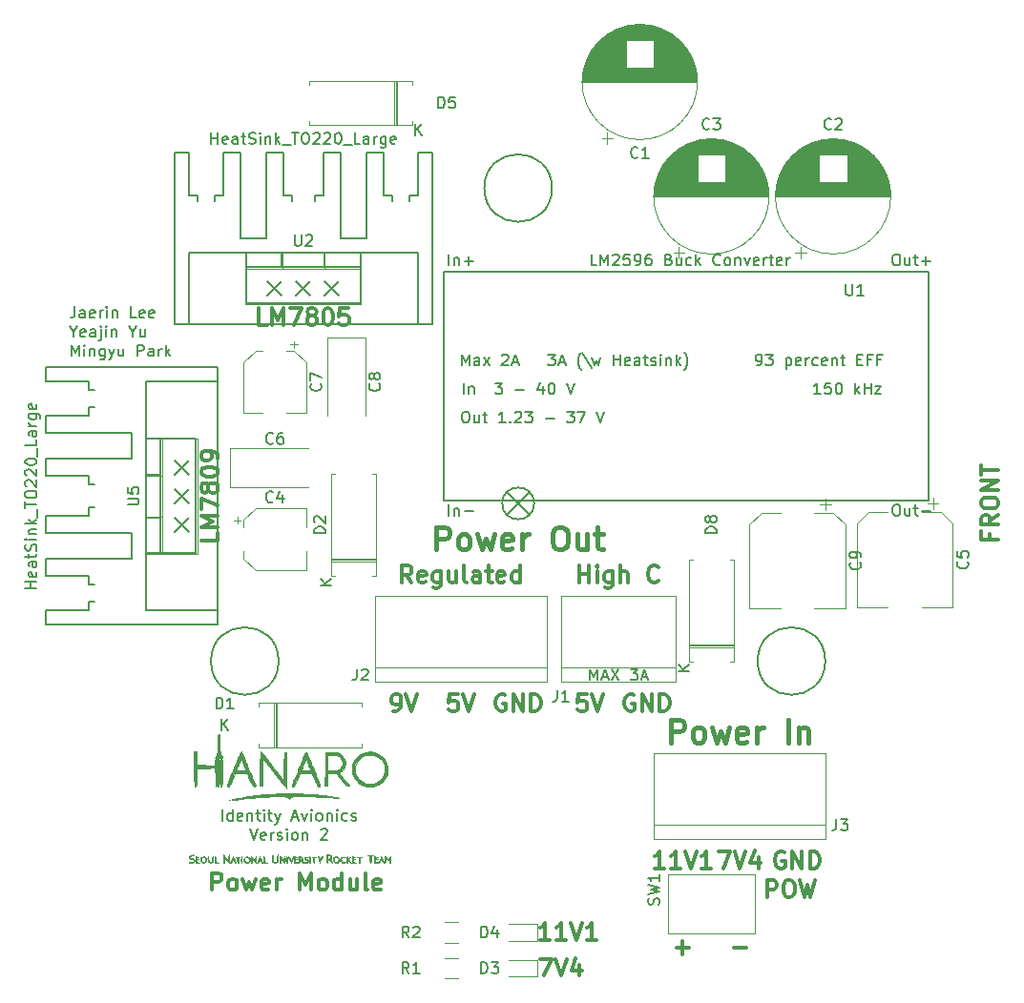
<source format=gbr>
G04 #@! TF.GenerationSoftware,KiCad,Pcbnew,(5.0.0)*
G04 #@! TF.CreationDate,2018-08-26T00:23:22+09:00*
G04 #@! TF.ProjectId,power-supply,706F7765722D737570706C792E6B6963,rev?*
G04 #@! TF.SameCoordinates,Original*
G04 #@! TF.FileFunction,Legend,Top*
G04 #@! TF.FilePolarity,Positive*
%FSLAX46Y46*%
G04 Gerber Fmt 4.6, Leading zero omitted, Abs format (unit mm)*
G04 Created by KiCad (PCBNEW (5.0.0)) date 08/26/18 00:23:22*
%MOMM*%
%LPD*%
G01*
G04 APERTURE LIST*
%ADD10C,0.200000*%
%ADD11C,0.300000*%
%ADD12C,0.400000*%
%ADD13C,0.120000*%
%ADD14C,0.150000*%
%ADD15C,0.010000*%
G04 APERTURE END LIST*
D10*
X6366190Y-15692380D02*
X6366190Y-14692380D01*
X6699523Y-15406666D01*
X7032857Y-14692380D01*
X7032857Y-15692380D01*
X7461428Y-15406666D02*
X7937619Y-15406666D01*
X7366190Y-15692380D02*
X7699523Y-14692380D01*
X8032857Y-15692380D01*
X8270952Y-14692380D02*
X8937619Y-15692380D01*
X8937619Y-14692380D02*
X8270952Y-15692380D01*
X9985238Y-14692380D02*
X10604285Y-14692380D01*
X10270952Y-15073333D01*
X10413809Y-15073333D01*
X10509047Y-15120952D01*
X10556666Y-15168571D01*
X10604285Y-15263809D01*
X10604285Y-15501904D01*
X10556666Y-15597142D01*
X10509047Y-15644761D01*
X10413809Y-15692380D01*
X10128095Y-15692380D01*
X10032857Y-15644761D01*
X9985238Y-15597142D01*
X10985238Y-15406666D02*
X11461428Y-15406666D01*
X10890000Y-15692380D02*
X11223333Y-14692380D01*
X11556666Y-15692380D01*
X27248711Y-13999999D02*
G75*
G03X27248711Y-13999999I-3000000J0D01*
G01*
X-21248711Y-13999999D02*
G75*
G03X-21248711Y-13999999I-3000000J0D01*
G01*
X3000000Y28000000D02*
G75*
G03X3000000Y28000000I-3000000J0D01*
G01*
X1000000Y1000000D02*
X-1000000Y-1000000D01*
D11*
X41802857Y-2678571D02*
X41802857Y-3178571D01*
X42588571Y-3178571D02*
X41088571Y-3178571D01*
X41088571Y-2464285D01*
X42588571Y-1035714D02*
X41874285Y-1535714D01*
X42588571Y-1892857D02*
X41088571Y-1892857D01*
X41088571Y-1321428D01*
X41160000Y-1178571D01*
X41231428Y-1107142D01*
X41374285Y-1035714D01*
X41588571Y-1035714D01*
X41731428Y-1107142D01*
X41802857Y-1178571D01*
X41874285Y-1321428D01*
X41874285Y-1892857D01*
X41088571Y-107142D02*
X41088571Y178571D01*
X41160000Y321428D01*
X41302857Y464285D01*
X41588571Y535714D01*
X42088571Y535714D01*
X42374285Y464285D01*
X42517142Y321428D01*
X42588571Y178571D01*
X42588571Y-107142D01*
X42517142Y-250000D01*
X42374285Y-392857D01*
X42088571Y-464285D01*
X41588571Y-464285D01*
X41302857Y-392857D01*
X41160000Y-249999D01*
X41088571Y-107142D01*
X42588571Y1178571D02*
X41088571Y1178571D01*
X42588571Y2035714D01*
X41088571Y2035714D01*
X41088571Y2535714D02*
X41088571Y3392857D01*
X42588571Y2964285D02*
X41088571Y2964285D01*
X-27149285Y-34333571D02*
X-27149285Y-32833571D01*
X-26577857Y-32833571D01*
X-26435000Y-32905000D01*
X-26363571Y-32976428D01*
X-26292142Y-33119285D01*
X-26292142Y-33333571D01*
X-26363571Y-33476428D01*
X-26435000Y-33547857D01*
X-26577857Y-33619285D01*
X-27149285Y-33619285D01*
X-25435000Y-34333571D02*
X-25577857Y-34262142D01*
X-25649285Y-34190714D01*
X-25720714Y-34047857D01*
X-25720714Y-33619285D01*
X-25649285Y-33476428D01*
X-25577857Y-33405000D01*
X-25435000Y-33333571D01*
X-25220714Y-33333571D01*
X-25077857Y-33405000D01*
X-25006428Y-33476428D01*
X-24935000Y-33619285D01*
X-24935000Y-34047857D01*
X-25006428Y-34190714D01*
X-25077857Y-34262142D01*
X-25220714Y-34333571D01*
X-25435000Y-34333571D01*
X-24435000Y-33333571D02*
X-24149285Y-34333571D01*
X-23863571Y-33619285D01*
X-23577857Y-34333571D01*
X-23292142Y-33333571D01*
X-22149285Y-34262142D02*
X-22292142Y-34333571D01*
X-22577857Y-34333571D01*
X-22720714Y-34262142D01*
X-22792142Y-34119285D01*
X-22792142Y-33547857D01*
X-22720714Y-33405000D01*
X-22577857Y-33333571D01*
X-22292142Y-33333571D01*
X-22149285Y-33405000D01*
X-22077857Y-33547857D01*
X-22077857Y-33690714D01*
X-22792142Y-33833571D01*
X-21435000Y-34333571D02*
X-21435000Y-33333571D01*
X-21435000Y-33619285D02*
X-21363571Y-33476428D01*
X-21292142Y-33405000D01*
X-21149285Y-33333571D01*
X-21006428Y-33333571D01*
X-19363571Y-34333571D02*
X-19363571Y-32833571D01*
X-18863571Y-33905000D01*
X-18363571Y-32833571D01*
X-18363571Y-34333571D01*
X-17435000Y-34333571D02*
X-17577857Y-34262142D01*
X-17649285Y-34190714D01*
X-17720714Y-34047857D01*
X-17720714Y-33619285D01*
X-17649285Y-33476428D01*
X-17577857Y-33405000D01*
X-17435000Y-33333571D01*
X-17220714Y-33333571D01*
X-17077857Y-33405000D01*
X-17006428Y-33476428D01*
X-16935000Y-33619285D01*
X-16935000Y-34047857D01*
X-17006428Y-34190714D01*
X-17077857Y-34262142D01*
X-17220714Y-34333571D01*
X-17435000Y-34333571D01*
X-15649285Y-34333571D02*
X-15649285Y-32833571D01*
X-15649285Y-34262142D02*
X-15792142Y-34333571D01*
X-16077857Y-34333571D01*
X-16220714Y-34262142D01*
X-16292142Y-34190714D01*
X-16363571Y-34047857D01*
X-16363571Y-33619285D01*
X-16292142Y-33476428D01*
X-16220714Y-33405000D01*
X-16077857Y-33333571D01*
X-15792142Y-33333571D01*
X-15649285Y-33405000D01*
X-14292142Y-33333571D02*
X-14292142Y-34333571D01*
X-14935000Y-33333571D02*
X-14935000Y-34119285D01*
X-14863571Y-34262142D01*
X-14720714Y-34333571D01*
X-14506428Y-34333571D01*
X-14363571Y-34262142D01*
X-14292142Y-34190714D01*
X-13363571Y-34333571D02*
X-13506428Y-34262142D01*
X-13577857Y-34119285D01*
X-13577857Y-32833571D01*
X-12220714Y-34262142D02*
X-12363571Y-34333571D01*
X-12649285Y-34333571D01*
X-12792142Y-34262142D01*
X-12863571Y-34119285D01*
X-12863571Y-33547857D01*
X-12792142Y-33405000D01*
X-12649285Y-33333571D01*
X-12363571Y-33333571D01*
X-12220714Y-33405000D01*
X-12149285Y-33547857D01*
X-12149285Y-33690714D01*
X-12863571Y-33833571D01*
D10*
X-39351190Y17487619D02*
X-39351190Y16773333D01*
X-39398809Y16630476D01*
X-39494047Y16535238D01*
X-39636904Y16487619D01*
X-39732142Y16487619D01*
X-38446428Y16487619D02*
X-38446428Y17011428D01*
X-38494047Y17106666D01*
X-38589285Y17154285D01*
X-38779761Y17154285D01*
X-38875000Y17106666D01*
X-38446428Y16535238D02*
X-38541666Y16487619D01*
X-38779761Y16487619D01*
X-38875000Y16535238D01*
X-38922619Y16630476D01*
X-38922619Y16725714D01*
X-38875000Y16820952D01*
X-38779761Y16868571D01*
X-38541666Y16868571D01*
X-38446428Y16916190D01*
X-37589285Y16535238D02*
X-37684523Y16487619D01*
X-37875000Y16487619D01*
X-37970238Y16535238D01*
X-38017857Y16630476D01*
X-38017857Y17011428D01*
X-37970238Y17106666D01*
X-37875000Y17154285D01*
X-37684523Y17154285D01*
X-37589285Y17106666D01*
X-37541666Y17011428D01*
X-37541666Y16916190D01*
X-38017857Y16820952D01*
X-37113095Y16487619D02*
X-37113095Y17154285D01*
X-37113095Y16963809D02*
X-37065476Y17059047D01*
X-37017857Y17106666D01*
X-36922619Y17154285D01*
X-36827380Y17154285D01*
X-36494047Y16487619D02*
X-36494047Y17154285D01*
X-36494047Y17487619D02*
X-36541666Y17440000D01*
X-36494047Y17392380D01*
X-36446428Y17440000D01*
X-36494047Y17487619D01*
X-36494047Y17392380D01*
X-36017857Y17154285D02*
X-36017857Y16487619D01*
X-36017857Y17059047D02*
X-35970238Y17106666D01*
X-35875000Y17154285D01*
X-35732142Y17154285D01*
X-35636904Y17106666D01*
X-35589285Y17011428D01*
X-35589285Y16487619D01*
X-33875000Y16487619D02*
X-34351190Y16487619D01*
X-34351190Y17487619D01*
X-33160714Y16535238D02*
X-33255952Y16487619D01*
X-33446428Y16487619D01*
X-33541666Y16535238D01*
X-33589285Y16630476D01*
X-33589285Y17011428D01*
X-33541666Y17106666D01*
X-33446428Y17154285D01*
X-33255952Y17154285D01*
X-33160714Y17106666D01*
X-33113095Y17011428D01*
X-33113095Y16916190D01*
X-33589285Y16820952D01*
X-32303571Y16535238D02*
X-32398809Y16487619D01*
X-32589285Y16487619D01*
X-32684523Y16535238D01*
X-32732142Y16630476D01*
X-32732142Y17011428D01*
X-32684523Y17106666D01*
X-32589285Y17154285D01*
X-32398809Y17154285D01*
X-32303571Y17106666D01*
X-32255952Y17011428D01*
X-32255952Y16916190D01*
X-32732142Y16820952D01*
X-39446428Y15263809D02*
X-39446428Y14787619D01*
X-39779761Y15787619D02*
X-39446428Y15263809D01*
X-39113095Y15787619D01*
X-38398809Y14835238D02*
X-38494047Y14787619D01*
X-38684523Y14787619D01*
X-38779761Y14835238D01*
X-38827380Y14930476D01*
X-38827380Y15311428D01*
X-38779761Y15406666D01*
X-38684523Y15454285D01*
X-38494047Y15454285D01*
X-38398809Y15406666D01*
X-38351190Y15311428D01*
X-38351190Y15216190D01*
X-38827380Y15120952D01*
X-37494047Y14787619D02*
X-37494047Y15311428D01*
X-37541666Y15406666D01*
X-37636904Y15454285D01*
X-37827380Y15454285D01*
X-37922619Y15406666D01*
X-37494047Y14835238D02*
X-37589285Y14787619D01*
X-37827380Y14787619D01*
X-37922619Y14835238D01*
X-37970238Y14930476D01*
X-37970238Y15025714D01*
X-37922619Y15120952D01*
X-37827380Y15168571D01*
X-37589285Y15168571D01*
X-37494047Y15216190D01*
X-37017857Y15454285D02*
X-37017857Y14597142D01*
X-37065476Y14501904D01*
X-37160714Y14454285D01*
X-37208333Y14454285D01*
X-37017857Y15787619D02*
X-37065476Y15740000D01*
X-37017857Y15692380D01*
X-36970238Y15740000D01*
X-37017857Y15787619D01*
X-37017857Y15692380D01*
X-36541666Y14787619D02*
X-36541666Y15454285D01*
X-36541666Y15787619D02*
X-36589285Y15740000D01*
X-36541666Y15692380D01*
X-36494047Y15740000D01*
X-36541666Y15787619D01*
X-36541666Y15692380D01*
X-36065476Y15454285D02*
X-36065476Y14787619D01*
X-36065476Y15359047D02*
X-36017857Y15406666D01*
X-35922619Y15454285D01*
X-35779761Y15454285D01*
X-35684523Y15406666D01*
X-35636904Y15311428D01*
X-35636904Y14787619D01*
X-34208333Y15263809D02*
X-34208333Y14787619D01*
X-34541666Y15787619D02*
X-34208333Y15263809D01*
X-33875000Y15787619D01*
X-33113095Y15454285D02*
X-33113095Y14787619D01*
X-33541666Y15454285D02*
X-33541666Y14930476D01*
X-33494047Y14835238D01*
X-33398809Y14787619D01*
X-33255952Y14787619D01*
X-33160714Y14835238D01*
X-33113095Y14882857D01*
X-39636904Y13087619D02*
X-39636904Y14087619D01*
X-39303571Y13373333D01*
X-38970238Y14087619D01*
X-38970238Y13087619D01*
X-38494047Y13087619D02*
X-38494047Y13754285D01*
X-38494047Y14087619D02*
X-38541666Y14040000D01*
X-38494047Y13992380D01*
X-38446428Y14040000D01*
X-38494047Y14087619D01*
X-38494047Y13992380D01*
X-38017857Y13754285D02*
X-38017857Y13087619D01*
X-38017857Y13659047D02*
X-37970238Y13706666D01*
X-37875000Y13754285D01*
X-37732142Y13754285D01*
X-37636904Y13706666D01*
X-37589285Y13611428D01*
X-37589285Y13087619D01*
X-36684523Y13754285D02*
X-36684523Y12944761D01*
X-36732142Y12849523D01*
X-36779761Y12801904D01*
X-36875000Y12754285D01*
X-37017857Y12754285D01*
X-37113095Y12801904D01*
X-36684523Y13135238D02*
X-36779761Y13087619D01*
X-36970238Y13087619D01*
X-37065476Y13135238D01*
X-37113095Y13182857D01*
X-37160714Y13278095D01*
X-37160714Y13563809D01*
X-37113095Y13659047D01*
X-37065476Y13706666D01*
X-36970238Y13754285D01*
X-36779761Y13754285D01*
X-36684523Y13706666D01*
X-36303571Y13754285D02*
X-36065476Y13087619D01*
X-35827380Y13754285D02*
X-36065476Y13087619D01*
X-36160714Y12849523D01*
X-36208333Y12801904D01*
X-36303571Y12754285D01*
X-35017857Y13754285D02*
X-35017857Y13087619D01*
X-35446428Y13754285D02*
X-35446428Y13230476D01*
X-35398809Y13135238D01*
X-35303571Y13087619D01*
X-35160714Y13087619D01*
X-35065476Y13135238D01*
X-35017857Y13182857D01*
X-33779761Y13087619D02*
X-33779761Y14087619D01*
X-33398809Y14087619D01*
X-33303571Y14040000D01*
X-33255952Y13992380D01*
X-33208333Y13897142D01*
X-33208333Y13754285D01*
X-33255952Y13659047D01*
X-33303571Y13611428D01*
X-33398809Y13563809D01*
X-33779761Y13563809D01*
X-32351190Y13087619D02*
X-32351190Y13611428D01*
X-32398809Y13706666D01*
X-32494047Y13754285D01*
X-32684523Y13754285D01*
X-32779761Y13706666D01*
X-32351190Y13135238D02*
X-32446428Y13087619D01*
X-32684523Y13087619D01*
X-32779761Y13135238D01*
X-32827380Y13230476D01*
X-32827380Y13325714D01*
X-32779761Y13420952D01*
X-32684523Y13468571D01*
X-32446428Y13468571D01*
X-32351190Y13516190D01*
X-31875000Y13087619D02*
X-31875000Y13754285D01*
X-31875000Y13563809D02*
X-31827380Y13659047D01*
X-31779761Y13706666D01*
X-31684523Y13754285D01*
X-31589285Y13754285D01*
X-31255952Y13087619D02*
X-31255952Y14087619D01*
X-31160714Y13468571D02*
X-30875000Y13087619D01*
X-30875000Y13754285D02*
X-31255952Y13373333D01*
D11*
X-26626428Y-2615000D02*
X-26626428Y-3329285D01*
X-28126428Y-3329285D01*
X-26626428Y-2115000D02*
X-28126428Y-2115000D01*
X-27055000Y-1615000D01*
X-28126428Y-1115000D01*
X-26626428Y-1115000D01*
X-28126428Y-543571D02*
X-28126428Y456428D01*
X-26626428Y-186428D01*
X-27483571Y1242142D02*
X-27555000Y1099285D01*
X-27626428Y1027857D01*
X-27769285Y956428D01*
X-27840714Y956428D01*
X-27983571Y1027857D01*
X-28055000Y1099285D01*
X-28126428Y1242142D01*
X-28126428Y1527857D01*
X-28055000Y1670714D01*
X-27983571Y1742142D01*
X-27840714Y1813571D01*
X-27769285Y1813571D01*
X-27626428Y1742142D01*
X-27555000Y1670714D01*
X-27483571Y1527857D01*
X-27483571Y1242142D01*
X-27412142Y1099285D01*
X-27340714Y1027857D01*
X-27197857Y956428D01*
X-26912142Y956428D01*
X-26769285Y1027857D01*
X-26697857Y1099285D01*
X-26626428Y1242142D01*
X-26626428Y1527857D01*
X-26697857Y1670714D01*
X-26769285Y1742142D01*
X-26912142Y1813571D01*
X-27197857Y1813571D01*
X-27340714Y1742142D01*
X-27412142Y1670714D01*
X-27483571Y1527857D01*
X-28126428Y2742142D02*
X-28126428Y2885000D01*
X-28055000Y3027857D01*
X-27983571Y3099285D01*
X-27840714Y3170714D01*
X-27555000Y3242142D01*
X-27197857Y3242142D01*
X-26912142Y3170714D01*
X-26769285Y3099285D01*
X-26697857Y3027857D01*
X-26626428Y2885000D01*
X-26626428Y2742142D01*
X-26697857Y2599285D01*
X-26769285Y2527857D01*
X-26912142Y2456428D01*
X-27197857Y2385000D01*
X-27555000Y2385000D01*
X-27840714Y2456428D01*
X-27983571Y2527857D01*
X-28055000Y2599285D01*
X-28126428Y2742142D01*
X-26626428Y3956428D02*
X-26626428Y4242142D01*
X-26697857Y4385000D01*
X-26769285Y4456428D01*
X-26983571Y4599285D01*
X-27269285Y4670714D01*
X-27840714Y4670714D01*
X-27983571Y4599285D01*
X-28055000Y4527857D01*
X-28126428Y4385000D01*
X-28126428Y4099285D01*
X-28055000Y3956428D01*
X-27983571Y3885000D01*
X-27840714Y3813571D01*
X-27483571Y3813571D01*
X-27340714Y3885000D01*
X-27269285Y3956428D01*
X-27197857Y4099285D01*
X-27197857Y4385000D01*
X-27269285Y4527857D01*
X-27340714Y4599285D01*
X-27483571Y4670714D01*
X-22300000Y15831428D02*
X-23014285Y15831428D01*
X-23014285Y17331428D01*
X-21800000Y15831428D02*
X-21800000Y17331428D01*
X-21300000Y16260000D01*
X-20800000Y17331428D01*
X-20800000Y15831428D01*
X-20228571Y17331428D02*
X-19228571Y17331428D01*
X-19871428Y15831428D01*
X-18442857Y16688571D02*
X-18585714Y16760000D01*
X-18657142Y16831428D01*
X-18728571Y16974285D01*
X-18728571Y17045714D01*
X-18657142Y17188571D01*
X-18585714Y17260000D01*
X-18442857Y17331428D01*
X-18157142Y17331428D01*
X-18014285Y17260000D01*
X-17942857Y17188571D01*
X-17871428Y17045714D01*
X-17871428Y16974285D01*
X-17942857Y16831428D01*
X-18014285Y16760000D01*
X-18157142Y16688571D01*
X-18442857Y16688571D01*
X-18585714Y16617142D01*
X-18657142Y16545714D01*
X-18728571Y16402857D01*
X-18728571Y16117142D01*
X-18657142Y15974285D01*
X-18585714Y15902857D01*
X-18442857Y15831428D01*
X-18157142Y15831428D01*
X-18014285Y15902857D01*
X-17942857Y15974285D01*
X-17871428Y16117142D01*
X-17871428Y16402857D01*
X-17942857Y16545714D01*
X-18014285Y16617142D01*
X-18157142Y16688571D01*
X-16942857Y17331428D02*
X-16800000Y17331428D01*
X-16657142Y17260000D01*
X-16585714Y17188571D01*
X-16514285Y17045714D01*
X-16442857Y16760000D01*
X-16442857Y16402857D01*
X-16514285Y16117142D01*
X-16585714Y15974285D01*
X-16657142Y15902857D01*
X-16800000Y15831428D01*
X-16942857Y15831428D01*
X-17085714Y15902857D01*
X-17157142Y15974285D01*
X-17228571Y16117142D01*
X-17300000Y16402857D01*
X-17300000Y16760000D01*
X-17228571Y17045714D01*
X-17157142Y17188571D01*
X-17085714Y17260000D01*
X-16942857Y17331428D01*
X-15085714Y17331428D02*
X-15800000Y17331428D01*
X-15871428Y16617142D01*
X-15800000Y16688571D01*
X-15657142Y16760000D01*
X-15300000Y16760000D01*
X-15157142Y16688571D01*
X-15085714Y16617142D01*
X-15014285Y16474285D01*
X-15014285Y16117142D01*
X-15085714Y15974285D01*
X-15157142Y15902857D01*
X-15300000Y15831428D01*
X-15657142Y15831428D01*
X-15800000Y15902857D01*
X-15871428Y15974285D01*
D10*
X-26248571Y-28177380D02*
X-26248571Y-27177380D01*
X-25343809Y-28177380D02*
X-25343809Y-27177380D01*
X-25343809Y-28129761D02*
X-25439047Y-28177380D01*
X-25629523Y-28177380D01*
X-25724761Y-28129761D01*
X-25772380Y-28082142D01*
X-25820000Y-27986904D01*
X-25820000Y-27701190D01*
X-25772380Y-27605952D01*
X-25724761Y-27558333D01*
X-25629523Y-27510714D01*
X-25439047Y-27510714D01*
X-25343809Y-27558333D01*
X-24486666Y-28129761D02*
X-24581904Y-28177380D01*
X-24772380Y-28177380D01*
X-24867619Y-28129761D01*
X-24915238Y-28034523D01*
X-24915238Y-27653571D01*
X-24867619Y-27558333D01*
X-24772380Y-27510714D01*
X-24581904Y-27510714D01*
X-24486666Y-27558333D01*
X-24439047Y-27653571D01*
X-24439047Y-27748809D01*
X-24915238Y-27844047D01*
X-24010476Y-27510714D02*
X-24010476Y-28177380D01*
X-24010476Y-27605952D02*
X-23962857Y-27558333D01*
X-23867619Y-27510714D01*
X-23724761Y-27510714D01*
X-23629523Y-27558333D01*
X-23581904Y-27653571D01*
X-23581904Y-28177380D01*
X-23248571Y-27510714D02*
X-22867619Y-27510714D01*
X-23105714Y-27177380D02*
X-23105714Y-28034523D01*
X-23058095Y-28129761D01*
X-22962857Y-28177380D01*
X-22867619Y-28177380D01*
X-22534285Y-28177380D02*
X-22534285Y-27510714D01*
X-22534285Y-27177380D02*
X-22581904Y-27225000D01*
X-22534285Y-27272619D01*
X-22486666Y-27225000D01*
X-22534285Y-27177380D01*
X-22534285Y-27272619D01*
X-22200952Y-27510714D02*
X-21820000Y-27510714D01*
X-22058095Y-27177380D02*
X-22058095Y-28034523D01*
X-22010476Y-28129761D01*
X-21915238Y-28177380D01*
X-21820000Y-28177380D01*
X-21581904Y-27510714D02*
X-21343809Y-28177380D01*
X-21105714Y-27510714D02*
X-21343809Y-28177380D01*
X-21439047Y-28415476D01*
X-21486666Y-28463095D01*
X-21581904Y-28510714D01*
X-20010476Y-27891666D02*
X-19534285Y-27891666D01*
X-20105714Y-28177380D02*
X-19772380Y-27177380D01*
X-19439047Y-28177380D01*
X-19200952Y-27510714D02*
X-18962857Y-28177380D01*
X-18724761Y-27510714D01*
X-18343809Y-28177380D02*
X-18343809Y-27510714D01*
X-18343809Y-27177380D02*
X-18391428Y-27225000D01*
X-18343809Y-27272619D01*
X-18296190Y-27225000D01*
X-18343809Y-27177380D01*
X-18343809Y-27272619D01*
X-17724761Y-28177380D02*
X-17820000Y-28129761D01*
X-17867619Y-28082142D01*
X-17915238Y-27986904D01*
X-17915238Y-27701190D01*
X-17867619Y-27605952D01*
X-17820000Y-27558333D01*
X-17724761Y-27510714D01*
X-17581904Y-27510714D01*
X-17486666Y-27558333D01*
X-17439047Y-27605952D01*
X-17391428Y-27701190D01*
X-17391428Y-27986904D01*
X-17439047Y-28082142D01*
X-17486666Y-28129761D01*
X-17581904Y-28177380D01*
X-17724761Y-28177380D01*
X-16962857Y-27510714D02*
X-16962857Y-28177380D01*
X-16962857Y-27605952D02*
X-16915238Y-27558333D01*
X-16820000Y-27510714D01*
X-16677142Y-27510714D01*
X-16581904Y-27558333D01*
X-16534285Y-27653571D01*
X-16534285Y-28177380D01*
X-16058095Y-28177380D02*
X-16058095Y-27510714D01*
X-16058095Y-27177380D02*
X-16105714Y-27225000D01*
X-16058095Y-27272619D01*
X-16010476Y-27225000D01*
X-16058095Y-27177380D01*
X-16058095Y-27272619D01*
X-15153333Y-28129761D02*
X-15248571Y-28177380D01*
X-15439047Y-28177380D01*
X-15534285Y-28129761D01*
X-15581904Y-28082142D01*
X-15629523Y-27986904D01*
X-15629523Y-27701190D01*
X-15581904Y-27605952D01*
X-15534285Y-27558333D01*
X-15439047Y-27510714D01*
X-15248571Y-27510714D01*
X-15153333Y-27558333D01*
X-14772380Y-28129761D02*
X-14677142Y-28177380D01*
X-14486666Y-28177380D01*
X-14391428Y-28129761D01*
X-14343809Y-28034523D01*
X-14343809Y-27986904D01*
X-14391428Y-27891666D01*
X-14486666Y-27844047D01*
X-14629523Y-27844047D01*
X-14724761Y-27796428D01*
X-14772380Y-27701190D01*
X-14772380Y-27653571D01*
X-14724761Y-27558333D01*
X-14629523Y-27510714D01*
X-14486666Y-27510714D01*
X-14391428Y-27558333D01*
X-23796190Y-28877380D02*
X-23462857Y-29877380D01*
X-23129523Y-28877380D01*
X-22415238Y-29829761D02*
X-22510476Y-29877380D01*
X-22700952Y-29877380D01*
X-22796190Y-29829761D01*
X-22843809Y-29734523D01*
X-22843809Y-29353571D01*
X-22796190Y-29258333D01*
X-22700952Y-29210714D01*
X-22510476Y-29210714D01*
X-22415238Y-29258333D01*
X-22367619Y-29353571D01*
X-22367619Y-29448809D01*
X-22843809Y-29544047D01*
X-21939047Y-29877380D02*
X-21939047Y-29210714D01*
X-21939047Y-29401190D02*
X-21891428Y-29305952D01*
X-21843809Y-29258333D01*
X-21748571Y-29210714D01*
X-21653333Y-29210714D01*
X-21367619Y-29829761D02*
X-21272380Y-29877380D01*
X-21081904Y-29877380D01*
X-20986666Y-29829761D01*
X-20939047Y-29734523D01*
X-20939047Y-29686904D01*
X-20986666Y-29591666D01*
X-21081904Y-29544047D01*
X-21224761Y-29544047D01*
X-21320000Y-29496428D01*
X-21367619Y-29401190D01*
X-21367619Y-29353571D01*
X-21320000Y-29258333D01*
X-21224761Y-29210714D01*
X-21081904Y-29210714D01*
X-20986666Y-29258333D01*
X-20510476Y-29877380D02*
X-20510476Y-29210714D01*
X-20510476Y-28877380D02*
X-20558095Y-28925000D01*
X-20510476Y-28972619D01*
X-20462857Y-28925000D01*
X-20510476Y-28877380D01*
X-20510476Y-28972619D01*
X-19891428Y-29877380D02*
X-19986666Y-29829761D01*
X-20034285Y-29782142D01*
X-20081904Y-29686904D01*
X-20081904Y-29401190D01*
X-20034285Y-29305952D01*
X-19986666Y-29258333D01*
X-19891428Y-29210714D01*
X-19748571Y-29210714D01*
X-19653333Y-29258333D01*
X-19605714Y-29305952D01*
X-19558095Y-29401190D01*
X-19558095Y-29686904D01*
X-19605714Y-29782142D01*
X-19653333Y-29829761D01*
X-19748571Y-29877380D01*
X-19891428Y-29877380D01*
X-19129523Y-29210714D02*
X-19129523Y-29877380D01*
X-19129523Y-29305952D02*
X-19081904Y-29258333D01*
X-18986666Y-29210714D01*
X-18843809Y-29210714D01*
X-18748571Y-29258333D01*
X-18700952Y-29353571D01*
X-18700952Y-29877380D01*
X-17510476Y-28972619D02*
X-17462857Y-28925000D01*
X-17367619Y-28877380D01*
X-17129523Y-28877380D01*
X-17034285Y-28925000D01*
X-16986666Y-28972619D01*
X-16939047Y-29067857D01*
X-16939047Y-29163095D01*
X-16986666Y-29305952D01*
X-17558095Y-29877380D01*
X-16939047Y-29877380D01*
D11*
X1952857Y-40453571D02*
X2952857Y-40453571D01*
X2310000Y-41953571D01*
X3310000Y-40453571D02*
X3810000Y-41953571D01*
X4310000Y-40453571D01*
X5452857Y-40953571D02*
X5452857Y-41953571D01*
X5095714Y-40382142D02*
X4738571Y-41453571D01*
X5667142Y-41453571D01*
X2802142Y-38778571D02*
X1945000Y-38778571D01*
X2373571Y-38778571D02*
X2373571Y-37278571D01*
X2230714Y-37492857D01*
X2087857Y-37635714D01*
X1945000Y-37707142D01*
X4230714Y-38778571D02*
X3373571Y-38778571D01*
X3802142Y-38778571D02*
X3802142Y-37278571D01*
X3659285Y-37492857D01*
X3516428Y-37635714D01*
X3373571Y-37707142D01*
X4659285Y-37278571D02*
X5159285Y-38778571D01*
X5659285Y-37278571D01*
X6945000Y-38778571D02*
X6087857Y-38778571D01*
X6516428Y-38778571D02*
X6516428Y-37278571D01*
X6373571Y-37492857D01*
X6230714Y-37635714D01*
X6087857Y-37707142D01*
X22094285Y-34968571D02*
X22094285Y-33468571D01*
X22665714Y-33468571D01*
X22808571Y-33540000D01*
X22880000Y-33611428D01*
X22951428Y-33754285D01*
X22951428Y-33968571D01*
X22880000Y-34111428D01*
X22808571Y-34182857D01*
X22665714Y-34254285D01*
X22094285Y-34254285D01*
X23880000Y-33468571D02*
X24165714Y-33468571D01*
X24308571Y-33540000D01*
X24451428Y-33682857D01*
X24522857Y-33968571D01*
X24522857Y-34468571D01*
X24451428Y-34754285D01*
X24308571Y-34897142D01*
X24165714Y-34968571D01*
X23880000Y-34968571D01*
X23737142Y-34897142D01*
X23594285Y-34754285D01*
X23522857Y-34468571D01*
X23522857Y-33968571D01*
X23594285Y-33682857D01*
X23737142Y-33540000D01*
X23880000Y-33468571D01*
X25022857Y-33468571D02*
X25380000Y-34968571D01*
X25665714Y-33897142D01*
X25951428Y-34968571D01*
X26308571Y-33468571D01*
X19113571Y-39477142D02*
X20256428Y-39477142D01*
X14033571Y-39477142D02*
X15176428Y-39477142D01*
X14605000Y-40048571D02*
X14605000Y-38905714D01*
X-5365714Y-16958571D02*
X-6080000Y-16958571D01*
X-6151428Y-17672857D01*
X-6080000Y-17601428D01*
X-5937142Y-17530000D01*
X-5580000Y-17530000D01*
X-5437142Y-17601428D01*
X-5365714Y-17672857D01*
X-5294285Y-17815714D01*
X-5294285Y-18172857D01*
X-5365714Y-18315714D01*
X-5437142Y-18387142D01*
X-5580000Y-18458571D01*
X-5937142Y-18458571D01*
X-6080000Y-18387142D01*
X-6151428Y-18315714D01*
X-4865714Y-16958571D02*
X-4365714Y-18458571D01*
X-3865714Y-16958571D01*
X-11088571Y-18458571D02*
X-10802857Y-18458571D01*
X-10660000Y-18387142D01*
X-10588571Y-18315714D01*
X-10445714Y-18101428D01*
X-10374285Y-17815714D01*
X-10374285Y-17244285D01*
X-10445714Y-17101428D01*
X-10517142Y-17030000D01*
X-10660000Y-16958571D01*
X-10945714Y-16958571D01*
X-11088571Y-17030000D01*
X-11160000Y-17101428D01*
X-11231428Y-17244285D01*
X-11231428Y-17601428D01*
X-11160000Y-17744285D01*
X-11088571Y-17815714D01*
X-10945714Y-17887142D01*
X-10660000Y-17887142D01*
X-10517142Y-17815714D01*
X-10445714Y-17744285D01*
X-10374285Y-17601428D01*
X-9945714Y-16958571D02*
X-9445714Y-18458571D01*
X-8945714Y-16958571D01*
X6064285Y-16958571D02*
X5350000Y-16958571D01*
X5278571Y-17672857D01*
X5350000Y-17601428D01*
X5492857Y-17530000D01*
X5850000Y-17530000D01*
X5992857Y-17601428D01*
X6064285Y-17672857D01*
X6135714Y-17815714D01*
X6135714Y-18172857D01*
X6064285Y-18315714D01*
X5992857Y-18387142D01*
X5850000Y-18458571D01*
X5492857Y-18458571D01*
X5350000Y-18387142D01*
X5278571Y-18315714D01*
X6564285Y-16958571D02*
X7064285Y-18458571D01*
X7564285Y-16958571D01*
X-1142857Y-17030000D02*
X-1285714Y-16958571D01*
X-1500000Y-16958571D01*
X-1714285Y-17030000D01*
X-1857142Y-17172857D01*
X-1928571Y-17315714D01*
X-1999999Y-17601428D01*
X-1999999Y-17815714D01*
X-1928571Y-18101428D01*
X-1857142Y-18244285D01*
X-1714285Y-18387142D01*
X-1500000Y-18458571D01*
X-1357142Y-18458571D01*
X-1142857Y-18387142D01*
X-1071428Y-18315714D01*
X-1071428Y-17815714D01*
X-1357142Y-17815714D01*
X-428571Y-18458571D02*
X-428571Y-16958571D01*
X428571Y-18458571D01*
X428571Y-16958571D01*
X1142857Y-18458571D02*
X1142857Y-16958571D01*
X1499999Y-16958571D01*
X1714285Y-17030000D01*
X1857142Y-17172857D01*
X1928571Y-17315714D01*
X2000000Y-17601428D01*
X2000000Y-17815714D01*
X1928571Y-18101428D01*
X1857142Y-18244285D01*
X1714285Y-18387142D01*
X1499999Y-18458571D01*
X1142857Y-18458571D01*
X10287142Y-17030000D02*
X10144285Y-16958571D01*
X9930000Y-16958571D01*
X9715714Y-17030000D01*
X9572857Y-17172857D01*
X9501428Y-17315714D01*
X9430000Y-17601428D01*
X9430000Y-17815714D01*
X9501428Y-18101428D01*
X9572857Y-18244285D01*
X9715714Y-18387142D01*
X9930000Y-18458571D01*
X10072857Y-18458571D01*
X10287142Y-18387142D01*
X10358571Y-18315714D01*
X10358571Y-17815714D01*
X10072857Y-17815714D01*
X11001428Y-18458571D02*
X11001428Y-16958571D01*
X11858571Y-18458571D01*
X11858571Y-16958571D01*
X12572857Y-18458571D02*
X12572857Y-16958571D01*
X12930000Y-16958571D01*
X13144285Y-17030000D01*
X13287142Y-17172857D01*
X13358571Y-17315714D01*
X13430000Y-17601428D01*
X13430000Y-17815714D01*
X13358571Y-18101428D01*
X13287142Y-18244285D01*
X13144285Y-18387142D01*
X12930000Y-18458571D01*
X12572857Y-18458571D01*
X23622142Y-31000000D02*
X23479285Y-30928571D01*
X23265000Y-30928571D01*
X23050714Y-31000000D01*
X22907857Y-31142857D01*
X22836428Y-31285714D01*
X22765000Y-31571428D01*
X22765000Y-31785714D01*
X22836428Y-32071428D01*
X22907857Y-32214285D01*
X23050714Y-32357142D01*
X23265000Y-32428571D01*
X23407857Y-32428571D01*
X23622142Y-32357142D01*
X23693571Y-32285714D01*
X23693571Y-31785714D01*
X23407857Y-31785714D01*
X24336428Y-32428571D02*
X24336428Y-30928571D01*
X25193571Y-32428571D01*
X25193571Y-30928571D01*
X25907857Y-32428571D02*
X25907857Y-30928571D01*
X26265000Y-30928571D01*
X26479285Y-31000000D01*
X26622142Y-31142857D01*
X26693571Y-31285714D01*
X26765000Y-31571428D01*
X26765000Y-31785714D01*
X26693571Y-32071428D01*
X26622142Y-32214285D01*
X26479285Y-32357142D01*
X26265000Y-32428571D01*
X25907857Y-32428571D01*
X17827857Y-30928571D02*
X18827857Y-30928571D01*
X18185000Y-32428571D01*
X19185000Y-30928571D02*
X19685000Y-32428571D01*
X20185000Y-30928571D01*
X21327857Y-31428571D02*
X21327857Y-32428571D01*
X20970714Y-30857142D02*
X20613571Y-31928571D01*
X21542142Y-31928571D01*
X12962142Y-32428571D02*
X12105000Y-32428571D01*
X12533571Y-32428571D02*
X12533571Y-30928571D01*
X12390714Y-31142857D01*
X12247857Y-31285714D01*
X12105000Y-31357142D01*
X14390714Y-32428571D02*
X13533571Y-32428571D01*
X13962142Y-32428571D02*
X13962142Y-30928571D01*
X13819285Y-31142857D01*
X13676428Y-31285714D01*
X13533571Y-31357142D01*
X14819285Y-30928571D02*
X15319285Y-32428571D01*
X15819285Y-30928571D01*
X17105000Y-32428571D02*
X16247857Y-32428571D01*
X16676428Y-32428571D02*
X16676428Y-30928571D01*
X16533571Y-31142857D01*
X16390714Y-31285714D01*
X16247857Y-31357142D01*
X5425714Y-7028571D02*
X5425714Y-5528571D01*
X5425714Y-6242857D02*
X6282857Y-6242857D01*
X6282857Y-7028571D02*
X6282857Y-5528571D01*
X6997142Y-7028571D02*
X6997142Y-6028571D01*
X6997142Y-5528571D02*
X6925714Y-5600000D01*
X6997142Y-5671428D01*
X7068571Y-5600000D01*
X6997142Y-5528571D01*
X6997142Y-5671428D01*
X8354285Y-6028571D02*
X8354285Y-7242857D01*
X8282857Y-7385714D01*
X8211428Y-7457142D01*
X8068571Y-7528571D01*
X7854285Y-7528571D01*
X7711428Y-7457142D01*
X8354285Y-6957142D02*
X8211428Y-7028571D01*
X7925714Y-7028571D01*
X7782857Y-6957142D01*
X7711428Y-6885714D01*
X7640000Y-6742857D01*
X7640000Y-6314285D01*
X7711428Y-6171428D01*
X7782857Y-6100000D01*
X7925714Y-6028571D01*
X8211428Y-6028571D01*
X8354285Y-6100000D01*
X9068571Y-7028571D02*
X9068571Y-5528571D01*
X9711428Y-7028571D02*
X9711428Y-6242857D01*
X9640000Y-6100000D01*
X9497142Y-6028571D01*
X9282857Y-6028571D01*
X9140000Y-6100000D01*
X9068571Y-6171428D01*
X12425714Y-6885714D02*
X12354285Y-6957142D01*
X12140000Y-7028571D01*
X11997142Y-7028571D01*
X11782857Y-6957142D01*
X11640000Y-6814285D01*
X11568571Y-6671428D01*
X11497142Y-6385714D01*
X11497142Y-6171428D01*
X11568571Y-5885714D01*
X11640000Y-5742857D01*
X11782857Y-5600000D01*
X11997142Y-5528571D01*
X12140000Y-5528571D01*
X12354285Y-5600000D01*
X12425714Y-5671428D01*
X-9437142Y-7028571D02*
X-9937142Y-6314285D01*
X-10294285Y-7028571D02*
X-10294285Y-5528571D01*
X-9722857Y-5528571D01*
X-9580000Y-5600000D01*
X-9508571Y-5671428D01*
X-9437142Y-5814285D01*
X-9437142Y-6028571D01*
X-9508571Y-6171428D01*
X-9580000Y-6242857D01*
X-9722857Y-6314285D01*
X-10294285Y-6314285D01*
X-8222857Y-6957142D02*
X-8365714Y-7028571D01*
X-8651428Y-7028571D01*
X-8794285Y-6957142D01*
X-8865714Y-6814285D01*
X-8865714Y-6242857D01*
X-8794285Y-6100000D01*
X-8651428Y-6028571D01*
X-8365714Y-6028571D01*
X-8222857Y-6100000D01*
X-8151428Y-6242857D01*
X-8151428Y-6385714D01*
X-8865714Y-6528571D01*
X-6865714Y-6028571D02*
X-6865714Y-7242857D01*
X-6937142Y-7385714D01*
X-7008571Y-7457142D01*
X-7151428Y-7528571D01*
X-7365714Y-7528571D01*
X-7508571Y-7457142D01*
X-6865714Y-6957142D02*
X-7008571Y-7028571D01*
X-7294285Y-7028571D01*
X-7437142Y-6957142D01*
X-7508571Y-6885714D01*
X-7580000Y-6742857D01*
X-7580000Y-6314285D01*
X-7508571Y-6171428D01*
X-7437142Y-6100000D01*
X-7294285Y-6028571D01*
X-7008571Y-6028571D01*
X-6865714Y-6100000D01*
X-5508571Y-6028571D02*
X-5508571Y-7028571D01*
X-6151428Y-6028571D02*
X-6151428Y-6814285D01*
X-6080000Y-6957142D01*
X-5937142Y-7028571D01*
X-5722857Y-7028571D01*
X-5580000Y-6957142D01*
X-5508571Y-6885714D01*
X-4580000Y-7028571D02*
X-4722857Y-6957142D01*
X-4794285Y-6814285D01*
X-4794285Y-5528571D01*
X-3365714Y-7028571D02*
X-3365714Y-6242857D01*
X-3437142Y-6100000D01*
X-3580000Y-6028571D01*
X-3865714Y-6028571D01*
X-4008571Y-6100000D01*
X-3365714Y-6957142D02*
X-3508571Y-7028571D01*
X-3865714Y-7028571D01*
X-4008571Y-6957142D01*
X-4080000Y-6814285D01*
X-4080000Y-6671428D01*
X-4008571Y-6528571D01*
X-3865714Y-6457142D01*
X-3508571Y-6457142D01*
X-3365714Y-6385714D01*
X-2865714Y-6028571D02*
X-2294285Y-6028571D01*
X-2651428Y-5528571D02*
X-2651428Y-6814285D01*
X-2580000Y-6957142D01*
X-2437142Y-7028571D01*
X-2294285Y-7028571D01*
X-1222857Y-6957142D02*
X-1365714Y-7028571D01*
X-1651428Y-7028571D01*
X-1794285Y-6957142D01*
X-1865714Y-6814285D01*
X-1865714Y-6242857D01*
X-1794285Y-6100000D01*
X-1651428Y-6028571D01*
X-1365714Y-6028571D01*
X-1222857Y-6100000D01*
X-1151428Y-6242857D01*
X-1151428Y-6385714D01*
X-1865714Y-6528571D01*
X134285Y-7028571D02*
X134285Y-5528571D01*
X134285Y-6957142D02*
X-8571Y-7028571D01*
X-294285Y-7028571D01*
X-437142Y-6957142D01*
X-508571Y-6885714D01*
X-580000Y-6742857D01*
X-580000Y-6314285D01*
X-508571Y-6171428D01*
X-437142Y-6100000D01*
X-294285Y-6028571D01*
X-8571Y-6028571D01*
X134285Y-6100000D01*
D12*
X-7238095Y-4079761D02*
X-7238095Y-2079761D01*
X-6476190Y-2079761D01*
X-6285714Y-2175000D01*
X-6190476Y-2270238D01*
X-6095238Y-2460714D01*
X-6095238Y-2746428D01*
X-6190476Y-2936904D01*
X-6285714Y-3032142D01*
X-6476190Y-3127380D01*
X-7238095Y-3127380D01*
X-4952380Y-4079761D02*
X-5142857Y-3984523D01*
X-5238095Y-3889285D01*
X-5333333Y-3698809D01*
X-5333333Y-3127380D01*
X-5238095Y-2936904D01*
X-5142857Y-2841666D01*
X-4952380Y-2746428D01*
X-4666666Y-2746428D01*
X-4476190Y-2841666D01*
X-4380952Y-2936904D01*
X-4285714Y-3127380D01*
X-4285714Y-3698809D01*
X-4380952Y-3889285D01*
X-4476190Y-3984523D01*
X-4666666Y-4079761D01*
X-4952380Y-4079761D01*
X-3619047Y-2746428D02*
X-3238095Y-4079761D01*
X-2857142Y-3127380D01*
X-2476190Y-4079761D01*
X-2095238Y-2746428D01*
X-571428Y-3984523D02*
X-761904Y-4079761D01*
X-1142857Y-4079761D01*
X-1333333Y-3984523D01*
X-1428571Y-3794047D01*
X-1428571Y-3032142D01*
X-1333333Y-2841666D01*
X-1142857Y-2746428D01*
X-761904Y-2746428D01*
X-571428Y-2841666D01*
X-476190Y-3032142D01*
X-476190Y-3222619D01*
X-1428571Y-3413095D01*
X380952Y-4079761D02*
X380952Y-2746428D01*
X380952Y-3127380D02*
X476190Y-2936904D01*
X571428Y-2841666D01*
X761904Y-2746428D01*
X952380Y-2746428D01*
X3523809Y-2079761D02*
X3904761Y-2079761D01*
X4095238Y-2175000D01*
X4285714Y-2365476D01*
X4380952Y-2746428D01*
X4380952Y-3413095D01*
X4285714Y-3794047D01*
X4095238Y-3984523D01*
X3904761Y-4079761D01*
X3523809Y-4079761D01*
X3333333Y-3984523D01*
X3142857Y-3794047D01*
X3047619Y-3413095D01*
X3047619Y-2746428D01*
X3142857Y-2365476D01*
X3333333Y-2175000D01*
X3523809Y-2079761D01*
X6095238Y-2746428D02*
X6095238Y-4079761D01*
X5238095Y-2746428D02*
X5238095Y-3794047D01*
X5333333Y-3984523D01*
X5523809Y-4079761D01*
X5809523Y-4079761D01*
X6000000Y-3984523D01*
X6095238Y-3889285D01*
X6761904Y-2746428D02*
X7523809Y-2746428D01*
X7047619Y-2079761D02*
X7047619Y-3794047D01*
X7142857Y-3984523D01*
X7333333Y-4079761D01*
X7523809Y-4079761D01*
X13589761Y-21224761D02*
X13589761Y-19224761D01*
X14351666Y-19224761D01*
X14542142Y-19320000D01*
X14637380Y-19415238D01*
X14732619Y-19605714D01*
X14732619Y-19891428D01*
X14637380Y-20081904D01*
X14542142Y-20177142D01*
X14351666Y-20272380D01*
X13589761Y-20272380D01*
X15875476Y-21224761D02*
X15685000Y-21129523D01*
X15589761Y-21034285D01*
X15494523Y-20843809D01*
X15494523Y-20272380D01*
X15589761Y-20081904D01*
X15685000Y-19986666D01*
X15875476Y-19891428D01*
X16161190Y-19891428D01*
X16351666Y-19986666D01*
X16446904Y-20081904D01*
X16542142Y-20272380D01*
X16542142Y-20843809D01*
X16446904Y-21034285D01*
X16351666Y-21129523D01*
X16161190Y-21224761D01*
X15875476Y-21224761D01*
X17208809Y-19891428D02*
X17589761Y-21224761D01*
X17970714Y-20272380D01*
X18351666Y-21224761D01*
X18732619Y-19891428D01*
X20256428Y-21129523D02*
X20065952Y-21224761D01*
X19685000Y-21224761D01*
X19494523Y-21129523D01*
X19399285Y-20939047D01*
X19399285Y-20177142D01*
X19494523Y-19986666D01*
X19685000Y-19891428D01*
X20065952Y-19891428D01*
X20256428Y-19986666D01*
X20351666Y-20177142D01*
X20351666Y-20367619D01*
X19399285Y-20558095D01*
X21208809Y-21224761D02*
X21208809Y-19891428D01*
X21208809Y-20272380D02*
X21304047Y-20081904D01*
X21399285Y-19986666D01*
X21589761Y-19891428D01*
X21780238Y-19891428D01*
X23970714Y-21224761D02*
X23970714Y-19224761D01*
X24923095Y-19891428D02*
X24923095Y-21224761D01*
X24923095Y-20081904D02*
X25018333Y-19986666D01*
X25208809Y-19891428D01*
X25494523Y-19891428D01*
X25685000Y-19986666D01*
X25780238Y-20177142D01*
X25780238Y-21224761D01*
D10*
X1414214Y0D02*
G75*
G03X1414214Y0I-1414214J0D01*
G01*
X-1000000Y1000000D02*
X1000000Y-1000000D01*
X1414214Y0D02*
G75*
G03X1414214Y0I-1414214J0D01*
G01*
D13*
G04 #@! TO.C,SW1*
X21005800Y-38171120D02*
X21005800Y-32948880D01*
X13284200Y-38171120D02*
X13284200Y-32948880D01*
X21005800Y-38171120D02*
X13284200Y-38171120D01*
X13284200Y-32948880D02*
X21005800Y-32948880D01*
D14*
G04 #@! TO.C,REF\002A\002A*
X-41910000Y-10795000D02*
X-26670000Y-10795000D01*
X-41910000Y12065000D02*
X-26670000Y12065000D01*
X-26670000Y12065000D02*
X-26670000Y-10795000D01*
X-41910000Y-10795000D02*
X-41910000Y-9525000D01*
X-41910000Y-9525000D02*
X-38100000Y-9525000D01*
X-34290000Y-2667000D02*
X-41910000Y-2667000D01*
X-41910000Y-1143000D02*
X-38100000Y-1143000D01*
X-38100000Y-6477000D02*
X-41910000Y-6477000D01*
X-38100000Y-6477000D02*
X-38100000Y-7239000D01*
X-38100000Y-7239000D02*
X-37592000Y-7239000D01*
X-38100000Y-9525000D02*
X-38100000Y-8763000D01*
X-38100000Y-8763000D02*
X-37592000Y-8763000D01*
X-38100000Y-1143000D02*
X-38100000Y-381000D01*
X-38100000Y-381000D02*
X-37592000Y-381000D01*
X-37592000Y1651000D02*
X-38100000Y1651000D01*
X-38100000Y1651000D02*
X-38100000Y2413000D01*
X-38100000Y2413000D02*
X-41910000Y2413000D01*
X-41910000Y3937000D02*
X-34290000Y3937000D01*
X-34290000Y3937000D02*
X-34290000Y6223000D01*
X-34290000Y6223000D02*
X-41910000Y6223000D01*
X-41910000Y7747000D02*
X-38100000Y7747000D01*
X-38100000Y7747000D02*
X-38100000Y8509000D01*
X-38100000Y8509000D02*
X-37592000Y8509000D01*
X-37592000Y10033000D02*
X-38100000Y10033000D01*
X-38100000Y10033000D02*
X-38100000Y10795000D01*
X-38100000Y10795000D02*
X-41910000Y10795000D01*
X-41910000Y-4953000D02*
X-34290000Y-4953000D01*
X-34290000Y-4953000D02*
X-34290000Y-2667000D01*
X-26670000Y-9525000D02*
X-33020000Y-9525000D01*
X-33020000Y-9525000D02*
X-33020000Y10795000D01*
X-33020000Y10795000D02*
X-26670000Y10795000D01*
X-26670000Y10795000D02*
X-26670000Y12065000D01*
X-41910000Y-6477000D02*
X-41910000Y-4953000D01*
X-41910000Y-2667000D02*
X-41910000Y-1143000D01*
X-41910000Y2413000D02*
X-41910000Y3937000D01*
X-41910000Y6223000D02*
X-41910000Y7747000D01*
X-41910000Y10795000D02*
X-41910000Y12065000D01*
X-33020000Y5715000D02*
X-28575000Y5715000D01*
X-28575000Y5715000D02*
X-28575000Y-4445000D01*
X-28575000Y-4445000D02*
X-33020000Y-4445000D01*
X-31750000Y-4445000D02*
X-31750000Y5715000D01*
X-33020000Y-1270000D02*
X-31750000Y-1270000D01*
X-33020000Y2540000D02*
X-31750000Y2540000D01*
X-30480000Y-2540000D02*
X-29210000Y-1270000D01*
X-30480000Y-1270000D02*
X-29210000Y-2540000D01*
X-30480000Y0D02*
X-29210000Y1270000D01*
X-30480000Y1270000D02*
X-29210000Y0D01*
X-30480000Y2540000D02*
X-29210000Y3810000D01*
X-30480000Y3810000D02*
X-29210000Y2540000D01*
D13*
G04 #@! TO.C,C1*
X7420000Y32445354D02*
X8420000Y32445354D01*
X7920000Y31945354D02*
X7920000Y32945354D01*
X10196000Y42506000D02*
X11394000Y42506000D01*
X9933000Y42466000D02*
X11657000Y42466000D01*
X9733000Y42426000D02*
X11857000Y42426000D01*
X9565000Y42386000D02*
X12025000Y42386000D01*
X9417000Y42346000D02*
X12173000Y42346000D01*
X9285000Y42306000D02*
X12305000Y42306000D01*
X9165000Y42266000D02*
X12425000Y42266000D01*
X9053000Y42226000D02*
X12537000Y42226000D01*
X8949000Y42186000D02*
X12641000Y42186000D01*
X8851000Y42146000D02*
X12739000Y42146000D01*
X8758000Y42106000D02*
X12832000Y42106000D01*
X8670000Y42066000D02*
X12920000Y42066000D01*
X8586000Y42026000D02*
X13004000Y42026000D01*
X8506000Y41986000D02*
X13084000Y41986000D01*
X8430000Y41946000D02*
X13160000Y41946000D01*
X8356000Y41906000D02*
X13234000Y41906000D01*
X8285000Y41866000D02*
X13305000Y41866000D01*
X8216000Y41826000D02*
X13374000Y41826000D01*
X8150000Y41786000D02*
X13440000Y41786000D01*
X8086000Y41746000D02*
X13504000Y41746000D01*
X8025000Y41706000D02*
X13565000Y41706000D01*
X7965000Y41666000D02*
X13625000Y41666000D01*
X7906000Y41626000D02*
X13684000Y41626000D01*
X7850000Y41586000D02*
X13740000Y41586000D01*
X7795000Y41546000D02*
X13795000Y41546000D01*
X7741000Y41506000D02*
X13849000Y41506000D01*
X7689000Y41466000D02*
X13901000Y41466000D01*
X7639000Y41426000D02*
X13951000Y41426000D01*
X7589000Y41386000D02*
X14001000Y41386000D01*
X7541000Y41346000D02*
X14049000Y41346000D01*
X7494000Y41306000D02*
X14096000Y41306000D01*
X7448000Y41266000D02*
X14142000Y41266000D01*
X7403000Y41226000D02*
X14187000Y41226000D01*
X7359000Y41186000D02*
X14231000Y41186000D01*
X12036000Y41146000D02*
X14273000Y41146000D01*
X7317000Y41146000D02*
X9554000Y41146000D01*
X12036000Y41106000D02*
X14315000Y41106000D01*
X7275000Y41106000D02*
X9554000Y41106000D01*
X12036000Y41066000D02*
X14356000Y41066000D01*
X7234000Y41066000D02*
X9554000Y41066000D01*
X12036000Y41026000D02*
X14396000Y41026000D01*
X7194000Y41026000D02*
X9554000Y41026000D01*
X12036000Y40986000D02*
X14435000Y40986000D01*
X7155000Y40986000D02*
X9554000Y40986000D01*
X12036000Y40946000D02*
X14474000Y40946000D01*
X7116000Y40946000D02*
X9554000Y40946000D01*
X12036000Y40906000D02*
X14511000Y40906000D01*
X7079000Y40906000D02*
X9554000Y40906000D01*
X12036000Y40866000D02*
X14548000Y40866000D01*
X7042000Y40866000D02*
X9554000Y40866000D01*
X12036000Y40826000D02*
X14584000Y40826000D01*
X7006000Y40826000D02*
X9554000Y40826000D01*
X12036000Y40786000D02*
X14619000Y40786000D01*
X6971000Y40786000D02*
X9554000Y40786000D01*
X12036000Y40746000D02*
X14653000Y40746000D01*
X6937000Y40746000D02*
X9554000Y40746000D01*
X12036000Y40706000D02*
X14687000Y40706000D01*
X6903000Y40706000D02*
X9554000Y40706000D01*
X12036000Y40666000D02*
X14720000Y40666000D01*
X6870000Y40666000D02*
X9554000Y40666000D01*
X12036000Y40626000D02*
X14752000Y40626000D01*
X6838000Y40626000D02*
X9554000Y40626000D01*
X12036000Y40586000D02*
X14784000Y40586000D01*
X6806000Y40586000D02*
X9554000Y40586000D01*
X12036000Y40546000D02*
X14815000Y40546000D01*
X6775000Y40546000D02*
X9554000Y40546000D01*
X12036000Y40506000D02*
X14845000Y40506000D01*
X6745000Y40506000D02*
X9554000Y40506000D01*
X12036000Y40466000D02*
X14875000Y40466000D01*
X6715000Y40466000D02*
X9554000Y40466000D01*
X12036000Y40426000D02*
X14905000Y40426000D01*
X6685000Y40426000D02*
X9554000Y40426000D01*
X12036000Y40386000D02*
X14933000Y40386000D01*
X6657000Y40386000D02*
X9554000Y40386000D01*
X12036000Y40346000D02*
X14961000Y40346000D01*
X6629000Y40346000D02*
X9554000Y40346000D01*
X12036000Y40306000D02*
X14989000Y40306000D01*
X6601000Y40306000D02*
X9554000Y40306000D01*
X12036000Y40266000D02*
X15016000Y40266000D01*
X6574000Y40266000D02*
X9554000Y40266000D01*
X12036000Y40226000D02*
X15042000Y40226000D01*
X6548000Y40226000D02*
X9554000Y40226000D01*
X12036000Y40186000D02*
X15068000Y40186000D01*
X6522000Y40186000D02*
X9554000Y40186000D01*
X12036000Y40146000D02*
X15093000Y40146000D01*
X6497000Y40146000D02*
X9554000Y40146000D01*
X12036000Y40106000D02*
X15118000Y40106000D01*
X6472000Y40106000D02*
X9554000Y40106000D01*
X12036000Y40066000D02*
X15142000Y40066000D01*
X6448000Y40066000D02*
X9554000Y40066000D01*
X12036000Y40026000D02*
X15166000Y40026000D01*
X6424000Y40026000D02*
X9554000Y40026000D01*
X12036000Y39986000D02*
X15190000Y39986000D01*
X6400000Y39986000D02*
X9554000Y39986000D01*
X12036000Y39946000D02*
X15212000Y39946000D01*
X6378000Y39946000D02*
X9554000Y39946000D01*
X12036000Y39906000D02*
X15235000Y39906000D01*
X6355000Y39906000D02*
X9554000Y39906000D01*
X12036000Y39866000D02*
X15257000Y39866000D01*
X6333000Y39866000D02*
X9554000Y39866000D01*
X12036000Y39826000D02*
X15278000Y39826000D01*
X6312000Y39826000D02*
X9554000Y39826000D01*
X12036000Y39786000D02*
X15299000Y39786000D01*
X6291000Y39786000D02*
X9554000Y39786000D01*
X12036000Y39746000D02*
X15320000Y39746000D01*
X6270000Y39746000D02*
X9554000Y39746000D01*
X12036000Y39706000D02*
X15340000Y39706000D01*
X6250000Y39706000D02*
X9554000Y39706000D01*
X12036000Y39666000D02*
X15359000Y39666000D01*
X6231000Y39666000D02*
X9554000Y39666000D01*
X12036000Y39626000D02*
X15379000Y39626000D01*
X6211000Y39626000D02*
X9554000Y39626000D01*
X12036000Y39586000D02*
X15398000Y39586000D01*
X6192000Y39586000D02*
X9554000Y39586000D01*
X12036000Y39546000D02*
X15416000Y39546000D01*
X6174000Y39546000D02*
X9554000Y39546000D01*
X12036000Y39506000D02*
X15434000Y39506000D01*
X6156000Y39506000D02*
X9554000Y39506000D01*
X12036000Y39466000D02*
X15452000Y39466000D01*
X6138000Y39466000D02*
X9554000Y39466000D01*
X12036000Y39426000D02*
X15469000Y39426000D01*
X6121000Y39426000D02*
X9554000Y39426000D01*
X12036000Y39386000D02*
X15485000Y39386000D01*
X6105000Y39386000D02*
X9554000Y39386000D01*
X12036000Y39346000D02*
X15502000Y39346000D01*
X6088000Y39346000D02*
X9554000Y39346000D01*
X12036000Y39306000D02*
X15518000Y39306000D01*
X6072000Y39306000D02*
X9554000Y39306000D01*
X12036000Y39266000D02*
X15533000Y39266000D01*
X6057000Y39266000D02*
X9554000Y39266000D01*
X12036000Y39226000D02*
X15549000Y39226000D01*
X6041000Y39226000D02*
X9554000Y39226000D01*
X12036000Y39186000D02*
X15563000Y39186000D01*
X6027000Y39186000D02*
X9554000Y39186000D01*
X12036000Y39146000D02*
X15578000Y39146000D01*
X6012000Y39146000D02*
X9554000Y39146000D01*
X12036000Y39106000D02*
X15592000Y39106000D01*
X5998000Y39106000D02*
X9554000Y39106000D01*
X12036000Y39066000D02*
X15606000Y39066000D01*
X5984000Y39066000D02*
X9554000Y39066000D01*
X12036000Y39026000D02*
X15619000Y39026000D01*
X5971000Y39026000D02*
X9554000Y39026000D01*
X12036000Y38986000D02*
X15632000Y38986000D01*
X5958000Y38986000D02*
X9554000Y38986000D01*
X12036000Y38946000D02*
X15645000Y38946000D01*
X5945000Y38946000D02*
X9554000Y38946000D01*
X12036000Y38906000D02*
X15657000Y38906000D01*
X5933000Y38906000D02*
X9554000Y38906000D01*
X12036000Y38866000D02*
X15669000Y38866000D01*
X5921000Y38866000D02*
X9554000Y38866000D01*
X12036000Y38826000D02*
X15680000Y38826000D01*
X5910000Y38826000D02*
X9554000Y38826000D01*
X12036000Y38786000D02*
X15692000Y38786000D01*
X5898000Y38786000D02*
X9554000Y38786000D01*
X12036000Y38746000D02*
X15702000Y38746000D01*
X5888000Y38746000D02*
X9554000Y38746000D01*
X12036000Y38706000D02*
X15713000Y38706000D01*
X5877000Y38706000D02*
X9554000Y38706000D01*
X5867000Y38666000D02*
X15723000Y38666000D01*
X5857000Y38626000D02*
X15733000Y38626000D01*
X5848000Y38586000D02*
X15742000Y38586000D01*
X5839000Y38546000D02*
X15751000Y38546000D01*
X5830000Y38506000D02*
X15760000Y38506000D01*
X5821000Y38466000D02*
X15769000Y38466000D01*
X5813000Y38426000D02*
X15777000Y38426000D01*
X5805000Y38386000D02*
X15785000Y38386000D01*
X5798000Y38346000D02*
X15792000Y38346000D01*
X5791000Y38306000D02*
X15799000Y38306000D01*
X5784000Y38266000D02*
X15806000Y38266000D01*
X5777000Y38226000D02*
X15813000Y38226000D01*
X5771000Y38186000D02*
X15819000Y38186000D01*
X5765000Y38146000D02*
X15825000Y38146000D01*
X5760000Y38105000D02*
X15830000Y38105000D01*
X5755000Y38065000D02*
X15835000Y38065000D01*
X5750000Y38025000D02*
X15840000Y38025000D01*
X5745000Y37985000D02*
X15845000Y37985000D01*
X5741000Y37945000D02*
X15849000Y37945000D01*
X5737000Y37905000D02*
X15853000Y37905000D01*
X5733000Y37865000D02*
X15857000Y37865000D01*
X5730000Y37825000D02*
X15860000Y37825000D01*
X5727000Y37785000D02*
X15863000Y37785000D01*
X5725000Y37745000D02*
X15865000Y37745000D01*
X5722000Y37705000D02*
X15868000Y37705000D01*
X5720000Y37665000D02*
X15870000Y37665000D01*
X5718000Y37625000D02*
X15872000Y37625000D01*
X5717000Y37585000D02*
X15873000Y37585000D01*
X5716000Y37545000D02*
X15874000Y37545000D01*
X5715000Y37505000D02*
X15875000Y37505000D01*
X5715000Y37465000D02*
X15875000Y37465000D01*
X5715000Y37425000D02*
X15875000Y37425000D01*
X15915000Y37425000D02*
G75*
G03X15915000Y37425000I-5120000J0D01*
G01*
G04 #@! TO.C,C2*
X33060000Y27265000D02*
G75*
G03X33060000Y27265000I-5120000J0D01*
G01*
X22860000Y27265000D02*
X33020000Y27265000D01*
X22860000Y27305000D02*
X33020000Y27305000D01*
X22860000Y27345000D02*
X33020000Y27345000D01*
X22861000Y27385000D02*
X33019000Y27385000D01*
X22862000Y27425000D02*
X33018000Y27425000D01*
X22863000Y27465000D02*
X33017000Y27465000D01*
X22865000Y27505000D02*
X33015000Y27505000D01*
X22867000Y27545000D02*
X33013000Y27545000D01*
X22870000Y27585000D02*
X33010000Y27585000D01*
X22872000Y27625000D02*
X33008000Y27625000D01*
X22875000Y27665000D02*
X33005000Y27665000D01*
X22878000Y27705000D02*
X33002000Y27705000D01*
X22882000Y27745000D02*
X32998000Y27745000D01*
X22886000Y27785000D02*
X32994000Y27785000D01*
X22890000Y27825000D02*
X32990000Y27825000D01*
X22895000Y27865000D02*
X32985000Y27865000D01*
X22900000Y27905000D02*
X32980000Y27905000D01*
X22905000Y27945000D02*
X32975000Y27945000D01*
X22910000Y27986000D02*
X32970000Y27986000D01*
X22916000Y28026000D02*
X32964000Y28026000D01*
X22922000Y28066000D02*
X32958000Y28066000D01*
X22929000Y28106000D02*
X32951000Y28106000D01*
X22936000Y28146000D02*
X32944000Y28146000D01*
X22943000Y28186000D02*
X32937000Y28186000D01*
X22950000Y28226000D02*
X32930000Y28226000D01*
X22958000Y28266000D02*
X32922000Y28266000D01*
X22966000Y28306000D02*
X32914000Y28306000D01*
X22975000Y28346000D02*
X32905000Y28346000D01*
X22984000Y28386000D02*
X32896000Y28386000D01*
X22993000Y28426000D02*
X32887000Y28426000D01*
X23002000Y28466000D02*
X32878000Y28466000D01*
X23012000Y28506000D02*
X32868000Y28506000D01*
X23022000Y28546000D02*
X26699000Y28546000D01*
X29181000Y28546000D02*
X32858000Y28546000D01*
X23033000Y28586000D02*
X26699000Y28586000D01*
X29181000Y28586000D02*
X32847000Y28586000D01*
X23043000Y28626000D02*
X26699000Y28626000D01*
X29181000Y28626000D02*
X32837000Y28626000D01*
X23055000Y28666000D02*
X26699000Y28666000D01*
X29181000Y28666000D02*
X32825000Y28666000D01*
X23066000Y28706000D02*
X26699000Y28706000D01*
X29181000Y28706000D02*
X32814000Y28706000D01*
X23078000Y28746000D02*
X26699000Y28746000D01*
X29181000Y28746000D02*
X32802000Y28746000D01*
X23090000Y28786000D02*
X26699000Y28786000D01*
X29181000Y28786000D02*
X32790000Y28786000D01*
X23103000Y28826000D02*
X26699000Y28826000D01*
X29181000Y28826000D02*
X32777000Y28826000D01*
X23116000Y28866000D02*
X26699000Y28866000D01*
X29181000Y28866000D02*
X32764000Y28866000D01*
X23129000Y28906000D02*
X26699000Y28906000D01*
X29181000Y28906000D02*
X32751000Y28906000D01*
X23143000Y28946000D02*
X26699000Y28946000D01*
X29181000Y28946000D02*
X32737000Y28946000D01*
X23157000Y28986000D02*
X26699000Y28986000D01*
X29181000Y28986000D02*
X32723000Y28986000D01*
X23172000Y29026000D02*
X26699000Y29026000D01*
X29181000Y29026000D02*
X32708000Y29026000D01*
X23186000Y29066000D02*
X26699000Y29066000D01*
X29181000Y29066000D02*
X32694000Y29066000D01*
X23202000Y29106000D02*
X26699000Y29106000D01*
X29181000Y29106000D02*
X32678000Y29106000D01*
X23217000Y29146000D02*
X26699000Y29146000D01*
X29181000Y29146000D02*
X32663000Y29146000D01*
X23233000Y29186000D02*
X26699000Y29186000D01*
X29181000Y29186000D02*
X32647000Y29186000D01*
X23250000Y29226000D02*
X26699000Y29226000D01*
X29181000Y29226000D02*
X32630000Y29226000D01*
X23266000Y29266000D02*
X26699000Y29266000D01*
X29181000Y29266000D02*
X32614000Y29266000D01*
X23283000Y29306000D02*
X26699000Y29306000D01*
X29181000Y29306000D02*
X32597000Y29306000D01*
X23301000Y29346000D02*
X26699000Y29346000D01*
X29181000Y29346000D02*
X32579000Y29346000D01*
X23319000Y29386000D02*
X26699000Y29386000D01*
X29181000Y29386000D02*
X32561000Y29386000D01*
X23337000Y29426000D02*
X26699000Y29426000D01*
X29181000Y29426000D02*
X32543000Y29426000D01*
X23356000Y29466000D02*
X26699000Y29466000D01*
X29181000Y29466000D02*
X32524000Y29466000D01*
X23376000Y29506000D02*
X26699000Y29506000D01*
X29181000Y29506000D02*
X32504000Y29506000D01*
X23395000Y29546000D02*
X26699000Y29546000D01*
X29181000Y29546000D02*
X32485000Y29546000D01*
X23415000Y29586000D02*
X26699000Y29586000D01*
X29181000Y29586000D02*
X32465000Y29586000D01*
X23436000Y29626000D02*
X26699000Y29626000D01*
X29181000Y29626000D02*
X32444000Y29626000D01*
X23457000Y29666000D02*
X26699000Y29666000D01*
X29181000Y29666000D02*
X32423000Y29666000D01*
X23478000Y29706000D02*
X26699000Y29706000D01*
X29181000Y29706000D02*
X32402000Y29706000D01*
X23500000Y29746000D02*
X26699000Y29746000D01*
X29181000Y29746000D02*
X32380000Y29746000D01*
X23523000Y29786000D02*
X26699000Y29786000D01*
X29181000Y29786000D02*
X32357000Y29786000D01*
X23545000Y29826000D02*
X26699000Y29826000D01*
X29181000Y29826000D02*
X32335000Y29826000D01*
X23569000Y29866000D02*
X26699000Y29866000D01*
X29181000Y29866000D02*
X32311000Y29866000D01*
X23593000Y29906000D02*
X26699000Y29906000D01*
X29181000Y29906000D02*
X32287000Y29906000D01*
X23617000Y29946000D02*
X26699000Y29946000D01*
X29181000Y29946000D02*
X32263000Y29946000D01*
X23642000Y29986000D02*
X26699000Y29986000D01*
X29181000Y29986000D02*
X32238000Y29986000D01*
X23667000Y30026000D02*
X26699000Y30026000D01*
X29181000Y30026000D02*
X32213000Y30026000D01*
X23693000Y30066000D02*
X26699000Y30066000D01*
X29181000Y30066000D02*
X32187000Y30066000D01*
X23719000Y30106000D02*
X26699000Y30106000D01*
X29181000Y30106000D02*
X32161000Y30106000D01*
X23746000Y30146000D02*
X26699000Y30146000D01*
X29181000Y30146000D02*
X32134000Y30146000D01*
X23774000Y30186000D02*
X26699000Y30186000D01*
X29181000Y30186000D02*
X32106000Y30186000D01*
X23802000Y30226000D02*
X26699000Y30226000D01*
X29181000Y30226000D02*
X32078000Y30226000D01*
X23830000Y30266000D02*
X26699000Y30266000D01*
X29181000Y30266000D02*
X32050000Y30266000D01*
X23860000Y30306000D02*
X26699000Y30306000D01*
X29181000Y30306000D02*
X32020000Y30306000D01*
X23890000Y30346000D02*
X26699000Y30346000D01*
X29181000Y30346000D02*
X31990000Y30346000D01*
X23920000Y30386000D02*
X26699000Y30386000D01*
X29181000Y30386000D02*
X31960000Y30386000D01*
X23951000Y30426000D02*
X26699000Y30426000D01*
X29181000Y30426000D02*
X31929000Y30426000D01*
X23983000Y30466000D02*
X26699000Y30466000D01*
X29181000Y30466000D02*
X31897000Y30466000D01*
X24015000Y30506000D02*
X26699000Y30506000D01*
X29181000Y30506000D02*
X31865000Y30506000D01*
X24048000Y30546000D02*
X26699000Y30546000D01*
X29181000Y30546000D02*
X31832000Y30546000D01*
X24082000Y30586000D02*
X26699000Y30586000D01*
X29181000Y30586000D02*
X31798000Y30586000D01*
X24116000Y30626000D02*
X26699000Y30626000D01*
X29181000Y30626000D02*
X31764000Y30626000D01*
X24151000Y30666000D02*
X26699000Y30666000D01*
X29181000Y30666000D02*
X31729000Y30666000D01*
X24187000Y30706000D02*
X26699000Y30706000D01*
X29181000Y30706000D02*
X31693000Y30706000D01*
X24224000Y30746000D02*
X26699000Y30746000D01*
X29181000Y30746000D02*
X31656000Y30746000D01*
X24261000Y30786000D02*
X26699000Y30786000D01*
X29181000Y30786000D02*
X31619000Y30786000D01*
X24300000Y30826000D02*
X26699000Y30826000D01*
X29181000Y30826000D02*
X31580000Y30826000D01*
X24339000Y30866000D02*
X26699000Y30866000D01*
X29181000Y30866000D02*
X31541000Y30866000D01*
X24379000Y30906000D02*
X26699000Y30906000D01*
X29181000Y30906000D02*
X31501000Y30906000D01*
X24420000Y30946000D02*
X26699000Y30946000D01*
X29181000Y30946000D02*
X31460000Y30946000D01*
X24462000Y30986000D02*
X26699000Y30986000D01*
X29181000Y30986000D02*
X31418000Y30986000D01*
X24504000Y31026000D02*
X31376000Y31026000D01*
X24548000Y31066000D02*
X31332000Y31066000D01*
X24593000Y31106000D02*
X31287000Y31106000D01*
X24639000Y31146000D02*
X31241000Y31146000D01*
X24686000Y31186000D02*
X31194000Y31186000D01*
X24734000Y31226000D02*
X31146000Y31226000D01*
X24784000Y31266000D02*
X31096000Y31266000D01*
X24834000Y31306000D02*
X31046000Y31306000D01*
X24886000Y31346000D02*
X30994000Y31346000D01*
X24940000Y31386000D02*
X30940000Y31386000D01*
X24995000Y31426000D02*
X30885000Y31426000D01*
X25051000Y31466000D02*
X30829000Y31466000D01*
X25110000Y31506000D02*
X30770000Y31506000D01*
X25170000Y31546000D02*
X30710000Y31546000D01*
X25231000Y31586000D02*
X30649000Y31586000D01*
X25295000Y31626000D02*
X30585000Y31626000D01*
X25361000Y31666000D02*
X30519000Y31666000D01*
X25430000Y31706000D02*
X30450000Y31706000D01*
X25501000Y31746000D02*
X30379000Y31746000D01*
X25575000Y31786000D02*
X30305000Y31786000D01*
X25651000Y31826000D02*
X30229000Y31826000D01*
X25731000Y31866000D02*
X30149000Y31866000D01*
X25815000Y31906000D02*
X30065000Y31906000D01*
X25903000Y31946000D02*
X29977000Y31946000D01*
X25996000Y31986000D02*
X29884000Y31986000D01*
X26094000Y32026000D02*
X29786000Y32026000D01*
X26198000Y32066000D02*
X29682000Y32066000D01*
X26310000Y32106000D02*
X29570000Y32106000D01*
X26430000Y32146000D02*
X29450000Y32146000D01*
X26562000Y32186000D02*
X29318000Y32186000D01*
X26710000Y32226000D02*
X29170000Y32226000D01*
X26878000Y32266000D02*
X29002000Y32266000D01*
X27078000Y32306000D02*
X28802000Y32306000D01*
X27341000Y32346000D02*
X28539000Y32346000D01*
X25065000Y21785354D02*
X25065000Y22785354D01*
X24565000Y22285354D02*
X25565000Y22285354D01*
G04 #@! TO.C,C3*
X22265000Y27265000D02*
G75*
G03X22265000Y27265000I-5120000J0D01*
G01*
X12065000Y27265000D02*
X22225000Y27265000D01*
X12065000Y27305000D02*
X22225000Y27305000D01*
X12065000Y27345000D02*
X22225000Y27345000D01*
X12066000Y27385000D02*
X22224000Y27385000D01*
X12067000Y27425000D02*
X22223000Y27425000D01*
X12068000Y27465000D02*
X22222000Y27465000D01*
X12070000Y27505000D02*
X22220000Y27505000D01*
X12072000Y27545000D02*
X22218000Y27545000D01*
X12075000Y27585000D02*
X22215000Y27585000D01*
X12077000Y27625000D02*
X22213000Y27625000D01*
X12080000Y27665000D02*
X22210000Y27665000D01*
X12083000Y27705000D02*
X22207000Y27705000D01*
X12087000Y27745000D02*
X22203000Y27745000D01*
X12091000Y27785000D02*
X22199000Y27785000D01*
X12095000Y27825000D02*
X22195000Y27825000D01*
X12100000Y27865000D02*
X22190000Y27865000D01*
X12105000Y27905000D02*
X22185000Y27905000D01*
X12110000Y27945000D02*
X22180000Y27945000D01*
X12115000Y27986000D02*
X22175000Y27986000D01*
X12121000Y28026000D02*
X22169000Y28026000D01*
X12127000Y28066000D02*
X22163000Y28066000D01*
X12134000Y28106000D02*
X22156000Y28106000D01*
X12141000Y28146000D02*
X22149000Y28146000D01*
X12148000Y28186000D02*
X22142000Y28186000D01*
X12155000Y28226000D02*
X22135000Y28226000D01*
X12163000Y28266000D02*
X22127000Y28266000D01*
X12171000Y28306000D02*
X22119000Y28306000D01*
X12180000Y28346000D02*
X22110000Y28346000D01*
X12189000Y28386000D02*
X22101000Y28386000D01*
X12198000Y28426000D02*
X22092000Y28426000D01*
X12207000Y28466000D02*
X22083000Y28466000D01*
X12217000Y28506000D02*
X22073000Y28506000D01*
X12227000Y28546000D02*
X15904000Y28546000D01*
X18386000Y28546000D02*
X22063000Y28546000D01*
X12238000Y28586000D02*
X15904000Y28586000D01*
X18386000Y28586000D02*
X22052000Y28586000D01*
X12248000Y28626000D02*
X15904000Y28626000D01*
X18386000Y28626000D02*
X22042000Y28626000D01*
X12260000Y28666000D02*
X15904000Y28666000D01*
X18386000Y28666000D02*
X22030000Y28666000D01*
X12271000Y28706000D02*
X15904000Y28706000D01*
X18386000Y28706000D02*
X22019000Y28706000D01*
X12283000Y28746000D02*
X15904000Y28746000D01*
X18386000Y28746000D02*
X22007000Y28746000D01*
X12295000Y28786000D02*
X15904000Y28786000D01*
X18386000Y28786000D02*
X21995000Y28786000D01*
X12308000Y28826000D02*
X15904000Y28826000D01*
X18386000Y28826000D02*
X21982000Y28826000D01*
X12321000Y28866000D02*
X15904000Y28866000D01*
X18386000Y28866000D02*
X21969000Y28866000D01*
X12334000Y28906000D02*
X15904000Y28906000D01*
X18386000Y28906000D02*
X21956000Y28906000D01*
X12348000Y28946000D02*
X15904000Y28946000D01*
X18386000Y28946000D02*
X21942000Y28946000D01*
X12362000Y28986000D02*
X15904000Y28986000D01*
X18386000Y28986000D02*
X21928000Y28986000D01*
X12377000Y29026000D02*
X15904000Y29026000D01*
X18386000Y29026000D02*
X21913000Y29026000D01*
X12391000Y29066000D02*
X15904000Y29066000D01*
X18386000Y29066000D02*
X21899000Y29066000D01*
X12407000Y29106000D02*
X15904000Y29106000D01*
X18386000Y29106000D02*
X21883000Y29106000D01*
X12422000Y29146000D02*
X15904000Y29146000D01*
X18386000Y29146000D02*
X21868000Y29146000D01*
X12438000Y29186000D02*
X15904000Y29186000D01*
X18386000Y29186000D02*
X21852000Y29186000D01*
X12455000Y29226000D02*
X15904000Y29226000D01*
X18386000Y29226000D02*
X21835000Y29226000D01*
X12471000Y29266000D02*
X15904000Y29266000D01*
X18386000Y29266000D02*
X21819000Y29266000D01*
X12488000Y29306000D02*
X15904000Y29306000D01*
X18386000Y29306000D02*
X21802000Y29306000D01*
X12506000Y29346000D02*
X15904000Y29346000D01*
X18386000Y29346000D02*
X21784000Y29346000D01*
X12524000Y29386000D02*
X15904000Y29386000D01*
X18386000Y29386000D02*
X21766000Y29386000D01*
X12542000Y29426000D02*
X15904000Y29426000D01*
X18386000Y29426000D02*
X21748000Y29426000D01*
X12561000Y29466000D02*
X15904000Y29466000D01*
X18386000Y29466000D02*
X21729000Y29466000D01*
X12581000Y29506000D02*
X15904000Y29506000D01*
X18386000Y29506000D02*
X21709000Y29506000D01*
X12600000Y29546000D02*
X15904000Y29546000D01*
X18386000Y29546000D02*
X21690000Y29546000D01*
X12620000Y29586000D02*
X15904000Y29586000D01*
X18386000Y29586000D02*
X21670000Y29586000D01*
X12641000Y29626000D02*
X15904000Y29626000D01*
X18386000Y29626000D02*
X21649000Y29626000D01*
X12662000Y29666000D02*
X15904000Y29666000D01*
X18386000Y29666000D02*
X21628000Y29666000D01*
X12683000Y29706000D02*
X15904000Y29706000D01*
X18386000Y29706000D02*
X21607000Y29706000D01*
X12705000Y29746000D02*
X15904000Y29746000D01*
X18386000Y29746000D02*
X21585000Y29746000D01*
X12728000Y29786000D02*
X15904000Y29786000D01*
X18386000Y29786000D02*
X21562000Y29786000D01*
X12750000Y29826000D02*
X15904000Y29826000D01*
X18386000Y29826000D02*
X21540000Y29826000D01*
X12774000Y29866000D02*
X15904000Y29866000D01*
X18386000Y29866000D02*
X21516000Y29866000D01*
X12798000Y29906000D02*
X15904000Y29906000D01*
X18386000Y29906000D02*
X21492000Y29906000D01*
X12822000Y29946000D02*
X15904000Y29946000D01*
X18386000Y29946000D02*
X21468000Y29946000D01*
X12847000Y29986000D02*
X15904000Y29986000D01*
X18386000Y29986000D02*
X21443000Y29986000D01*
X12872000Y30026000D02*
X15904000Y30026000D01*
X18386000Y30026000D02*
X21418000Y30026000D01*
X12898000Y30066000D02*
X15904000Y30066000D01*
X18386000Y30066000D02*
X21392000Y30066000D01*
X12924000Y30106000D02*
X15904000Y30106000D01*
X18386000Y30106000D02*
X21366000Y30106000D01*
X12951000Y30146000D02*
X15904000Y30146000D01*
X18386000Y30146000D02*
X21339000Y30146000D01*
X12979000Y30186000D02*
X15904000Y30186000D01*
X18386000Y30186000D02*
X21311000Y30186000D01*
X13007000Y30226000D02*
X15904000Y30226000D01*
X18386000Y30226000D02*
X21283000Y30226000D01*
X13035000Y30266000D02*
X15904000Y30266000D01*
X18386000Y30266000D02*
X21255000Y30266000D01*
X13065000Y30306000D02*
X15904000Y30306000D01*
X18386000Y30306000D02*
X21225000Y30306000D01*
X13095000Y30346000D02*
X15904000Y30346000D01*
X18386000Y30346000D02*
X21195000Y30346000D01*
X13125000Y30386000D02*
X15904000Y30386000D01*
X18386000Y30386000D02*
X21165000Y30386000D01*
X13156000Y30426000D02*
X15904000Y30426000D01*
X18386000Y30426000D02*
X21134000Y30426000D01*
X13188000Y30466000D02*
X15904000Y30466000D01*
X18386000Y30466000D02*
X21102000Y30466000D01*
X13220000Y30506000D02*
X15904000Y30506000D01*
X18386000Y30506000D02*
X21070000Y30506000D01*
X13253000Y30546000D02*
X15904000Y30546000D01*
X18386000Y30546000D02*
X21037000Y30546000D01*
X13287000Y30586000D02*
X15904000Y30586000D01*
X18386000Y30586000D02*
X21003000Y30586000D01*
X13321000Y30626000D02*
X15904000Y30626000D01*
X18386000Y30626000D02*
X20969000Y30626000D01*
X13356000Y30666000D02*
X15904000Y30666000D01*
X18386000Y30666000D02*
X20934000Y30666000D01*
X13392000Y30706000D02*
X15904000Y30706000D01*
X18386000Y30706000D02*
X20898000Y30706000D01*
X13429000Y30746000D02*
X15904000Y30746000D01*
X18386000Y30746000D02*
X20861000Y30746000D01*
X13466000Y30786000D02*
X15904000Y30786000D01*
X18386000Y30786000D02*
X20824000Y30786000D01*
X13505000Y30826000D02*
X15904000Y30826000D01*
X18386000Y30826000D02*
X20785000Y30826000D01*
X13544000Y30866000D02*
X15904000Y30866000D01*
X18386000Y30866000D02*
X20746000Y30866000D01*
X13584000Y30906000D02*
X15904000Y30906000D01*
X18386000Y30906000D02*
X20706000Y30906000D01*
X13625000Y30946000D02*
X15904000Y30946000D01*
X18386000Y30946000D02*
X20665000Y30946000D01*
X13667000Y30986000D02*
X15904000Y30986000D01*
X18386000Y30986000D02*
X20623000Y30986000D01*
X13709000Y31026000D02*
X20581000Y31026000D01*
X13753000Y31066000D02*
X20537000Y31066000D01*
X13798000Y31106000D02*
X20492000Y31106000D01*
X13844000Y31146000D02*
X20446000Y31146000D01*
X13891000Y31186000D02*
X20399000Y31186000D01*
X13939000Y31226000D02*
X20351000Y31226000D01*
X13989000Y31266000D02*
X20301000Y31266000D01*
X14039000Y31306000D02*
X20251000Y31306000D01*
X14091000Y31346000D02*
X20199000Y31346000D01*
X14145000Y31386000D02*
X20145000Y31386000D01*
X14200000Y31426000D02*
X20090000Y31426000D01*
X14256000Y31466000D02*
X20034000Y31466000D01*
X14315000Y31506000D02*
X19975000Y31506000D01*
X14375000Y31546000D02*
X19915000Y31546000D01*
X14436000Y31586000D02*
X19854000Y31586000D01*
X14500000Y31626000D02*
X19790000Y31626000D01*
X14566000Y31666000D02*
X19724000Y31666000D01*
X14635000Y31706000D02*
X19655000Y31706000D01*
X14706000Y31746000D02*
X19584000Y31746000D01*
X14780000Y31786000D02*
X19510000Y31786000D01*
X14856000Y31826000D02*
X19434000Y31826000D01*
X14936000Y31866000D02*
X19354000Y31866000D01*
X15020000Y31906000D02*
X19270000Y31906000D01*
X15108000Y31946000D02*
X19182000Y31946000D01*
X15201000Y31986000D02*
X19089000Y31986000D01*
X15299000Y32026000D02*
X18991000Y32026000D01*
X15403000Y32066000D02*
X18887000Y32066000D01*
X15515000Y32106000D02*
X18775000Y32106000D01*
X15635000Y32146000D02*
X18655000Y32146000D01*
X15767000Y32186000D02*
X18523000Y32186000D01*
X15915000Y32226000D02*
X18375000Y32226000D01*
X16083000Y32266000D02*
X18207000Y32266000D01*
X16283000Y32306000D02*
X18007000Y32306000D01*
X16546000Y32346000D02*
X17744000Y32346000D01*
X14270000Y21785354D02*
X14270000Y22785354D01*
X13770000Y22285354D02*
X14770000Y22285354D01*
G04 #@! TO.C,C4*
X-24902500Y-1177500D02*
X-24902500Y-1802500D01*
X-25215000Y-1490000D02*
X-24590000Y-1490000D01*
X-24350000Y-4870563D02*
X-23285563Y-5935000D01*
X-24350000Y-1479437D02*
X-23285563Y-415000D01*
X-24350000Y-1479437D02*
X-24350000Y-2115000D01*
X-24350000Y-4870563D02*
X-24350000Y-4235000D01*
X-23285563Y-5935000D02*
X-18830000Y-5935000D01*
X-23285563Y-415000D02*
X-18830000Y-415000D01*
X-18830000Y-415000D02*
X-18830000Y-2115000D01*
X-18830000Y-5935000D02*
X-18830000Y-4235000D01*
G04 #@! TO.C,C5*
X30030000Y-9265000D02*
X32780000Y-9265000D01*
X38550000Y-9265000D02*
X35800000Y-9265000D01*
X38550000Y-1809437D02*
X38550000Y-9265000D01*
X30030000Y-1809437D02*
X30030000Y-9265000D01*
X31094437Y-745000D02*
X32780000Y-745000D01*
X37485563Y-745000D02*
X35800000Y-745000D01*
X37485563Y-745000D02*
X38550000Y-1809437D01*
X31094437Y-745000D02*
X30030000Y-1809437D01*
X36800000Y495000D02*
X36800000Y-505000D01*
X37300000Y-5000D02*
X36300000Y-5000D01*
G04 #@! TO.C,C6*
X-25525000Y1465000D02*
X-18590000Y1465000D01*
X-25525000Y4885000D02*
X-25525000Y1465000D01*
X-18590000Y4885000D02*
X-25525000Y4885000D01*
G04 #@! TO.C,C7*
X-24350000Y8035000D02*
X-22650000Y8035000D01*
X-18830000Y8035000D02*
X-20530000Y8035000D01*
X-18830000Y12490563D02*
X-18830000Y8035000D01*
X-24350000Y12490563D02*
X-24350000Y8035000D01*
X-23285563Y13555000D02*
X-22650000Y13555000D01*
X-19894437Y13555000D02*
X-20530000Y13555000D01*
X-19894437Y13555000D02*
X-18830000Y12490563D01*
X-23285563Y13555000D02*
X-24350000Y12490563D01*
X-19905000Y14420000D02*
X-19905000Y13795000D01*
X-19592500Y14107500D02*
X-20217500Y14107500D01*
G04 #@! TO.C,C8*
X-13530000Y7795000D02*
X-13530000Y14730000D01*
X-13530000Y14730000D02*
X-16950000Y14730000D01*
X-16950000Y14730000D02*
X-16950000Y7795000D01*
G04 #@! TO.C,C9*
X27775000Y-80000D02*
X26775000Y-80000D01*
X27275000Y420000D02*
X27275000Y-580000D01*
X21569437Y-820000D02*
X20505000Y-1884437D01*
X27960563Y-820000D02*
X29025000Y-1884437D01*
X27960563Y-820000D02*
X26275000Y-820000D01*
X21569437Y-820000D02*
X23255000Y-820000D01*
X20505000Y-1884437D02*
X20505000Y-9340000D01*
X29025000Y-1884437D02*
X29025000Y-9340000D01*
X29025000Y-9340000D02*
X26275000Y-9340000D01*
X20505000Y-9340000D02*
X23255000Y-9340000D01*
G04 #@! TO.C,D1*
X-22985000Y-18045000D02*
X-22985000Y-17715000D01*
X-22985000Y-17715000D02*
X-13845000Y-17715000D01*
X-13845000Y-17715000D02*
X-13845000Y-18045000D01*
X-22985000Y-21325000D02*
X-22985000Y-21655000D01*
X-22985000Y-21655000D02*
X-13845000Y-21655000D01*
X-13845000Y-21655000D02*
X-13845000Y-21325000D01*
X-21530000Y-17715000D02*
X-21530000Y-21655000D01*
X-21410000Y-17715000D02*
X-21410000Y-21655000D01*
X-21650000Y-17715000D02*
X-21650000Y-21655000D01*
G04 #@! TO.C,D2*
X-16575000Y-5140000D02*
X-12635000Y-5140000D01*
X-16575000Y-4900000D02*
X-12635000Y-4900000D01*
X-16575000Y-5020000D02*
X-12635000Y-5020000D01*
X-12635000Y2665000D02*
X-12965000Y2665000D01*
X-12635000Y-6475000D02*
X-12635000Y2665000D01*
X-12965000Y-6475000D02*
X-12635000Y-6475000D01*
X-16575000Y2665000D02*
X-16245000Y2665000D01*
X-16575000Y-6475000D02*
X-16575000Y2665000D01*
X-16245000Y-6475000D02*
X-16575000Y-6475000D01*
G04 #@! TO.C,D3*
X1660000Y-40540000D02*
X-800000Y-40540000D01*
X1660000Y-42010000D02*
X1660000Y-40540000D01*
X-800000Y-42010000D02*
X1660000Y-42010000D01*
G04 #@! TO.C,D4*
X-800000Y-38835000D02*
X1660000Y-38835000D01*
X1660000Y-38835000D02*
X1660000Y-37365000D01*
X1660000Y-37365000D02*
X-800000Y-37365000D01*
G04 #@! TO.C,D5*
X-10735000Y33590000D02*
X-10735000Y37530000D01*
X-10975000Y33590000D02*
X-10975000Y37530000D01*
X-10855000Y33590000D02*
X-10855000Y37530000D01*
X-18540000Y37530000D02*
X-18540000Y37200000D01*
X-9400000Y37530000D02*
X-18540000Y37530000D01*
X-9400000Y37200000D02*
X-9400000Y37530000D01*
X-18540000Y33590000D02*
X-18540000Y33920000D01*
X-9400000Y33590000D02*
X-18540000Y33590000D01*
X-9400000Y33920000D02*
X-9400000Y33590000D01*
G04 #@! TO.C,D8*
X15505000Y-14095000D02*
X15175000Y-14095000D01*
X15175000Y-14095000D02*
X15175000Y-4955000D01*
X15175000Y-4955000D02*
X15505000Y-4955000D01*
X18785000Y-14095000D02*
X19115000Y-14095000D01*
X19115000Y-14095000D02*
X19115000Y-4955000D01*
X19115000Y-4955000D02*
X18785000Y-4955000D01*
X15175000Y-12640000D02*
X19115000Y-12640000D01*
X15175000Y-12520000D02*
X19115000Y-12520000D01*
X15175000Y-12760000D02*
X19115000Y-12760000D01*
G04 #@! TO.C,J1*
X13970000Y-14605000D02*
X3810000Y-14605000D01*
X13970000Y-15875000D02*
X13970000Y-8255000D01*
X13970000Y-8255000D02*
X3810000Y-8255000D01*
X3810000Y-8255000D02*
X3810000Y-15875000D01*
X3810000Y-15875000D02*
X13970000Y-15875000D01*
G04 #@! TO.C,J2*
X-12700000Y-15875000D02*
X-12700000Y-8255000D01*
X2540000Y-15875000D02*
X2540000Y-8255000D01*
X-12700000Y-14605000D02*
X2540000Y-14605000D01*
X-12700000Y-8255000D02*
X2540000Y-8255000D01*
X-12700000Y-15875000D02*
X2540000Y-15875000D01*
G04 #@! TO.C,R1*
X-6534564Y-42185000D02*
X-5330436Y-42185000D01*
X-6534564Y-40365000D02*
X-5330436Y-40365000D01*
G04 #@! TO.C,R2*
X-5330436Y-39010000D02*
X-6534564Y-39010000D01*
X-5330436Y-37190000D02*
X-6534564Y-37190000D01*
D14*
G04 #@! TO.C,U1*
X-6604000Y254000D02*
X35560000Y254000D01*
X-6604000Y254000D02*
X-6604000Y20574000D01*
X-6604000Y20574000D02*
X35052000Y20574000D01*
X36449000Y20574000D02*
X36449000Y762000D01*
X36449000Y762000D02*
X36449000Y254000D01*
X36449000Y20574000D02*
X34417000Y20574000D01*
X36449000Y254000D02*
X34925000Y254000D01*
D13*
G04 #@! TO.C,U2*
X-24170000Y22320000D02*
X-13930000Y22320000D01*
X-24170000Y17679000D02*
X-13930000Y17679000D01*
X-24170000Y22320000D02*
X-24170000Y17679000D01*
X-13930000Y22320000D02*
X-13930000Y17679000D01*
X-24170000Y20810000D02*
X-13930000Y20810000D01*
X-20900000Y22320000D02*
X-20900000Y20810000D01*
X-17199000Y22320000D02*
X-17199000Y20810000D01*
G04 #@! TO.C,U5*
X-33115000Y2486000D02*
X-31605000Y2486000D01*
X-33115000Y-1215000D02*
X-31605000Y-1215000D01*
X-31605000Y-4485000D02*
X-31605000Y5755000D01*
X-33115000Y5755000D02*
X-28474000Y5755000D01*
X-33115000Y-4485000D02*
X-28474000Y-4485000D01*
X-28474000Y-4485000D02*
X-28474000Y5755000D01*
X-33115000Y-4485000D02*
X-33115000Y5755000D01*
G04 #@! TO.C,J3*
X12065000Y-29845000D02*
X12065000Y-22225000D01*
X27305000Y-29845000D02*
X27305000Y-22225000D01*
X12065000Y-28575000D02*
X27305000Y-28575000D01*
X12065000Y-22225000D02*
X27305000Y-22225000D01*
X12065000Y-29845000D02*
X27305000Y-29845000D01*
D15*
G04 #@! TO.C,G\002A\002A\002A*
G36*
X-26569698Y-20459185D02*
X-26534107Y-20500023D01*
X-26506164Y-20599969D01*
X-26485300Y-20764572D01*
X-26470945Y-20999381D01*
X-26462530Y-21309945D01*
X-26460150Y-21526500D01*
X-26457764Y-21782679D01*
X-26453172Y-21969731D01*
X-26444377Y-22103198D01*
X-26429383Y-22198619D01*
X-26406195Y-22271534D01*
X-26372816Y-22337484D01*
X-26351396Y-22373167D01*
X-26277259Y-22502024D01*
X-26253494Y-22582827D01*
X-26288717Y-22626718D01*
X-26391543Y-22644839D01*
X-26564166Y-22648334D01*
X-26742498Y-22643310D01*
X-26845324Y-22627280D01*
X-26881260Y-22598807D01*
X-26881508Y-22595417D01*
X-26859922Y-22528531D01*
X-26806314Y-22426769D01*
X-26786258Y-22394334D01*
X-26752624Y-22337265D01*
X-26727974Y-22277218D01*
X-26710896Y-22200512D01*
X-26699974Y-22093462D01*
X-26693796Y-21942385D01*
X-26690947Y-21733598D01*
X-26690027Y-21463000D01*
X-26687080Y-21122486D01*
X-26678823Y-20859926D01*
X-26664465Y-20668728D01*
X-26643217Y-20542300D01*
X-26614287Y-20474049D01*
X-26576886Y-20457385D01*
X-26569698Y-20459185D01*
X-26569698Y-20459185D01*
G37*
X-26569698Y-20459185D02*
X-26534107Y-20500023D01*
X-26506164Y-20599969D01*
X-26485300Y-20764572D01*
X-26470945Y-20999381D01*
X-26462530Y-21309945D01*
X-26460150Y-21526500D01*
X-26457764Y-21782679D01*
X-26453172Y-21969731D01*
X-26444377Y-22103198D01*
X-26429383Y-22198619D01*
X-26406195Y-22271534D01*
X-26372816Y-22337484D01*
X-26351396Y-22373167D01*
X-26277259Y-22502024D01*
X-26253494Y-22582827D01*
X-26288717Y-22626718D01*
X-26391543Y-22644839D01*
X-26564166Y-22648334D01*
X-26742498Y-22643310D01*
X-26845324Y-22627280D01*
X-26881260Y-22598807D01*
X-26881508Y-22595417D01*
X-26859922Y-22528531D01*
X-26806314Y-22426769D01*
X-26786258Y-22394334D01*
X-26752624Y-22337265D01*
X-26727974Y-22277218D01*
X-26710896Y-22200512D01*
X-26699974Y-22093462D01*
X-26693796Y-21942385D01*
X-26690947Y-21733598D01*
X-26690027Y-21463000D01*
X-26687080Y-21122486D01*
X-26678823Y-20859926D01*
X-26664465Y-20668728D01*
X-26643217Y-20542300D01*
X-26614287Y-20474049D01*
X-26576886Y-20457385D01*
X-26569698Y-20459185D01*
G36*
X-16396208Y-22078107D02*
X-16239303Y-22084377D01*
X-16123181Y-22099314D01*
X-16025905Y-22126592D01*
X-15925540Y-22169881D01*
X-15857147Y-22203834D01*
X-15615958Y-22367838D01*
X-15445189Y-22576041D01*
X-15348013Y-22821194D01*
X-15327606Y-23096053D01*
X-15366407Y-23324132D01*
X-15444427Y-23494224D01*
X-15575944Y-23666408D01*
X-15736089Y-23810731D01*
X-15809525Y-23857860D01*
X-15839504Y-23878324D01*
X-15852237Y-23905002D01*
X-15841963Y-23946987D01*
X-15802925Y-24013375D01*
X-15729362Y-24113260D01*
X-15615515Y-24255739D01*
X-15455627Y-24449905D01*
X-15367000Y-24556712D01*
X-15199815Y-24757952D01*
X-15081524Y-24902735D01*
X-15007607Y-25000296D01*
X-14973546Y-25059872D01*
X-14974822Y-25090698D01*
X-15006916Y-25102010D01*
X-15065309Y-25103045D01*
X-15099918Y-25102613D01*
X-15186458Y-25096158D01*
X-15255503Y-25068517D01*
X-15326731Y-25005274D01*
X-15419819Y-24892017D01*
X-15461102Y-24838029D01*
X-15575793Y-24690560D01*
X-15688251Y-24552066D01*
X-15775077Y-24451328D01*
X-15778602Y-24447500D01*
X-15881785Y-24328852D01*
X-15990857Y-24193201D01*
X-16014738Y-24161750D01*
X-16133309Y-24003000D01*
X-16891000Y-24003000D01*
X-16891000Y-25103667D01*
X-17146069Y-25103667D01*
X-17134951Y-23590250D01*
X-17125855Y-22352000D01*
X-16891000Y-22352000D01*
X-16891000Y-23706667D01*
X-16473927Y-23706667D01*
X-16272836Y-23704254D01*
X-16134384Y-23694501D01*
X-16036617Y-23673633D01*
X-15957584Y-23637876D01*
X-15914018Y-23610409D01*
X-15725385Y-23440557D01*
X-15612688Y-23238543D01*
X-15578666Y-23029334D01*
X-15619024Y-22802405D01*
X-15738087Y-22602841D01*
X-15914018Y-22448258D01*
X-15992112Y-22402673D01*
X-16076832Y-22374060D01*
X-16190128Y-22358643D01*
X-16353955Y-22352648D01*
X-16473927Y-22352000D01*
X-16891000Y-22352000D01*
X-17125855Y-22352000D01*
X-17123833Y-22076834D01*
X-16615833Y-22076834D01*
X-16396208Y-22078107D01*
X-16396208Y-22078107D01*
G37*
X-16396208Y-22078107D02*
X-16239303Y-22084377D01*
X-16123181Y-22099314D01*
X-16025905Y-22126592D01*
X-15925540Y-22169881D01*
X-15857147Y-22203834D01*
X-15615958Y-22367838D01*
X-15445189Y-22576041D01*
X-15348013Y-22821194D01*
X-15327606Y-23096053D01*
X-15366407Y-23324132D01*
X-15444427Y-23494224D01*
X-15575944Y-23666408D01*
X-15736089Y-23810731D01*
X-15809525Y-23857860D01*
X-15839504Y-23878324D01*
X-15852237Y-23905002D01*
X-15841963Y-23946987D01*
X-15802925Y-24013375D01*
X-15729362Y-24113260D01*
X-15615515Y-24255739D01*
X-15455627Y-24449905D01*
X-15367000Y-24556712D01*
X-15199815Y-24757952D01*
X-15081524Y-24902735D01*
X-15007607Y-25000296D01*
X-14973546Y-25059872D01*
X-14974822Y-25090698D01*
X-15006916Y-25102010D01*
X-15065309Y-25103045D01*
X-15099918Y-25102613D01*
X-15186458Y-25096158D01*
X-15255503Y-25068517D01*
X-15326731Y-25005274D01*
X-15419819Y-24892017D01*
X-15461102Y-24838029D01*
X-15575793Y-24690560D01*
X-15688251Y-24552066D01*
X-15775077Y-24451328D01*
X-15778602Y-24447500D01*
X-15881785Y-24328852D01*
X-15990857Y-24193201D01*
X-16014738Y-24161750D01*
X-16133309Y-24003000D01*
X-16891000Y-24003000D01*
X-16891000Y-25103667D01*
X-17146069Y-25103667D01*
X-17134951Y-23590250D01*
X-17125855Y-22352000D01*
X-16891000Y-22352000D01*
X-16891000Y-23706667D01*
X-16473927Y-23706667D01*
X-16272836Y-23704254D01*
X-16134384Y-23694501D01*
X-16036617Y-23673633D01*
X-15957584Y-23637876D01*
X-15914018Y-23610409D01*
X-15725385Y-23440557D01*
X-15612688Y-23238543D01*
X-15578666Y-23029334D01*
X-15619024Y-22802405D01*
X-15738087Y-22602841D01*
X-15914018Y-22448258D01*
X-15992112Y-22402673D01*
X-16076832Y-22374060D01*
X-16190128Y-22358643D01*
X-16353955Y-22352648D01*
X-16473927Y-22352000D01*
X-16891000Y-22352000D01*
X-17125855Y-22352000D01*
X-17123833Y-22076834D01*
X-16615833Y-22076834D01*
X-16396208Y-22078107D01*
G36*
X-26305971Y-22692962D02*
X-26286668Y-22705932D01*
X-26272216Y-22738700D01*
X-26262060Y-22800392D01*
X-26255642Y-22900131D01*
X-26252405Y-23047041D01*
X-26251792Y-23250249D01*
X-26253246Y-23518877D01*
X-26256211Y-23862051D01*
X-26256601Y-23904239D01*
X-26260849Y-24276200D01*
X-26266479Y-24570895D01*
X-26274282Y-24795719D01*
X-26285053Y-24958071D01*
X-26299586Y-25065349D01*
X-26318673Y-25124949D01*
X-26343109Y-25144270D01*
X-26373688Y-25130708D01*
X-26386896Y-25118660D01*
X-26394408Y-25070374D01*
X-26401202Y-24948417D01*
X-26407015Y-24763784D01*
X-26411588Y-24527469D01*
X-26414660Y-24250467D01*
X-26415971Y-23943772D01*
X-26416000Y-23890111D01*
X-26415825Y-23540532D01*
X-26414866Y-23266441D01*
X-26412469Y-23058664D01*
X-26407981Y-22908023D01*
X-26400751Y-22805341D01*
X-26390126Y-22741441D01*
X-26375451Y-22707147D01*
X-26356076Y-22693281D01*
X-26331347Y-22690667D01*
X-26330684Y-22690667D01*
X-26305971Y-22692962D01*
X-26305971Y-22692962D01*
G37*
X-26305971Y-22692962D02*
X-26286668Y-22705932D01*
X-26272216Y-22738700D01*
X-26262060Y-22800392D01*
X-26255642Y-22900131D01*
X-26252405Y-23047041D01*
X-26251792Y-23250249D01*
X-26253246Y-23518877D01*
X-26256211Y-23862051D01*
X-26256601Y-23904239D01*
X-26260849Y-24276200D01*
X-26266479Y-24570895D01*
X-26274282Y-24795719D01*
X-26285053Y-24958071D01*
X-26299586Y-25065349D01*
X-26318673Y-25124949D01*
X-26343109Y-25144270D01*
X-26373688Y-25130708D01*
X-26386896Y-25118660D01*
X-26394408Y-25070374D01*
X-26401202Y-24948417D01*
X-26407015Y-24763784D01*
X-26411588Y-24527469D01*
X-26414660Y-24250467D01*
X-26415971Y-23943772D01*
X-26416000Y-23890111D01*
X-26415825Y-23540532D01*
X-26414866Y-23266441D01*
X-26412469Y-23058664D01*
X-26407981Y-22908023D01*
X-26400751Y-22805341D01*
X-26390126Y-22741441D01*
X-26375451Y-22707147D01*
X-26356076Y-22693281D01*
X-26331347Y-22690667D01*
X-26330684Y-22690667D01*
X-26305971Y-22692962D01*
G36*
X-26559971Y-22692962D02*
X-26540668Y-22705932D01*
X-26526216Y-22738700D01*
X-26516060Y-22800392D01*
X-26509642Y-22900131D01*
X-26506405Y-23047041D01*
X-26505792Y-23250249D01*
X-26507246Y-23518877D01*
X-26510211Y-23862051D01*
X-26510601Y-23904239D01*
X-26514849Y-24276200D01*
X-26520479Y-24570895D01*
X-26528282Y-24795719D01*
X-26539053Y-24958071D01*
X-26553586Y-25065349D01*
X-26572673Y-25124949D01*
X-26597109Y-25144270D01*
X-26627688Y-25130708D01*
X-26640896Y-25118660D01*
X-26648408Y-25070374D01*
X-26655202Y-24948417D01*
X-26661015Y-24763784D01*
X-26665588Y-24527469D01*
X-26668660Y-24250467D01*
X-26669971Y-23943772D01*
X-26670000Y-23890111D01*
X-26669825Y-23540532D01*
X-26668866Y-23266441D01*
X-26666469Y-23058664D01*
X-26661981Y-22908023D01*
X-26654751Y-22805341D01*
X-26644126Y-22741441D01*
X-26629451Y-22707147D01*
X-26610076Y-22693281D01*
X-26585347Y-22690667D01*
X-26584684Y-22690667D01*
X-26559971Y-22692962D01*
X-26559971Y-22692962D01*
G37*
X-26559971Y-22692962D02*
X-26540668Y-22705932D01*
X-26526216Y-22738700D01*
X-26516060Y-22800392D01*
X-26509642Y-22900131D01*
X-26506405Y-23047041D01*
X-26505792Y-23250249D01*
X-26507246Y-23518877D01*
X-26510211Y-23862051D01*
X-26510601Y-23904239D01*
X-26514849Y-24276200D01*
X-26520479Y-24570895D01*
X-26528282Y-24795719D01*
X-26539053Y-24958071D01*
X-26553586Y-25065349D01*
X-26572673Y-25124949D01*
X-26597109Y-25144270D01*
X-26627688Y-25130708D01*
X-26640896Y-25118660D01*
X-26648408Y-25070374D01*
X-26655202Y-24948417D01*
X-26661015Y-24763784D01*
X-26665588Y-24527469D01*
X-26668660Y-24250467D01*
X-26669971Y-23943772D01*
X-26670000Y-23890111D01*
X-26669825Y-23540532D01*
X-26668866Y-23266441D01*
X-26666469Y-23058664D01*
X-26661981Y-22908023D01*
X-26654751Y-22805341D01*
X-26644126Y-22741441D01*
X-26629451Y-22707147D01*
X-26610076Y-22693281D01*
X-26585347Y-22690667D01*
X-26584684Y-22690667D01*
X-26559971Y-22692962D01*
G36*
X-12801170Y-22100122D02*
X-12607583Y-22164620D01*
X-12279251Y-22337011D01*
X-12003865Y-22563940D01*
X-11788441Y-22835724D01*
X-11639993Y-23142675D01*
X-11565534Y-23475110D01*
X-11558035Y-23613837D01*
X-11575031Y-23831539D01*
X-11622626Y-24050219D01*
X-11692228Y-24235842D01*
X-11732767Y-24305869D01*
X-11786833Y-24390105D01*
X-11810920Y-24440644D01*
X-11811000Y-24441827D01*
X-11841729Y-24494750D01*
X-11921943Y-24582465D01*
X-12033683Y-24688582D01*
X-12158989Y-24796711D01*
X-12279901Y-24890462D01*
X-12361333Y-24944060D01*
X-12500077Y-25010082D01*
X-12676997Y-25075659D01*
X-12863730Y-25132253D01*
X-13031912Y-25171322D01*
X-13153180Y-25184327D01*
X-13158502Y-25184083D01*
X-13235616Y-25173103D01*
X-13364900Y-25148840D01*
X-13493158Y-25121976D01*
X-13699389Y-25069158D01*
X-13862829Y-25004210D01*
X-14013093Y-24911243D01*
X-14179794Y-24774366D01*
X-14236747Y-24722996D01*
X-14459609Y-24489345D01*
X-14612202Y-24253583D01*
X-14706829Y-23994874D01*
X-14729869Y-23887753D01*
X-14748774Y-23596510D01*
X-14478000Y-23596510D01*
X-14444745Y-23925268D01*
X-14342713Y-24209180D01*
X-14168500Y-24453757D01*
X-13918704Y-24664514D01*
X-13758333Y-24762283D01*
X-13628322Y-24828233D01*
X-13514529Y-24866979D01*
X-13384996Y-24885581D01*
X-13207768Y-24891097D01*
X-13174563Y-24891233D01*
X-12966888Y-24885611D01*
X-12814545Y-24864472D01*
X-12688879Y-24823016D01*
X-12645397Y-24802568D01*
X-12510653Y-24726027D01*
X-12351932Y-24623383D01*
X-12248440Y-24549857D01*
X-12054025Y-24359646D01*
X-11923444Y-24123930D01*
X-11853846Y-23836084D01*
X-11839885Y-23600834D01*
X-11867720Y-23303192D01*
X-11956497Y-23046932D01*
X-12113614Y-22818409D01*
X-12346467Y-22603980D01*
X-12403666Y-22560934D01*
X-12587706Y-22444344D01*
X-12770233Y-22373458D01*
X-12980864Y-22339766D01*
X-13193549Y-22333906D01*
X-13375782Y-22338913D01*
X-13504744Y-22355165D01*
X-13611757Y-22390356D01*
X-13728144Y-22452184D01*
X-13765049Y-22474327D01*
X-14050605Y-22675009D01*
X-14257974Y-22886825D01*
X-14393632Y-23119968D01*
X-14464052Y-23384628D01*
X-14478000Y-23596510D01*
X-14748774Y-23596510D01*
X-14752517Y-23538861D01*
X-14695613Y-23204717D01*
X-14564076Y-22894268D01*
X-14362820Y-22616464D01*
X-14096764Y-22380251D01*
X-13809163Y-22212115D01*
X-13468341Y-22091233D01*
X-13134106Y-22053972D01*
X-12801170Y-22100122D01*
X-12801170Y-22100122D01*
G37*
X-12801170Y-22100122D02*
X-12607583Y-22164620D01*
X-12279251Y-22337011D01*
X-12003865Y-22563940D01*
X-11788441Y-22835724D01*
X-11639993Y-23142675D01*
X-11565534Y-23475110D01*
X-11558035Y-23613837D01*
X-11575031Y-23831539D01*
X-11622626Y-24050219D01*
X-11692228Y-24235842D01*
X-11732767Y-24305869D01*
X-11786833Y-24390105D01*
X-11810920Y-24440644D01*
X-11811000Y-24441827D01*
X-11841729Y-24494750D01*
X-11921943Y-24582465D01*
X-12033683Y-24688582D01*
X-12158989Y-24796711D01*
X-12279901Y-24890462D01*
X-12361333Y-24944060D01*
X-12500077Y-25010082D01*
X-12676997Y-25075659D01*
X-12863730Y-25132253D01*
X-13031912Y-25171322D01*
X-13153180Y-25184327D01*
X-13158502Y-25184083D01*
X-13235616Y-25173103D01*
X-13364900Y-25148840D01*
X-13493158Y-25121976D01*
X-13699389Y-25069158D01*
X-13862829Y-25004210D01*
X-14013093Y-24911243D01*
X-14179794Y-24774366D01*
X-14236747Y-24722996D01*
X-14459609Y-24489345D01*
X-14612202Y-24253583D01*
X-14706829Y-23994874D01*
X-14729869Y-23887753D01*
X-14748774Y-23596510D01*
X-14478000Y-23596510D01*
X-14444745Y-23925268D01*
X-14342713Y-24209180D01*
X-14168500Y-24453757D01*
X-13918704Y-24664514D01*
X-13758333Y-24762283D01*
X-13628322Y-24828233D01*
X-13514529Y-24866979D01*
X-13384996Y-24885581D01*
X-13207768Y-24891097D01*
X-13174563Y-24891233D01*
X-12966888Y-24885611D01*
X-12814545Y-24864472D01*
X-12688879Y-24823016D01*
X-12645397Y-24802568D01*
X-12510653Y-24726027D01*
X-12351932Y-24623383D01*
X-12248440Y-24549857D01*
X-12054025Y-24359646D01*
X-11923444Y-24123930D01*
X-11853846Y-23836084D01*
X-11839885Y-23600834D01*
X-11867720Y-23303192D01*
X-11956497Y-23046932D01*
X-12113614Y-22818409D01*
X-12346467Y-22603980D01*
X-12403666Y-22560934D01*
X-12587706Y-22444344D01*
X-12770233Y-22373458D01*
X-12980864Y-22339766D01*
X-13193549Y-22333906D01*
X-13375782Y-22338913D01*
X-13504744Y-22355165D01*
X-13611757Y-22390356D01*
X-13728144Y-22452184D01*
X-13765049Y-22474327D01*
X-14050605Y-22675009D01*
X-14257974Y-22886825D01*
X-14393632Y-23119968D01*
X-14464052Y-23384628D01*
X-14478000Y-23596510D01*
X-14748774Y-23596510D01*
X-14752517Y-23538861D01*
X-14695613Y-23204717D01*
X-14564076Y-22894268D01*
X-14362820Y-22616464D01*
X-14096764Y-22380251D01*
X-13809163Y-22212115D01*
X-13468341Y-22091233D01*
X-13134106Y-22053972D01*
X-12801170Y-22100122D01*
G36*
X-18786427Y-22089018D02*
X-18769092Y-22127067D01*
X-18739545Y-22204201D01*
X-18684973Y-22339115D01*
X-18613740Y-22511787D01*
X-18534207Y-22702192D01*
X-18454739Y-22890306D01*
X-18383698Y-23056104D01*
X-18330376Y-23177500D01*
X-18285263Y-23282979D01*
X-18218566Y-23445371D01*
X-18139237Y-23642622D01*
X-18056232Y-23852679D01*
X-18055389Y-23854834D01*
X-17975816Y-24054593D01*
X-17902760Y-24231564D01*
X-17843920Y-24367515D01*
X-17806994Y-24444221D01*
X-17805067Y-24447500D01*
X-17764433Y-24530395D01*
X-17709091Y-24663378D01*
X-17655946Y-24804241D01*
X-17605705Y-24949138D01*
X-17583897Y-25036059D01*
X-17589093Y-25086256D01*
X-17619864Y-25120980D01*
X-17633938Y-25131607D01*
X-17723502Y-25158718D01*
X-17799373Y-25106122D01*
X-17846461Y-25004594D01*
X-17875894Y-24927856D01*
X-17932521Y-24796586D01*
X-18006805Y-24632532D01*
X-18053638Y-24532167D01*
X-18134107Y-24358541D01*
X-18202795Y-24204682D01*
X-18250002Y-24092601D01*
X-18263557Y-24055917D01*
X-18279599Y-24016875D01*
X-18308165Y-23990281D01*
X-18363655Y-23973750D01*
X-18460467Y-23964894D01*
X-18612999Y-23961329D01*
X-18835651Y-23960667D01*
X-18838333Y-23960667D01*
X-19061740Y-23961304D01*
X-19214837Y-23964805D01*
X-19311980Y-23973555D01*
X-19367526Y-23989942D01*
X-19395831Y-24016350D01*
X-19411250Y-24055166D01*
X-19411475Y-24055917D01*
X-19443911Y-24143766D01*
X-19499757Y-24276962D01*
X-19557125Y-24405167D01*
X-19640908Y-24592295D01*
X-19729298Y-24797944D01*
X-19776892Y-24912975D01*
X-19853466Y-25075187D01*
X-19924878Y-25161038D01*
X-19999669Y-25177719D01*
X-20059947Y-25151232D01*
X-20089672Y-25118257D01*
X-20094440Y-25063154D01*
X-20070827Y-24972321D01*
X-20015412Y-24832158D01*
X-19933207Y-24647523D01*
X-19872683Y-24512111D01*
X-19829235Y-24409625D01*
X-19812016Y-24361678D01*
X-19812000Y-24361312D01*
X-19795819Y-24313933D01*
X-19754823Y-24217413D01*
X-19729471Y-24161289D01*
X-19662424Y-24008878D01*
X-19590239Y-23835231D01*
X-19564375Y-23770167D01*
X-19535592Y-23696850D01*
X-19248381Y-23696850D01*
X-19237789Y-23724478D01*
X-19191957Y-23740075D01*
X-19096552Y-23747079D01*
X-18937243Y-23748931D01*
X-18841186Y-23749000D01*
X-18662826Y-23747492D01*
X-18521142Y-23743425D01*
X-18433996Y-23737483D01*
X-18415000Y-23732671D01*
X-18428817Y-23687467D01*
X-18465863Y-23581177D01*
X-18519527Y-23431951D01*
X-18583200Y-23257936D01*
X-18650272Y-23077284D01*
X-18714134Y-22908142D01*
X-18736665Y-22849417D01*
X-18784792Y-22735184D01*
X-18823227Y-22662409D01*
X-18836881Y-22648499D01*
X-18858551Y-22685279D01*
X-18902733Y-22783713D01*
X-18962371Y-22926122D01*
X-19030409Y-23094823D01*
X-19099791Y-23272137D01*
X-19163459Y-23440381D01*
X-19214359Y-23581876D01*
X-19238064Y-23653750D01*
X-19248381Y-23696850D01*
X-19535592Y-23696850D01*
X-19430493Y-23429140D01*
X-19325018Y-23165376D01*
X-19247061Y-22976701D01*
X-19195735Y-22860942D01*
X-19180549Y-22831088D01*
X-19145010Y-22756912D01*
X-19088958Y-22628419D01*
X-19022974Y-22470040D01*
X-19005166Y-22426160D01*
X-18924460Y-22236013D01*
X-18864320Y-22120518D01*
X-18819918Y-22073559D01*
X-18786427Y-22089018D01*
X-18786427Y-22089018D01*
G37*
X-18786427Y-22089018D02*
X-18769092Y-22127067D01*
X-18739545Y-22204201D01*
X-18684973Y-22339115D01*
X-18613740Y-22511787D01*
X-18534207Y-22702192D01*
X-18454739Y-22890306D01*
X-18383698Y-23056104D01*
X-18330376Y-23177500D01*
X-18285263Y-23282979D01*
X-18218566Y-23445371D01*
X-18139237Y-23642622D01*
X-18056232Y-23852679D01*
X-18055389Y-23854834D01*
X-17975816Y-24054593D01*
X-17902760Y-24231564D01*
X-17843920Y-24367515D01*
X-17806994Y-24444221D01*
X-17805067Y-24447500D01*
X-17764433Y-24530395D01*
X-17709091Y-24663378D01*
X-17655946Y-24804241D01*
X-17605705Y-24949138D01*
X-17583897Y-25036059D01*
X-17589093Y-25086256D01*
X-17619864Y-25120980D01*
X-17633938Y-25131607D01*
X-17723502Y-25158718D01*
X-17799373Y-25106122D01*
X-17846461Y-25004594D01*
X-17875894Y-24927856D01*
X-17932521Y-24796586D01*
X-18006805Y-24632532D01*
X-18053638Y-24532167D01*
X-18134107Y-24358541D01*
X-18202795Y-24204682D01*
X-18250002Y-24092601D01*
X-18263557Y-24055917D01*
X-18279599Y-24016875D01*
X-18308165Y-23990281D01*
X-18363655Y-23973750D01*
X-18460467Y-23964894D01*
X-18612999Y-23961329D01*
X-18835651Y-23960667D01*
X-18838333Y-23960667D01*
X-19061740Y-23961304D01*
X-19214837Y-23964805D01*
X-19311980Y-23973555D01*
X-19367526Y-23989942D01*
X-19395831Y-24016350D01*
X-19411250Y-24055166D01*
X-19411475Y-24055917D01*
X-19443911Y-24143766D01*
X-19499757Y-24276962D01*
X-19557125Y-24405167D01*
X-19640908Y-24592295D01*
X-19729298Y-24797944D01*
X-19776892Y-24912975D01*
X-19853466Y-25075187D01*
X-19924878Y-25161038D01*
X-19999669Y-25177719D01*
X-20059947Y-25151232D01*
X-20089672Y-25118257D01*
X-20094440Y-25063154D01*
X-20070827Y-24972321D01*
X-20015412Y-24832158D01*
X-19933207Y-24647523D01*
X-19872683Y-24512111D01*
X-19829235Y-24409625D01*
X-19812016Y-24361678D01*
X-19812000Y-24361312D01*
X-19795819Y-24313933D01*
X-19754823Y-24217413D01*
X-19729471Y-24161289D01*
X-19662424Y-24008878D01*
X-19590239Y-23835231D01*
X-19564375Y-23770167D01*
X-19535592Y-23696850D01*
X-19248381Y-23696850D01*
X-19237789Y-23724478D01*
X-19191957Y-23740075D01*
X-19096552Y-23747079D01*
X-18937243Y-23748931D01*
X-18841186Y-23749000D01*
X-18662826Y-23747492D01*
X-18521142Y-23743425D01*
X-18433996Y-23737483D01*
X-18415000Y-23732671D01*
X-18428817Y-23687467D01*
X-18465863Y-23581177D01*
X-18519527Y-23431951D01*
X-18583200Y-23257936D01*
X-18650272Y-23077284D01*
X-18714134Y-22908142D01*
X-18736665Y-22849417D01*
X-18784792Y-22735184D01*
X-18823227Y-22662409D01*
X-18836881Y-22648499D01*
X-18858551Y-22685279D01*
X-18902733Y-22783713D01*
X-18962371Y-22926122D01*
X-19030409Y-23094823D01*
X-19099791Y-23272137D01*
X-19163459Y-23440381D01*
X-19214359Y-23581876D01*
X-19238064Y-23653750D01*
X-19248381Y-23696850D01*
X-19535592Y-23696850D01*
X-19430493Y-23429140D01*
X-19325018Y-23165376D01*
X-19247061Y-22976701D01*
X-19195735Y-22860942D01*
X-19180549Y-22831088D01*
X-19145010Y-22756912D01*
X-19088958Y-22628419D01*
X-19022974Y-22470040D01*
X-19005166Y-22426160D01*
X-18924460Y-22236013D01*
X-18864320Y-22120518D01*
X-18819918Y-22073559D01*
X-18786427Y-22089018D01*
G36*
X-24486243Y-22242657D02*
X-24408629Y-22412372D01*
X-24329778Y-22600621D01*
X-24300674Y-22675634D01*
X-24246030Y-22814540D01*
X-24196192Y-22929404D01*
X-24173021Y-22975476D01*
X-24132864Y-23057482D01*
X-24071341Y-23197891D01*
X-23997012Y-23375905D01*
X-23918436Y-23570725D01*
X-23844172Y-23761552D01*
X-23793690Y-23897167D01*
X-23729953Y-24062455D01*
X-23652540Y-24248662D01*
X-23611565Y-24341667D01*
X-23533203Y-24516673D01*
X-23446077Y-24714371D01*
X-23396654Y-24828071D01*
X-23287295Y-25081642D01*
X-23380440Y-25131491D01*
X-23484693Y-25154566D01*
X-23562753Y-25097522D01*
X-23603835Y-25004594D01*
X-23635732Y-24919024D01*
X-23691342Y-24787636D01*
X-23749306Y-24659167D01*
X-23830651Y-24480814D01*
X-23914448Y-24292004D01*
X-23961545Y-24182917D01*
X-24055759Y-23960667D01*
X-25108351Y-23960667D01*
X-25214044Y-24204084D01*
X-25281550Y-24357872D01*
X-25345109Y-24499908D01*
X-25379348Y-24574500D01*
X-25429156Y-24683778D01*
X-25495254Y-24832757D01*
X-25544150Y-24944917D01*
X-25617291Y-25093527D01*
X-25682259Y-25169118D01*
X-25751317Y-25180833D01*
X-25818802Y-25149696D01*
X-25841150Y-25118483D01*
X-25838063Y-25058164D01*
X-25806025Y-24954328D01*
X-25741524Y-24792566D01*
X-25718302Y-24737594D01*
X-25644920Y-24563089D01*
X-25550187Y-24334803D01*
X-25444320Y-24077518D01*
X-25337538Y-23816012D01*
X-25293168Y-23706667D01*
X-25292482Y-23704980D01*
X-25019000Y-23704980D01*
X-24978151Y-23726509D01*
X-24861134Y-23741287D01*
X-24676240Y-23748451D01*
X-24595666Y-23749000D01*
X-24417971Y-23745364D01*
X-24277002Y-23735558D01*
X-24190679Y-23721240D01*
X-24172333Y-23709865D01*
X-24187169Y-23654516D01*
X-24226551Y-23542441D01*
X-24282793Y-23395203D01*
X-24299333Y-23353563D01*
X-24358682Y-23201041D01*
X-24403206Y-23078414D01*
X-24425236Y-23007066D01*
X-24426333Y-22999482D01*
X-24444141Y-22941224D01*
X-24488513Y-22841424D01*
X-24504951Y-22808365D01*
X-24583569Y-22654160D01*
X-24669606Y-22831164D01*
X-24737574Y-22985414D01*
X-24797784Y-23145011D01*
X-24808383Y-23177500D01*
X-24865259Y-23334363D01*
X-24933446Y-23490519D01*
X-24940062Y-23503897D01*
X-24989795Y-23612750D01*
X-25017163Y-23691894D01*
X-25019000Y-23704980D01*
X-25292482Y-23704980D01*
X-25124188Y-23291641D01*
X-24977943Y-22937872D01*
X-24846961Y-22627523D01*
X-24723769Y-22342755D01*
X-24681258Y-22246167D01*
X-24587696Y-22034500D01*
X-24486243Y-22242657D01*
X-24486243Y-22242657D01*
G37*
X-24486243Y-22242657D02*
X-24408629Y-22412372D01*
X-24329778Y-22600621D01*
X-24300674Y-22675634D01*
X-24246030Y-22814540D01*
X-24196192Y-22929404D01*
X-24173021Y-22975476D01*
X-24132864Y-23057482D01*
X-24071341Y-23197891D01*
X-23997012Y-23375905D01*
X-23918436Y-23570725D01*
X-23844172Y-23761552D01*
X-23793690Y-23897167D01*
X-23729953Y-24062455D01*
X-23652540Y-24248662D01*
X-23611565Y-24341667D01*
X-23533203Y-24516673D01*
X-23446077Y-24714371D01*
X-23396654Y-24828071D01*
X-23287295Y-25081642D01*
X-23380440Y-25131491D01*
X-23484693Y-25154566D01*
X-23562753Y-25097522D01*
X-23603835Y-25004594D01*
X-23635732Y-24919024D01*
X-23691342Y-24787636D01*
X-23749306Y-24659167D01*
X-23830651Y-24480814D01*
X-23914448Y-24292004D01*
X-23961545Y-24182917D01*
X-24055759Y-23960667D01*
X-25108351Y-23960667D01*
X-25214044Y-24204084D01*
X-25281550Y-24357872D01*
X-25345109Y-24499908D01*
X-25379348Y-24574500D01*
X-25429156Y-24683778D01*
X-25495254Y-24832757D01*
X-25544150Y-24944917D01*
X-25617291Y-25093527D01*
X-25682259Y-25169118D01*
X-25751317Y-25180833D01*
X-25818802Y-25149696D01*
X-25841150Y-25118483D01*
X-25838063Y-25058164D01*
X-25806025Y-24954328D01*
X-25741524Y-24792566D01*
X-25718302Y-24737594D01*
X-25644920Y-24563089D01*
X-25550187Y-24334803D01*
X-25444320Y-24077518D01*
X-25337538Y-23816012D01*
X-25293168Y-23706667D01*
X-25292482Y-23704980D01*
X-25019000Y-23704980D01*
X-24978151Y-23726509D01*
X-24861134Y-23741287D01*
X-24676240Y-23748451D01*
X-24595666Y-23749000D01*
X-24417971Y-23745364D01*
X-24277002Y-23735558D01*
X-24190679Y-23721240D01*
X-24172333Y-23709865D01*
X-24187169Y-23654516D01*
X-24226551Y-23542441D01*
X-24282793Y-23395203D01*
X-24299333Y-23353563D01*
X-24358682Y-23201041D01*
X-24403206Y-23078414D01*
X-24425236Y-23007066D01*
X-24426333Y-22999482D01*
X-24444141Y-22941224D01*
X-24488513Y-22841424D01*
X-24504951Y-22808365D01*
X-24583569Y-22654160D01*
X-24669606Y-22831164D01*
X-24737574Y-22985414D01*
X-24797784Y-23145011D01*
X-24808383Y-23177500D01*
X-24865259Y-23334363D01*
X-24933446Y-23490519D01*
X-24940062Y-23503897D01*
X-24989795Y-23612750D01*
X-25017163Y-23691894D01*
X-25019000Y-23704980D01*
X-25292482Y-23704980D01*
X-25124188Y-23291641D01*
X-24977943Y-22937872D01*
X-24846961Y-22627523D01*
X-24723769Y-22342755D01*
X-24681258Y-22246167D01*
X-24587696Y-22034500D01*
X-24486243Y-22242657D01*
G36*
X-28523245Y-22616584D02*
X-28511500Y-23219834D01*
X-26881666Y-23242828D01*
X-26881666Y-22966748D01*
X-26877451Y-22812111D01*
X-26862386Y-22726046D01*
X-26832838Y-22692766D01*
X-26818166Y-22690667D01*
X-26799633Y-22699861D01*
X-26785019Y-22733213D01*
X-26773879Y-22799377D01*
X-26765767Y-22907007D01*
X-26760236Y-23064757D01*
X-26756840Y-23281282D01*
X-26755132Y-23565234D01*
X-26754666Y-23921861D01*
X-26755404Y-24290823D01*
X-26757828Y-24582431D01*
X-26762257Y-24803989D01*
X-26769010Y-24962800D01*
X-26778405Y-25066165D01*
X-26790760Y-25121388D01*
X-26806394Y-25135772D01*
X-26807583Y-25135451D01*
X-26827635Y-25105037D01*
X-26843359Y-25023474D01*
X-26855363Y-24882907D01*
X-26864258Y-24675476D01*
X-26870654Y-24393325D01*
X-26872000Y-24305512D01*
X-26883501Y-23493178D01*
X-27697500Y-23504673D01*
X-28511500Y-23516167D01*
X-28532666Y-24341141D01*
X-28540946Y-24630070D01*
X-28549608Y-24844928D01*
X-28559749Y-24996308D01*
X-28572466Y-25094803D01*
X-28588856Y-25151007D01*
X-28610017Y-25175511D01*
X-28619397Y-25178688D01*
X-28694661Y-25173420D01*
X-28714647Y-25161575D01*
X-28721399Y-25113877D01*
X-28727611Y-24991090D01*
X-28733106Y-24802792D01*
X-28737705Y-24558558D01*
X-28741228Y-24267966D01*
X-28743497Y-23940593D01*
X-28744332Y-23586016D01*
X-28744333Y-23572611D01*
X-28744333Y-22013334D01*
X-28534991Y-22013334D01*
X-28523245Y-22616584D01*
X-28523245Y-22616584D01*
G37*
X-28523245Y-22616584D02*
X-28511500Y-23219834D01*
X-26881666Y-23242828D01*
X-26881666Y-22966748D01*
X-26877451Y-22812111D01*
X-26862386Y-22726046D01*
X-26832838Y-22692766D01*
X-26818166Y-22690667D01*
X-26799633Y-22699861D01*
X-26785019Y-22733213D01*
X-26773879Y-22799377D01*
X-26765767Y-22907007D01*
X-26760236Y-23064757D01*
X-26756840Y-23281282D01*
X-26755132Y-23565234D01*
X-26754666Y-23921861D01*
X-26755404Y-24290823D01*
X-26757828Y-24582431D01*
X-26762257Y-24803989D01*
X-26769010Y-24962800D01*
X-26778405Y-25066165D01*
X-26790760Y-25121388D01*
X-26806394Y-25135772D01*
X-26807583Y-25135451D01*
X-26827635Y-25105037D01*
X-26843359Y-25023474D01*
X-26855363Y-24882907D01*
X-26864258Y-24675476D01*
X-26870654Y-24393325D01*
X-26872000Y-24305512D01*
X-26883501Y-23493178D01*
X-27697500Y-23504673D01*
X-28511500Y-23516167D01*
X-28532666Y-24341141D01*
X-28540946Y-24630070D01*
X-28549608Y-24844928D01*
X-28559749Y-24996308D01*
X-28572466Y-25094803D01*
X-28588856Y-25151007D01*
X-28610017Y-25175511D01*
X-28619397Y-25178688D01*
X-28694661Y-25173420D01*
X-28714647Y-25161575D01*
X-28721399Y-25113877D01*
X-28727611Y-24991090D01*
X-28733106Y-24802792D01*
X-28737705Y-24558558D01*
X-28741228Y-24267966D01*
X-28743497Y-23940593D01*
X-28744332Y-23586016D01*
X-28744333Y-23572611D01*
X-28744333Y-22013334D01*
X-28534991Y-22013334D01*
X-28523245Y-22616584D01*
G36*
X-22833566Y-22006581D02*
X-22767465Y-22082584D01*
X-22664519Y-22209165D01*
X-22522299Y-22389421D01*
X-22338375Y-22626450D01*
X-22110318Y-22923352D01*
X-21835697Y-23283225D01*
X-21643162Y-23536459D01*
X-21450694Y-23789908D01*
X-21302470Y-23984923D01*
X-21191461Y-24130446D01*
X-21110636Y-24235416D01*
X-21052965Y-24308776D01*
X-21011417Y-24359466D01*
X-20978963Y-24396426D01*
X-20948572Y-24428598D01*
X-20913215Y-24464924D01*
X-20912666Y-24465488D01*
X-20806833Y-24574500D01*
X-20785666Y-23325667D01*
X-20764500Y-22076834D01*
X-20552833Y-22076834D01*
X-20541727Y-23661694D01*
X-20540055Y-24020150D01*
X-20540122Y-24351897D01*
X-20541805Y-24647423D01*
X-20544978Y-24897219D01*
X-20549517Y-25091775D01*
X-20555297Y-25221581D01*
X-20562195Y-25277126D01*
X-20562893Y-25278186D01*
X-20599687Y-25259848D01*
X-20673335Y-25185241D01*
X-20771945Y-25067320D01*
X-20849166Y-24966332D01*
X-20966837Y-24809863D01*
X-21074888Y-24670883D01*
X-21157732Y-24569225D01*
X-21187833Y-24535444D01*
X-21237401Y-24476823D01*
X-21328975Y-24361428D01*
X-21453960Y-24200369D01*
X-21603765Y-24004758D01*
X-21769795Y-23785704D01*
X-21845012Y-23685771D01*
X-22017709Y-23457201D01*
X-22180165Y-23244722D01*
X-22323232Y-23060103D01*
X-22437763Y-22915110D01*
X-22514609Y-22821510D01*
X-22532929Y-22800902D01*
X-22648333Y-22678304D01*
X-22648333Y-25103667D01*
X-22902333Y-25103667D01*
X-22902333Y-23533806D01*
X-22901370Y-23169691D01*
X-22898618Y-22838478D01*
X-22894282Y-22548799D01*
X-22888569Y-22309287D01*
X-22881684Y-22128573D01*
X-22873833Y-22015289D01*
X-22865253Y-21978056D01*
X-22833566Y-22006581D01*
X-22833566Y-22006581D01*
G37*
X-22833566Y-22006581D02*
X-22767465Y-22082584D01*
X-22664519Y-22209165D01*
X-22522299Y-22389421D01*
X-22338375Y-22626450D01*
X-22110318Y-22923352D01*
X-21835697Y-23283225D01*
X-21643162Y-23536459D01*
X-21450694Y-23789908D01*
X-21302470Y-23984923D01*
X-21191461Y-24130446D01*
X-21110636Y-24235416D01*
X-21052965Y-24308776D01*
X-21011417Y-24359466D01*
X-20978963Y-24396426D01*
X-20948572Y-24428598D01*
X-20913215Y-24464924D01*
X-20912666Y-24465488D01*
X-20806833Y-24574500D01*
X-20785666Y-23325667D01*
X-20764500Y-22076834D01*
X-20552833Y-22076834D01*
X-20541727Y-23661694D01*
X-20540055Y-24020150D01*
X-20540122Y-24351897D01*
X-20541805Y-24647423D01*
X-20544978Y-24897219D01*
X-20549517Y-25091775D01*
X-20555297Y-25221581D01*
X-20562195Y-25277126D01*
X-20562893Y-25278186D01*
X-20599687Y-25259848D01*
X-20673335Y-25185241D01*
X-20771945Y-25067320D01*
X-20849166Y-24966332D01*
X-20966837Y-24809863D01*
X-21074888Y-24670883D01*
X-21157732Y-24569225D01*
X-21187833Y-24535444D01*
X-21237401Y-24476823D01*
X-21328975Y-24361428D01*
X-21453960Y-24200369D01*
X-21603765Y-24004758D01*
X-21769795Y-23785704D01*
X-21845012Y-23685771D01*
X-22017709Y-23457201D01*
X-22180165Y-23244722D01*
X-22323232Y-23060103D01*
X-22437763Y-22915110D01*
X-22514609Y-22821510D01*
X-22532929Y-22800902D01*
X-22648333Y-22678304D01*
X-22648333Y-25103667D01*
X-22902333Y-25103667D01*
X-22902333Y-23533806D01*
X-22901370Y-23169691D01*
X-22898618Y-22838478D01*
X-22894282Y-22548799D01*
X-22888569Y-22309287D01*
X-22881684Y-22128573D01*
X-22873833Y-22015289D01*
X-22865253Y-21978056D01*
X-22833566Y-22006581D01*
G36*
X-20034054Y-25741108D02*
X-19833670Y-25746553D01*
X-19599106Y-25755624D01*
X-19317277Y-25768445D01*
X-18975099Y-25785138D01*
X-18626666Y-25802483D01*
X-18284761Y-25822796D01*
X-17926060Y-25849945D01*
X-17562874Y-25882479D01*
X-17207511Y-25918947D01*
X-16872280Y-25957898D01*
X-16569490Y-25997883D01*
X-16311450Y-26037449D01*
X-16110470Y-26075147D01*
X-15978857Y-26109525D01*
X-15959666Y-26116821D01*
X-15929568Y-26130151D01*
X-15915202Y-26140104D01*
X-15924406Y-26146383D01*
X-15965018Y-26148689D01*
X-16044875Y-26146725D01*
X-16171815Y-26140194D01*
X-16353676Y-26128798D01*
X-16598295Y-26112240D01*
X-16913511Y-26090222D01*
X-17208500Y-26069414D01*
X-17471177Y-26054115D01*
X-17793584Y-26040432D01*
X-18150789Y-26029119D01*
X-18517860Y-26020932D01*
X-18869864Y-26016626D01*
X-18965333Y-26016211D01*
X-19288661Y-26015730D01*
X-19538750Y-26016562D01*
X-19727029Y-26019619D01*
X-19864924Y-26025814D01*
X-19963864Y-26036059D01*
X-20035276Y-26051266D01*
X-20090587Y-26072347D01*
X-20141224Y-26100214D01*
X-20159640Y-26111541D01*
X-20316780Y-26209249D01*
X-20437683Y-26119861D01*
X-20568773Y-26055452D01*
X-20743474Y-26012517D01*
X-20788986Y-26006694D01*
X-20904924Y-26001798D01*
X-21090219Y-26002382D01*
X-21329783Y-26007753D01*
X-21608533Y-26017218D01*
X-21911381Y-26030084D01*
X-22223243Y-26045657D01*
X-22529032Y-26063245D01*
X-22813664Y-26082153D01*
X-23062053Y-26101688D01*
X-23245240Y-26119579D01*
X-23443574Y-26140758D01*
X-23688753Y-26165387D01*
X-23943258Y-26189754D01*
X-24087666Y-26202957D01*
X-24630735Y-26259619D01*
X-25158926Y-26332894D01*
X-25283583Y-26352684D01*
X-25367336Y-26354969D01*
X-25400000Y-26334804D01*
X-25390268Y-26308903D01*
X-25353843Y-26284916D01*
X-25279877Y-26260006D01*
X-25157522Y-26231337D01*
X-24975933Y-26196072D01*
X-24724262Y-26151376D01*
X-24648418Y-26138275D01*
X-23940044Y-26026206D01*
X-23231219Y-25934793D01*
X-22498529Y-25861551D01*
X-21718556Y-25803992D01*
X-21251333Y-25777630D01*
X-20981246Y-25763925D01*
X-20755489Y-25753102D01*
X-20560975Y-25745285D01*
X-20384622Y-25740597D01*
X-20213343Y-25739164D01*
X-20034054Y-25741108D01*
X-20034054Y-25741108D01*
G37*
X-20034054Y-25741108D02*
X-19833670Y-25746553D01*
X-19599106Y-25755624D01*
X-19317277Y-25768445D01*
X-18975099Y-25785138D01*
X-18626666Y-25802483D01*
X-18284761Y-25822796D01*
X-17926060Y-25849945D01*
X-17562874Y-25882479D01*
X-17207511Y-25918947D01*
X-16872280Y-25957898D01*
X-16569490Y-25997883D01*
X-16311450Y-26037449D01*
X-16110470Y-26075147D01*
X-15978857Y-26109525D01*
X-15959666Y-26116821D01*
X-15929568Y-26130151D01*
X-15915202Y-26140104D01*
X-15924406Y-26146383D01*
X-15965018Y-26148689D01*
X-16044875Y-26146725D01*
X-16171815Y-26140194D01*
X-16353676Y-26128798D01*
X-16598295Y-26112240D01*
X-16913511Y-26090222D01*
X-17208500Y-26069414D01*
X-17471177Y-26054115D01*
X-17793584Y-26040432D01*
X-18150789Y-26029119D01*
X-18517860Y-26020932D01*
X-18869864Y-26016626D01*
X-18965333Y-26016211D01*
X-19288661Y-26015730D01*
X-19538750Y-26016562D01*
X-19727029Y-26019619D01*
X-19864924Y-26025814D01*
X-19963864Y-26036059D01*
X-20035276Y-26051266D01*
X-20090587Y-26072347D01*
X-20141224Y-26100214D01*
X-20159640Y-26111541D01*
X-20316780Y-26209249D01*
X-20437683Y-26119861D01*
X-20568773Y-26055452D01*
X-20743474Y-26012517D01*
X-20788986Y-26006694D01*
X-20904924Y-26001798D01*
X-21090219Y-26002382D01*
X-21329783Y-26007753D01*
X-21608533Y-26017218D01*
X-21911381Y-26030084D01*
X-22223243Y-26045657D01*
X-22529032Y-26063245D01*
X-22813664Y-26082153D01*
X-23062053Y-26101688D01*
X-23245240Y-26119579D01*
X-23443574Y-26140758D01*
X-23688753Y-26165387D01*
X-23943258Y-26189754D01*
X-24087666Y-26202957D01*
X-24630735Y-26259619D01*
X-25158926Y-26332894D01*
X-25283583Y-26352684D01*
X-25367336Y-26354969D01*
X-25400000Y-26334804D01*
X-25390268Y-26308903D01*
X-25353843Y-26284916D01*
X-25279877Y-26260006D01*
X-25157522Y-26231337D01*
X-24975933Y-26196072D01*
X-24724262Y-26151376D01*
X-24648418Y-26138275D01*
X-23940044Y-26026206D01*
X-23231219Y-25934793D01*
X-22498529Y-25861551D01*
X-21718556Y-25803992D01*
X-21251333Y-25777630D01*
X-20981246Y-25763925D01*
X-20755489Y-25753102D01*
X-20560975Y-25745285D01*
X-20384622Y-25740597D01*
X-20213343Y-25739164D01*
X-20034054Y-25741108D01*
G36*
X-25538465Y-26348090D02*
X-25551091Y-26367331D01*
X-25594028Y-26370325D01*
X-25639199Y-26359986D01*
X-25619604Y-26344748D01*
X-25553442Y-26339702D01*
X-25538465Y-26348090D01*
X-25538465Y-26348090D01*
G37*
X-25538465Y-26348090D02*
X-25551091Y-26367331D01*
X-25594028Y-26370325D01*
X-25639199Y-26359986D01*
X-25619604Y-26344748D01*
X-25553442Y-26339702D01*
X-25538465Y-26348090D01*
G36*
X-11320431Y-31365418D02*
X-11308155Y-31467396D01*
X-11303027Y-31611191D01*
X-11303000Y-31623000D01*
X-11306734Y-31784003D01*
X-11320162Y-31876150D01*
X-11346620Y-31915013D01*
X-11366500Y-31919334D01*
X-11409893Y-31892412D01*
X-11428423Y-31802374D01*
X-11430000Y-31743439D01*
X-11432611Y-31635284D01*
X-11447286Y-31597861D01*
X-11484286Y-31617255D01*
X-11507795Y-31637948D01*
X-11568717Y-31682548D01*
X-11616921Y-31668853D01*
X-11666545Y-31618380D01*
X-11747500Y-31528408D01*
X-11768666Y-31727876D01*
X-11786693Y-31836844D01*
X-11809230Y-31893827D01*
X-11821583Y-31895116D01*
X-11839467Y-31836318D01*
X-11849860Y-31724159D01*
X-11852576Y-31589320D01*
X-11847429Y-31462483D01*
X-11834232Y-31374328D01*
X-11824869Y-31354647D01*
X-11783323Y-31365911D01*
X-11712987Y-31428121D01*
X-11683703Y-31461180D01*
X-11571002Y-31596177D01*
X-11471373Y-31461422D01*
X-11400084Y-31375690D01*
X-11346157Y-31329340D01*
X-11337372Y-31326667D01*
X-11320431Y-31365418D01*
X-11320431Y-31365418D01*
G37*
X-11320431Y-31365418D02*
X-11308155Y-31467396D01*
X-11303027Y-31611191D01*
X-11303000Y-31623000D01*
X-11306734Y-31784003D01*
X-11320162Y-31876150D01*
X-11346620Y-31915013D01*
X-11366500Y-31919334D01*
X-11409893Y-31892412D01*
X-11428423Y-31802374D01*
X-11430000Y-31743439D01*
X-11432611Y-31635284D01*
X-11447286Y-31597861D01*
X-11484286Y-31617255D01*
X-11507795Y-31637948D01*
X-11568717Y-31682548D01*
X-11616921Y-31668853D01*
X-11666545Y-31618380D01*
X-11747500Y-31528408D01*
X-11768666Y-31727876D01*
X-11786693Y-31836844D01*
X-11809230Y-31893827D01*
X-11821583Y-31895116D01*
X-11839467Y-31836318D01*
X-11849860Y-31724159D01*
X-11852576Y-31589320D01*
X-11847429Y-31462483D01*
X-11834232Y-31374328D01*
X-11824869Y-31354647D01*
X-11783323Y-31365911D01*
X-11712987Y-31428121D01*
X-11683703Y-31461180D01*
X-11571002Y-31596177D01*
X-11471373Y-31461422D01*
X-11400084Y-31375690D01*
X-11346157Y-31329340D01*
X-11337372Y-31326667D01*
X-11320431Y-31365418D01*
G36*
X-12122069Y-31392541D02*
X-12081206Y-31468664D01*
X-12018943Y-31605620D01*
X-11931350Y-31811661D01*
X-11908565Y-31866417D01*
X-11901143Y-31916822D01*
X-11931077Y-31915866D01*
X-11977686Y-31873835D01*
X-12014964Y-31813500D01*
X-12084113Y-31729629D01*
X-12149807Y-31707667D01*
X-12235192Y-31746494D01*
X-12276666Y-31813500D01*
X-12308858Y-31874800D01*
X-12361545Y-31906500D01*
X-12459301Y-31918088D01*
X-12550785Y-31919334D01*
X-12784666Y-31919334D01*
X-12784666Y-31369000D01*
X-12583583Y-31375775D01*
X-12478016Y-31381065D01*
X-12453381Y-31387946D01*
X-12505944Y-31397819D01*
X-12520083Y-31399624D01*
X-12619727Y-31431200D01*
X-12656299Y-31480838D01*
X-12624346Y-31529066D01*
X-12562416Y-31550791D01*
X-12467166Y-31569137D01*
X-12562416Y-31574902D01*
X-12627673Y-31593235D01*
X-12654062Y-31653952D01*
X-12657666Y-31728834D01*
X-12650975Y-31828189D01*
X-12614372Y-31868939D01*
X-12523066Y-31876991D01*
X-12515871Y-31877000D01*
X-12436822Y-31871481D01*
X-12382941Y-31842864D01*
X-12336943Y-31773058D01*
X-12281541Y-31643971D01*
X-12273187Y-31623000D01*
X-12255131Y-31580667D01*
X-12170833Y-31580667D01*
X-12167477Y-31619676D01*
X-12152165Y-31623000D01*
X-12109056Y-31592270D01*
X-12107333Y-31580667D01*
X-12121777Y-31539434D01*
X-12126001Y-31538334D01*
X-12162144Y-31567998D01*
X-12170833Y-31580667D01*
X-12255131Y-31580667D01*
X-12217646Y-31492787D01*
X-12171273Y-31401175D01*
X-12145460Y-31369000D01*
X-12122069Y-31392541D01*
X-12122069Y-31392541D01*
G37*
X-12122069Y-31392541D02*
X-12081206Y-31468664D01*
X-12018943Y-31605620D01*
X-11931350Y-31811661D01*
X-11908565Y-31866417D01*
X-11901143Y-31916822D01*
X-11931077Y-31915866D01*
X-11977686Y-31873835D01*
X-12014964Y-31813500D01*
X-12084113Y-31729629D01*
X-12149807Y-31707667D01*
X-12235192Y-31746494D01*
X-12276666Y-31813500D01*
X-12308858Y-31874800D01*
X-12361545Y-31906500D01*
X-12459301Y-31918088D01*
X-12550785Y-31919334D01*
X-12784666Y-31919334D01*
X-12784666Y-31369000D01*
X-12583583Y-31375775D01*
X-12478016Y-31381065D01*
X-12453381Y-31387946D01*
X-12505944Y-31397819D01*
X-12520083Y-31399624D01*
X-12619727Y-31431200D01*
X-12656299Y-31480838D01*
X-12624346Y-31529066D01*
X-12562416Y-31550791D01*
X-12467166Y-31569137D01*
X-12562416Y-31574902D01*
X-12627673Y-31593235D01*
X-12654062Y-31653952D01*
X-12657666Y-31728834D01*
X-12650975Y-31828189D01*
X-12614372Y-31868939D01*
X-12523066Y-31876991D01*
X-12515871Y-31877000D01*
X-12436822Y-31871481D01*
X-12382941Y-31842864D01*
X-12336943Y-31773058D01*
X-12281541Y-31643971D01*
X-12273187Y-31623000D01*
X-12255131Y-31580667D01*
X-12170833Y-31580667D01*
X-12167477Y-31619676D01*
X-12152165Y-31623000D01*
X-12109056Y-31592270D01*
X-12107333Y-31580667D01*
X-12121777Y-31539434D01*
X-12126001Y-31538334D01*
X-12162144Y-31567998D01*
X-12170833Y-31580667D01*
X-12255131Y-31580667D01*
X-12217646Y-31492787D01*
X-12171273Y-31401175D01*
X-12145460Y-31369000D01*
X-12122069Y-31392541D01*
G36*
X-12965468Y-31215026D02*
X-12888022Y-31219863D01*
X-12880277Y-31226840D01*
X-12901083Y-31230291D01*
X-13038666Y-31247365D01*
X-13038666Y-31583349D01*
X-13041697Y-31756328D01*
X-13052685Y-31859863D01*
X-13074481Y-31909025D01*
X-13102166Y-31919334D01*
X-13134859Y-31903301D01*
X-13154427Y-31845159D01*
X-13163718Y-31729837D01*
X-13165666Y-31583349D01*
X-13165666Y-31247365D01*
X-13303250Y-31230291D01*
X-13328815Y-31222664D01*
X-13280167Y-31216794D01*
X-13167758Y-31213569D01*
X-13102166Y-31213217D01*
X-12965468Y-31215026D01*
X-12965468Y-31215026D01*
G37*
X-12965468Y-31215026D02*
X-12888022Y-31219863D01*
X-12880277Y-31226840D01*
X-12901083Y-31230291D01*
X-13038666Y-31247365D01*
X-13038666Y-31583349D01*
X-13041697Y-31756328D01*
X-13052685Y-31859863D01*
X-13074481Y-31909025D01*
X-13102166Y-31919334D01*
X-13134859Y-31903301D01*
X-13154427Y-31845159D01*
X-13163718Y-31729837D01*
X-13165666Y-31583349D01*
X-13165666Y-31247365D01*
X-13303250Y-31230291D01*
X-13328815Y-31222664D01*
X-13280167Y-31216794D01*
X-13167758Y-31213569D01*
X-13102166Y-31213217D01*
X-12965468Y-31215026D01*
G36*
X-13977306Y-31383958D02*
X-13918754Y-31389945D01*
X-13932551Y-31398402D01*
X-13938250Y-31399322D01*
X-14003087Y-31414262D01*
X-14037892Y-31448291D01*
X-14051979Y-31522917D01*
X-14054664Y-31659651D01*
X-14054666Y-31668145D01*
X-14061157Y-31802290D01*
X-14078079Y-31893112D01*
X-14097000Y-31919334D01*
X-14119607Y-31880820D01*
X-14134914Y-31780415D01*
X-14139333Y-31668145D01*
X-14141706Y-31527889D01*
X-14155033Y-31450773D01*
X-14188630Y-31415288D01*
X-14251813Y-31399922D01*
X-14255750Y-31399322D01*
X-14277281Y-31390689D01*
X-14225360Y-31384403D01*
X-14111192Y-31381710D01*
X-14097000Y-31381686D01*
X-13977306Y-31383958D01*
X-13977306Y-31383958D01*
G37*
X-13977306Y-31383958D02*
X-13918754Y-31389945D01*
X-13932551Y-31398402D01*
X-13938250Y-31399322D01*
X-14003087Y-31414262D01*
X-14037892Y-31448291D01*
X-14051979Y-31522917D01*
X-14054664Y-31659651D01*
X-14054666Y-31668145D01*
X-14061157Y-31802290D01*
X-14078079Y-31893112D01*
X-14097000Y-31919334D01*
X-14119607Y-31880820D01*
X-14134914Y-31780415D01*
X-14139333Y-31668145D01*
X-14141706Y-31527889D01*
X-14155033Y-31450773D01*
X-14188630Y-31415288D01*
X-14251813Y-31399922D01*
X-14255750Y-31399322D01*
X-14277281Y-31390689D01*
X-14225360Y-31384403D01*
X-14111192Y-31381710D01*
X-14097000Y-31381686D01*
X-13977306Y-31383958D01*
G36*
X-14552083Y-31375775D02*
X-14450339Y-31380825D01*
X-14428861Y-31386827D01*
X-14483264Y-31396252D01*
X-14509750Y-31399624D01*
X-14609394Y-31431200D01*
X-14645966Y-31480838D01*
X-14614012Y-31529066D01*
X-14552083Y-31550791D01*
X-14456833Y-31569137D01*
X-14552083Y-31574902D01*
X-14617781Y-31593599D01*
X-14644008Y-31655351D01*
X-14647333Y-31726278D01*
X-14640355Y-31822473D01*
X-14602721Y-31867264D01*
X-14509385Y-31886245D01*
X-14488583Y-31888495D01*
X-14402253Y-31898538D01*
X-14389867Y-31904709D01*
X-14455572Y-31909334D01*
X-14530916Y-31912217D01*
X-14732000Y-31919334D01*
X-14732000Y-31369000D01*
X-14552083Y-31375775D01*
X-14552083Y-31375775D01*
G37*
X-14552083Y-31375775D02*
X-14450339Y-31380825D01*
X-14428861Y-31386827D01*
X-14483264Y-31396252D01*
X-14509750Y-31399624D01*
X-14609394Y-31431200D01*
X-14645966Y-31480838D01*
X-14614012Y-31529066D01*
X-14552083Y-31550791D01*
X-14456833Y-31569137D01*
X-14552083Y-31574902D01*
X-14617781Y-31593599D01*
X-14644008Y-31655351D01*
X-14647333Y-31726278D01*
X-14640355Y-31822473D01*
X-14602721Y-31867264D01*
X-14509385Y-31886245D01*
X-14488583Y-31888495D01*
X-14402253Y-31898538D01*
X-14389867Y-31904709D01*
X-14455572Y-31909334D01*
X-14530916Y-31912217D01*
X-14732000Y-31919334D01*
X-14732000Y-31369000D01*
X-14552083Y-31375775D01*
G36*
X-15120376Y-31402887D02*
X-15113000Y-31432500D01*
X-15096273Y-31489166D01*
X-15042099Y-31476354D01*
X-14978490Y-31425704D01*
X-14910828Y-31381522D01*
X-14875022Y-31381200D01*
X-14886769Y-31422042D01*
X-14948124Y-31491216D01*
X-14970205Y-31511049D01*
X-15091180Y-31615107D01*
X-14944226Y-31743412D01*
X-14863644Y-31825120D01*
X-14826235Y-31886584D01*
X-14828578Y-31903022D01*
X-14875298Y-31896567D01*
X-14954098Y-31842453D01*
X-14982903Y-31816467D01*
X-15105924Y-31698606D01*
X-15120045Y-31795070D01*
X-15151732Y-31877998D01*
X-15187083Y-31908962D01*
X-15217325Y-31893616D01*
X-15234248Y-31815861D01*
X-15239963Y-31665274D01*
X-15240000Y-31647695D01*
X-15235853Y-31492226D01*
X-15221017Y-31405365D01*
X-15191902Y-31371349D01*
X-15176500Y-31369000D01*
X-15120376Y-31402887D01*
X-15120376Y-31402887D01*
G37*
X-15120376Y-31402887D02*
X-15113000Y-31432500D01*
X-15096273Y-31489166D01*
X-15042099Y-31476354D01*
X-14978490Y-31425704D01*
X-14910828Y-31381522D01*
X-14875022Y-31381200D01*
X-14886769Y-31422042D01*
X-14948124Y-31491216D01*
X-14970205Y-31511049D01*
X-15091180Y-31615107D01*
X-14944226Y-31743412D01*
X-14863644Y-31825120D01*
X-14826235Y-31886584D01*
X-14828578Y-31903022D01*
X-14875298Y-31896567D01*
X-14954098Y-31842453D01*
X-14982903Y-31816467D01*
X-15105924Y-31698606D01*
X-15120045Y-31795070D01*
X-15151732Y-31877998D01*
X-15187083Y-31908962D01*
X-15217325Y-31893616D01*
X-15234248Y-31815861D01*
X-15239963Y-31665274D01*
X-15240000Y-31647695D01*
X-15235853Y-31492226D01*
X-15221017Y-31405365D01*
X-15191902Y-31371349D01*
X-15176500Y-31369000D01*
X-15120376Y-31402887D01*
G36*
X-15413428Y-31378460D02*
X-15343965Y-31414602D01*
X-15342017Y-31417508D01*
X-15344297Y-31447498D01*
X-15416363Y-31439780D01*
X-15425054Y-31437650D01*
X-15560553Y-31436299D01*
X-15657818Y-31494365D01*
X-15706300Y-31591254D01*
X-15695455Y-31706370D01*
X-15618632Y-31815643D01*
X-15543215Y-31867572D01*
X-15475797Y-31857877D01*
X-15445176Y-31840438D01*
X-15364333Y-31806599D01*
X-15328212Y-31823882D01*
X-15344092Y-31874184D01*
X-15411176Y-31912078D01*
X-15520526Y-31914926D01*
X-15638277Y-31884724D01*
X-15696247Y-31853433D01*
X-15767123Y-31758075D01*
X-15791191Y-31627583D01*
X-15766013Y-31498937D01*
X-15723809Y-31435524D01*
X-15639331Y-31390619D01*
X-15523877Y-31371032D01*
X-15413428Y-31378460D01*
X-15413428Y-31378460D01*
G37*
X-15413428Y-31378460D02*
X-15343965Y-31414602D01*
X-15342017Y-31417508D01*
X-15344297Y-31447498D01*
X-15416363Y-31439780D01*
X-15425054Y-31437650D01*
X-15560553Y-31436299D01*
X-15657818Y-31494365D01*
X-15706300Y-31591254D01*
X-15695455Y-31706370D01*
X-15618632Y-31815643D01*
X-15543215Y-31867572D01*
X-15475797Y-31857877D01*
X-15445176Y-31840438D01*
X-15364333Y-31806599D01*
X-15328212Y-31823882D01*
X-15344092Y-31874184D01*
X-15411176Y-31912078D01*
X-15520526Y-31914926D01*
X-15638277Y-31884724D01*
X-15696247Y-31853433D01*
X-15767123Y-31758075D01*
X-15791191Y-31627583D01*
X-15766013Y-31498937D01*
X-15723809Y-31435524D01*
X-15639331Y-31390619D01*
X-15523877Y-31371032D01*
X-15413428Y-31378460D01*
G36*
X-16036160Y-31387564D02*
X-15941597Y-31455284D01*
X-15920406Y-31480543D01*
X-15847931Y-31597583D01*
X-15846347Y-31693461D01*
X-15916961Y-31795249D01*
X-15936576Y-31815424D01*
X-16066919Y-31898802D01*
X-16207500Y-31914593D01*
X-16333046Y-31861688D01*
X-16362328Y-31834121D01*
X-16423334Y-31715928D01*
X-16429938Y-31641367D01*
X-16343099Y-31641367D01*
X-16325853Y-31754574D01*
X-16266583Y-31831276D01*
X-16197363Y-31868221D01*
X-16149418Y-31866286D01*
X-16084854Y-31833697D01*
X-15997262Y-31759974D01*
X-15959147Y-31706697D01*
X-15938681Y-31597375D01*
X-15982656Y-31503030D01*
X-16070878Y-31441024D01*
X-16183155Y-31428722D01*
X-16254401Y-31452811D01*
X-16318889Y-31528587D01*
X-16343099Y-31641367D01*
X-16429938Y-31641367D01*
X-16435810Y-31575085D01*
X-16397474Y-31452046D01*
X-16384872Y-31434756D01*
X-16302851Y-31388262D01*
X-16175395Y-31369039D01*
X-16169222Y-31369000D01*
X-16036160Y-31387564D01*
X-16036160Y-31387564D01*
G37*
X-16036160Y-31387564D02*
X-15941597Y-31455284D01*
X-15920406Y-31480543D01*
X-15847931Y-31597583D01*
X-15846347Y-31693461D01*
X-15916961Y-31795249D01*
X-15936576Y-31815424D01*
X-16066919Y-31898802D01*
X-16207500Y-31914593D01*
X-16333046Y-31861688D01*
X-16362328Y-31834121D01*
X-16423334Y-31715928D01*
X-16429938Y-31641367D01*
X-16343099Y-31641367D01*
X-16325853Y-31754574D01*
X-16266583Y-31831276D01*
X-16197363Y-31868221D01*
X-16149418Y-31866286D01*
X-16084854Y-31833697D01*
X-15997262Y-31759974D01*
X-15959147Y-31706697D01*
X-15938681Y-31597375D01*
X-15982656Y-31503030D01*
X-16070878Y-31441024D01*
X-16183155Y-31428722D01*
X-16254401Y-31452811D01*
X-16318889Y-31528587D01*
X-16343099Y-31641367D01*
X-16429938Y-31641367D01*
X-16435810Y-31575085D01*
X-16397474Y-31452046D01*
X-16384872Y-31434756D01*
X-16302851Y-31388262D01*
X-16175395Y-31369039D01*
X-16169222Y-31369000D01*
X-16036160Y-31387564D01*
G36*
X-16696273Y-31212304D02*
X-16611737Y-31243418D01*
X-16603133Y-31250467D01*
X-16560731Y-31341976D01*
X-16557346Y-31461121D01*
X-16593021Y-31560516D01*
X-16602843Y-31571910D01*
X-16625075Y-31623405D01*
X-16594101Y-31699025D01*
X-16556781Y-31753037D01*
X-16493097Y-31856608D01*
X-16486770Y-31905926D01*
X-16527491Y-31897627D01*
X-16604950Y-31828344D01*
X-16644757Y-31781750D01*
X-16754020Y-31665167D01*
X-16831678Y-31626701D01*
X-16877408Y-31666369D01*
X-16891000Y-31771167D01*
X-16901633Y-31869101D01*
X-16927777Y-31918054D01*
X-16933333Y-31919334D01*
X-16953949Y-31879538D01*
X-16968549Y-31770085D01*
X-16975378Y-31605877D01*
X-16975666Y-31559500D01*
X-16975666Y-31411334D01*
X-16891000Y-31411334D01*
X-16885823Y-31521993D01*
X-16862401Y-31569281D01*
X-16808894Y-31574249D01*
X-16800073Y-31573028D01*
X-16704414Y-31529240D01*
X-16662706Y-31485417D01*
X-16643153Y-31388309D01*
X-16691174Y-31301354D01*
X-16791286Y-31251127D01*
X-16800073Y-31249639D01*
X-16857897Y-31251012D01*
X-16884244Y-31292229D01*
X-16890952Y-31394342D01*
X-16891000Y-31411334D01*
X-16975666Y-31411334D01*
X-16975666Y-31199667D01*
X-16814800Y-31199667D01*
X-16696273Y-31212304D01*
X-16696273Y-31212304D01*
G37*
X-16696273Y-31212304D02*
X-16611737Y-31243418D01*
X-16603133Y-31250467D01*
X-16560731Y-31341976D01*
X-16557346Y-31461121D01*
X-16593021Y-31560516D01*
X-16602843Y-31571910D01*
X-16625075Y-31623405D01*
X-16594101Y-31699025D01*
X-16556781Y-31753037D01*
X-16493097Y-31856608D01*
X-16486770Y-31905926D01*
X-16527491Y-31897627D01*
X-16604950Y-31828344D01*
X-16644757Y-31781750D01*
X-16754020Y-31665167D01*
X-16831678Y-31626701D01*
X-16877408Y-31666369D01*
X-16891000Y-31771167D01*
X-16901633Y-31869101D01*
X-16927777Y-31918054D01*
X-16933333Y-31919334D01*
X-16953949Y-31879538D01*
X-16968549Y-31770085D01*
X-16975378Y-31605877D01*
X-16975666Y-31559500D01*
X-16975666Y-31411334D01*
X-16891000Y-31411334D01*
X-16885823Y-31521993D01*
X-16862401Y-31569281D01*
X-16808894Y-31574249D01*
X-16800073Y-31573028D01*
X-16704414Y-31529240D01*
X-16662706Y-31485417D01*
X-16643153Y-31388309D01*
X-16691174Y-31301354D01*
X-16791286Y-31251127D01*
X-16800073Y-31249639D01*
X-16857897Y-31251012D01*
X-16884244Y-31292229D01*
X-16890952Y-31394342D01*
X-16891000Y-31411334D01*
X-16975666Y-31411334D01*
X-16975666Y-31199667D01*
X-16814800Y-31199667D01*
X-16696273Y-31212304D01*
G36*
X-17377471Y-31372076D02*
X-17420828Y-31469140D01*
X-17456029Y-31528083D01*
X-17524335Y-31656583D01*
X-17568940Y-31778105D01*
X-17575501Y-31811311D01*
X-17594907Y-31884206D01*
X-17621250Y-31895173D01*
X-17644210Y-31833334D01*
X-17654346Y-31732361D01*
X-17675447Y-31609848D01*
X-17717846Y-31519659D01*
X-17766757Y-31433674D01*
X-17780000Y-31382076D01*
X-17755290Y-31332545D01*
X-17711688Y-31336860D01*
X-17693987Y-31379584D01*
X-17669045Y-31453086D01*
X-17631821Y-31512850D01*
X-17585665Y-31564772D01*
X-17556758Y-31548926D01*
X-17529946Y-31485212D01*
X-17482646Y-31393801D01*
X-17441128Y-31347707D01*
X-17384056Y-31329404D01*
X-17377471Y-31372076D01*
X-17377471Y-31372076D01*
G37*
X-17377471Y-31372076D02*
X-17420828Y-31469140D01*
X-17456029Y-31528083D01*
X-17524335Y-31656583D01*
X-17568940Y-31778105D01*
X-17575501Y-31811311D01*
X-17594907Y-31884206D01*
X-17621250Y-31895173D01*
X-17644210Y-31833334D01*
X-17654346Y-31732361D01*
X-17675447Y-31609848D01*
X-17717846Y-31519659D01*
X-17766757Y-31433674D01*
X-17780000Y-31382076D01*
X-17755290Y-31332545D01*
X-17711688Y-31336860D01*
X-17693987Y-31379584D01*
X-17669045Y-31453086D01*
X-17631821Y-31512850D01*
X-17585665Y-31564772D01*
X-17556758Y-31548926D01*
X-17529946Y-31485212D01*
X-17482646Y-31393801D01*
X-17441128Y-31347707D01*
X-17384056Y-31329404D01*
X-17377471Y-31372076D01*
G36*
X-17998972Y-31383958D02*
X-17940421Y-31389945D01*
X-17954218Y-31398402D01*
X-17959916Y-31399322D01*
X-18024754Y-31414262D01*
X-18059558Y-31448291D01*
X-18073646Y-31522917D01*
X-18076331Y-31659651D01*
X-18076333Y-31668145D01*
X-18082824Y-31802290D01*
X-18099745Y-31893112D01*
X-18118666Y-31919334D01*
X-18141274Y-31880820D01*
X-18156581Y-31780415D01*
X-18161000Y-31668145D01*
X-18163372Y-31527889D01*
X-18176700Y-31450773D01*
X-18210297Y-31415288D01*
X-18273480Y-31399922D01*
X-18277416Y-31399322D01*
X-18298948Y-31390689D01*
X-18247026Y-31384403D01*
X-18132858Y-31381710D01*
X-18118666Y-31381686D01*
X-17998972Y-31383958D01*
X-17998972Y-31383958D01*
G37*
X-17998972Y-31383958D02*
X-17940421Y-31389945D01*
X-17954218Y-31398402D01*
X-17959916Y-31399322D01*
X-18024754Y-31414262D01*
X-18059558Y-31448291D01*
X-18073646Y-31522917D01*
X-18076331Y-31659651D01*
X-18076333Y-31668145D01*
X-18082824Y-31802290D01*
X-18099745Y-31893112D01*
X-18118666Y-31919334D01*
X-18141274Y-31880820D01*
X-18156581Y-31780415D01*
X-18161000Y-31668145D01*
X-18163372Y-31527889D01*
X-18176700Y-31450773D01*
X-18210297Y-31415288D01*
X-18273480Y-31399922D01*
X-18277416Y-31399322D01*
X-18298948Y-31390689D01*
X-18247026Y-31384403D01*
X-18132858Y-31381710D01*
X-18118666Y-31381686D01*
X-17998972Y-31383958D01*
G36*
X-18477545Y-31407879D02*
X-18462399Y-31510870D01*
X-18457333Y-31644167D01*
X-18458683Y-31799478D01*
X-18464900Y-31884351D01*
X-18479231Y-31912996D01*
X-18504925Y-31899626D01*
X-18513778Y-31891111D01*
X-18532128Y-31834123D01*
X-18540907Y-31728358D01*
X-18540860Y-31601461D01*
X-18532736Y-31481073D01*
X-18517280Y-31394838D01*
X-18499666Y-31369000D01*
X-18477545Y-31407879D01*
X-18477545Y-31407879D01*
G37*
X-18477545Y-31407879D02*
X-18462399Y-31510870D01*
X-18457333Y-31644167D01*
X-18458683Y-31799478D01*
X-18464900Y-31884351D01*
X-18479231Y-31912996D01*
X-18504925Y-31899626D01*
X-18513778Y-31891111D01*
X-18532128Y-31834123D01*
X-18540907Y-31728358D01*
X-18540860Y-31601461D01*
X-18532736Y-31481073D01*
X-18517280Y-31394838D01*
X-18499666Y-31369000D01*
X-18477545Y-31407879D01*
G36*
X-18638681Y-31390380D02*
X-18626666Y-31412140D01*
X-18660986Y-31437165D01*
X-18721916Y-31432885D01*
X-18820593Y-31430613D01*
X-18892415Y-31463235D01*
X-18912042Y-31516792D01*
X-18904758Y-31533600D01*
X-18842063Y-31573723D01*
X-18796525Y-31580667D01*
X-18708894Y-31608220D01*
X-18626371Y-31671781D01*
X-18584856Y-31742698D01*
X-18584333Y-31750000D01*
X-18611227Y-31805990D01*
X-18650857Y-31852810D01*
X-18724965Y-31893522D01*
X-18827565Y-31915256D01*
X-18927994Y-31916327D01*
X-18995586Y-31895052D01*
X-19007666Y-31872411D01*
X-18972625Y-31844431D01*
X-18897784Y-31853067D01*
X-18790194Y-31853830D01*
X-18703264Y-31812287D01*
X-18669000Y-31746027D01*
X-18705360Y-31712062D01*
X-18793825Y-31677828D01*
X-18803097Y-31675340D01*
X-18931258Y-31619621D01*
X-18993974Y-31542574D01*
X-18982757Y-31456495D01*
X-18968278Y-31436049D01*
X-18901851Y-31395851D01*
X-18803776Y-31373371D01*
X-18705553Y-31370812D01*
X-18638681Y-31390380D01*
X-18638681Y-31390380D01*
G37*
X-18638681Y-31390380D02*
X-18626666Y-31412140D01*
X-18660986Y-31437165D01*
X-18721916Y-31432885D01*
X-18820593Y-31430613D01*
X-18892415Y-31463235D01*
X-18912042Y-31516792D01*
X-18904758Y-31533600D01*
X-18842063Y-31573723D01*
X-18796525Y-31580667D01*
X-18708894Y-31608220D01*
X-18626371Y-31671781D01*
X-18584856Y-31742698D01*
X-18584333Y-31750000D01*
X-18611227Y-31805990D01*
X-18650857Y-31852810D01*
X-18724965Y-31893522D01*
X-18827565Y-31915256D01*
X-18927994Y-31916327D01*
X-18995586Y-31895052D01*
X-19007666Y-31872411D01*
X-18972625Y-31844431D01*
X-18897784Y-31853067D01*
X-18790194Y-31853830D01*
X-18703264Y-31812287D01*
X-18669000Y-31746027D01*
X-18705360Y-31712062D01*
X-18793825Y-31677828D01*
X-18803097Y-31675340D01*
X-18931258Y-31619621D01*
X-18993974Y-31542574D01*
X-18982757Y-31456495D01*
X-18968278Y-31436049D01*
X-18901851Y-31395851D01*
X-18803776Y-31373371D01*
X-18705553Y-31370812D01*
X-18638681Y-31390380D01*
G36*
X-19189526Y-31393208D02*
X-19116043Y-31461802D01*
X-19114953Y-31568738D01*
X-19130036Y-31608576D01*
X-19157848Y-31701664D01*
X-19129198Y-31773324D01*
X-19108297Y-31798082D01*
X-19063710Y-31866937D01*
X-19063778Y-31904889D01*
X-19104887Y-31894203D01*
X-19169654Y-31832082D01*
X-19179480Y-31819963D01*
X-19270278Y-31731676D01*
X-19341958Y-31712548D01*
X-19383106Y-31762932D01*
X-19388666Y-31813500D01*
X-19394710Y-31874113D01*
X-19426655Y-31905674D01*
X-19505218Y-31917600D01*
X-19621500Y-31919334D01*
X-19854333Y-31919334D01*
X-19854333Y-31369000D01*
X-19674416Y-31376117D01*
X-19494500Y-31383233D01*
X-19653250Y-31399839D01*
X-19764913Y-31428565D01*
X-19810713Y-31474120D01*
X-19786143Y-31520476D01*
X-19695583Y-31550345D01*
X-19579166Y-31567981D01*
X-19695583Y-31574324D01*
X-19774259Y-31588811D01*
X-19806383Y-31638102D01*
X-19812000Y-31728834D01*
X-19806873Y-31823699D01*
X-19775221Y-31865858D01*
X-19692633Y-31876669D01*
X-19642666Y-31877000D01*
X-19473333Y-31877000D01*
X-19473333Y-31517167D01*
X-19388666Y-31517167D01*
X-19375611Y-31598052D01*
X-19322383Y-31618194D01*
X-19293416Y-31615361D01*
X-19213775Y-31573306D01*
X-19198166Y-31517167D01*
X-19232754Y-31441462D01*
X-19293416Y-31418973D01*
X-19363957Y-31424267D01*
X-19387574Y-31483346D01*
X-19388666Y-31517167D01*
X-19473333Y-31517167D01*
X-19473333Y-31369000D01*
X-19330350Y-31369000D01*
X-19189526Y-31393208D01*
X-19189526Y-31393208D01*
G37*
X-19189526Y-31393208D02*
X-19116043Y-31461802D01*
X-19114953Y-31568738D01*
X-19130036Y-31608576D01*
X-19157848Y-31701664D01*
X-19129198Y-31773324D01*
X-19108297Y-31798082D01*
X-19063710Y-31866937D01*
X-19063778Y-31904889D01*
X-19104887Y-31894203D01*
X-19169654Y-31832082D01*
X-19179480Y-31819963D01*
X-19270278Y-31731676D01*
X-19341958Y-31712548D01*
X-19383106Y-31762932D01*
X-19388666Y-31813500D01*
X-19394710Y-31874113D01*
X-19426655Y-31905674D01*
X-19505218Y-31917600D01*
X-19621500Y-31919334D01*
X-19854333Y-31919334D01*
X-19854333Y-31369000D01*
X-19674416Y-31376117D01*
X-19494500Y-31383233D01*
X-19653250Y-31399839D01*
X-19764913Y-31428565D01*
X-19810713Y-31474120D01*
X-19786143Y-31520476D01*
X-19695583Y-31550345D01*
X-19579166Y-31567981D01*
X-19695583Y-31574324D01*
X-19774259Y-31588811D01*
X-19806383Y-31638102D01*
X-19812000Y-31728834D01*
X-19806873Y-31823699D01*
X-19775221Y-31865858D01*
X-19692633Y-31876669D01*
X-19642666Y-31877000D01*
X-19473333Y-31877000D01*
X-19473333Y-31517167D01*
X-19388666Y-31517167D01*
X-19375611Y-31598052D01*
X-19322383Y-31618194D01*
X-19293416Y-31615361D01*
X-19213775Y-31573306D01*
X-19198166Y-31517167D01*
X-19232754Y-31441462D01*
X-19293416Y-31418973D01*
X-19363957Y-31424267D01*
X-19387574Y-31483346D01*
X-19388666Y-31517167D01*
X-19473333Y-31517167D01*
X-19473333Y-31369000D01*
X-19330350Y-31369000D01*
X-19189526Y-31393208D01*
G36*
X-19897782Y-31381401D02*
X-19896666Y-31385051D01*
X-19914259Y-31438596D01*
X-19958563Y-31539418D01*
X-20016867Y-31661530D01*
X-20076459Y-31778949D01*
X-20124628Y-31865688D01*
X-20146374Y-31895514D01*
X-20178317Y-31870707D01*
X-20229215Y-31786053D01*
X-20281224Y-31675282D01*
X-20337391Y-31543312D01*
X-20380028Y-31443190D01*
X-20397611Y-31401959D01*
X-20381211Y-31369937D01*
X-20372290Y-31369000D01*
X-20332504Y-31404089D01*
X-20278672Y-31492448D01*
X-20256500Y-31538334D01*
X-20204876Y-31640975D01*
X-20164299Y-31701122D01*
X-20154224Y-31707667D01*
X-20123271Y-31672578D01*
X-20075798Y-31584220D01*
X-20054945Y-31538334D01*
X-20001368Y-31435113D01*
X-19953094Y-31375138D01*
X-19939126Y-31369000D01*
X-19897782Y-31381401D01*
X-19897782Y-31381401D01*
G37*
X-19897782Y-31381401D02*
X-19896666Y-31385051D01*
X-19914259Y-31438596D01*
X-19958563Y-31539418D01*
X-20016867Y-31661530D01*
X-20076459Y-31778949D01*
X-20124628Y-31865688D01*
X-20146374Y-31895514D01*
X-20178317Y-31870707D01*
X-20229215Y-31786053D01*
X-20281224Y-31675282D01*
X-20337391Y-31543312D01*
X-20380028Y-31443190D01*
X-20397611Y-31401959D01*
X-20381211Y-31369937D01*
X-20372290Y-31369000D01*
X-20332504Y-31404089D01*
X-20278672Y-31492448D01*
X-20256500Y-31538334D01*
X-20204876Y-31640975D01*
X-20164299Y-31701122D01*
X-20154224Y-31707667D01*
X-20123271Y-31672578D01*
X-20075798Y-31584220D01*
X-20054945Y-31538334D01*
X-20001368Y-31435113D01*
X-19953094Y-31375138D01*
X-19939126Y-31369000D01*
X-19897782Y-31381401D01*
G36*
X-20517215Y-31387370D02*
X-20497418Y-31453011D01*
X-20489798Y-31581718D01*
X-20489333Y-31644167D01*
X-20495592Y-31810771D01*
X-20515987Y-31899589D01*
X-20552945Y-31916688D01*
X-20588111Y-31891111D01*
X-20603350Y-31836514D01*
X-20613597Y-31724441D01*
X-20616333Y-31615945D01*
X-20611206Y-31470792D01*
X-20593087Y-31393869D01*
X-20557869Y-31369208D01*
X-20552833Y-31369000D01*
X-20517215Y-31387370D01*
X-20517215Y-31387370D01*
G37*
X-20517215Y-31387370D02*
X-20497418Y-31453011D01*
X-20489798Y-31581718D01*
X-20489333Y-31644167D01*
X-20495592Y-31810771D01*
X-20515987Y-31899589D01*
X-20552945Y-31916688D01*
X-20588111Y-31891111D01*
X-20603350Y-31836514D01*
X-20613597Y-31724441D01*
X-20616333Y-31615945D01*
X-20611206Y-31470792D01*
X-20593087Y-31393869D01*
X-20557869Y-31369208D01*
X-20552833Y-31369000D01*
X-20517215Y-31387370D01*
G36*
X-21094328Y-31359919D02*
X-21022008Y-31441252D01*
X-20955000Y-31526349D01*
X-20806833Y-31723414D01*
X-20793930Y-31525040D01*
X-20777806Y-31389299D01*
X-20755699Y-31331729D01*
X-20732522Y-31346543D01*
X-20713185Y-31427949D01*
X-20702598Y-31570157D01*
X-20701871Y-31633584D01*
X-20702741Y-31940500D01*
X-20890744Y-31728834D01*
X-21078747Y-31517167D01*
X-21080373Y-31718250D01*
X-21089316Y-31835494D01*
X-21110239Y-31907962D01*
X-21124333Y-31919334D01*
X-21146049Y-31880179D01*
X-21161055Y-31775236D01*
X-21166666Y-31623288D01*
X-21166666Y-31623000D01*
X-21162518Y-31477175D01*
X-21151601Y-31371802D01*
X-21136205Y-31328166D01*
X-21134916Y-31327976D01*
X-21094328Y-31359919D01*
X-21094328Y-31359919D01*
G37*
X-21094328Y-31359919D02*
X-21022008Y-31441252D01*
X-20955000Y-31526349D01*
X-20806833Y-31723414D01*
X-20793930Y-31525040D01*
X-20777806Y-31389299D01*
X-20755699Y-31331729D01*
X-20732522Y-31346543D01*
X-20713185Y-31427949D01*
X-20702598Y-31570157D01*
X-20701871Y-31633584D01*
X-20702741Y-31940500D01*
X-20890744Y-31728834D01*
X-21078747Y-31517167D01*
X-21080373Y-31718250D01*
X-21089316Y-31835494D01*
X-21110239Y-31907962D01*
X-21124333Y-31919334D01*
X-21146049Y-31880179D01*
X-21161055Y-31775236D01*
X-21166666Y-31623288D01*
X-21166666Y-31623000D01*
X-21162518Y-31477175D01*
X-21151601Y-31371802D01*
X-21136205Y-31328166D01*
X-21134916Y-31327976D01*
X-21094328Y-31359919D01*
G36*
X-21314239Y-31238792D02*
X-21299218Y-31343527D01*
X-21293666Y-31493600D01*
X-21297142Y-31654370D01*
X-21311589Y-31753675D01*
X-21343035Y-31814568D01*
X-21387753Y-31853433D01*
X-21491722Y-31904136D01*
X-21568833Y-31919334D01*
X-21669921Y-31895410D01*
X-21749914Y-31853433D01*
X-21800400Y-31807342D01*
X-21828937Y-31742667D01*
X-21841474Y-31636486D01*
X-21844000Y-31491101D01*
X-21838527Y-31329087D01*
X-21822884Y-31237429D01*
X-21801666Y-31220834D01*
X-21778749Y-31274260D01*
X-21763376Y-31385284D01*
X-21759333Y-31491937D01*
X-21751797Y-31649223D01*
X-21724600Y-31748862D01*
X-21674255Y-31813872D01*
X-21600507Y-31864657D01*
X-21528795Y-31856440D01*
X-21483755Y-31834447D01*
X-21427496Y-31796806D01*
X-21395786Y-31744593D01*
X-21381709Y-31655131D01*
X-21378346Y-31505748D01*
X-21378333Y-31488847D01*
X-21372614Y-31339584D01*
X-21357344Y-31236759D01*
X-21336000Y-31199667D01*
X-21314239Y-31238792D01*
X-21314239Y-31238792D01*
G37*
X-21314239Y-31238792D02*
X-21299218Y-31343527D01*
X-21293666Y-31493600D01*
X-21297142Y-31654370D01*
X-21311589Y-31753675D01*
X-21343035Y-31814568D01*
X-21387753Y-31853433D01*
X-21491722Y-31904136D01*
X-21568833Y-31919334D01*
X-21669921Y-31895410D01*
X-21749914Y-31853433D01*
X-21800400Y-31807342D01*
X-21828937Y-31742667D01*
X-21841474Y-31636486D01*
X-21844000Y-31491101D01*
X-21838527Y-31329087D01*
X-21822884Y-31237429D01*
X-21801666Y-31220834D01*
X-21778749Y-31274260D01*
X-21763376Y-31385284D01*
X-21759333Y-31491937D01*
X-21751797Y-31649223D01*
X-21724600Y-31748862D01*
X-21674255Y-31813872D01*
X-21600507Y-31864657D01*
X-21528795Y-31856440D01*
X-21483755Y-31834447D01*
X-21427496Y-31796806D01*
X-21395786Y-31744593D01*
X-21381709Y-31655131D01*
X-21378346Y-31505748D01*
X-21378333Y-31488847D01*
X-21372614Y-31339584D01*
X-21357344Y-31236759D01*
X-21336000Y-31199667D01*
X-21314239Y-31238792D01*
G36*
X-22541064Y-31407518D02*
X-22525759Y-31507953D01*
X-22521333Y-31620445D01*
X-22521333Y-31871889D01*
X-22362583Y-31888495D01*
X-22276253Y-31898538D01*
X-22263867Y-31904709D01*
X-22329572Y-31909334D01*
X-22404916Y-31912217D01*
X-22606000Y-31919334D01*
X-22606000Y-31644167D01*
X-22600018Y-31500376D01*
X-22584174Y-31401929D01*
X-22563666Y-31369000D01*
X-22541064Y-31407518D01*
X-22541064Y-31407518D01*
G37*
X-22541064Y-31407518D02*
X-22525759Y-31507953D01*
X-22521333Y-31620445D01*
X-22521333Y-31871889D01*
X-22362583Y-31888495D01*
X-22276253Y-31898538D01*
X-22263867Y-31904709D01*
X-22329572Y-31909334D01*
X-22404916Y-31912217D01*
X-22606000Y-31919334D01*
X-22606000Y-31644167D01*
X-22600018Y-31500376D01*
X-22584174Y-31401929D01*
X-22563666Y-31369000D01*
X-22541064Y-31407518D01*
G36*
X-22913847Y-31404003D02*
X-22866627Y-31492674D01*
X-22809335Y-31610761D01*
X-22753351Y-31733949D01*
X-22710056Y-31837924D01*
X-22690828Y-31898374D01*
X-22690666Y-31900957D01*
X-22710543Y-31925107D01*
X-22755477Y-31895060D01*
X-22803425Y-31826975D01*
X-22809964Y-31813500D01*
X-22863234Y-31749306D01*
X-22936853Y-31709830D01*
X-23001868Y-31704522D01*
X-23029333Y-31741909D01*
X-23048058Y-31795590D01*
X-23089717Y-31855392D01*
X-23132539Y-31895904D01*
X-23154749Y-31891712D01*
X-23154987Y-31888567D01*
X-23140948Y-31821643D01*
X-23103912Y-31713061D01*
X-23054425Y-31588260D01*
X-23051049Y-31580667D01*
X-22965833Y-31580667D01*
X-22962477Y-31619676D01*
X-22947165Y-31623000D01*
X-22904056Y-31592270D01*
X-22902333Y-31580667D01*
X-22916777Y-31539434D01*
X-22921001Y-31538334D01*
X-22957144Y-31567998D01*
X-22965833Y-31580667D01*
X-23051049Y-31580667D01*
X-23003031Y-31472680D01*
X-22960279Y-31391757D01*
X-22939617Y-31369059D01*
X-22913847Y-31404003D01*
X-22913847Y-31404003D01*
G37*
X-22913847Y-31404003D02*
X-22866627Y-31492674D01*
X-22809335Y-31610761D01*
X-22753351Y-31733949D01*
X-22710056Y-31837924D01*
X-22690828Y-31898374D01*
X-22690666Y-31900957D01*
X-22710543Y-31925107D01*
X-22755477Y-31895060D01*
X-22803425Y-31826975D01*
X-22809964Y-31813500D01*
X-22863234Y-31749306D01*
X-22936853Y-31709830D01*
X-23001868Y-31704522D01*
X-23029333Y-31741909D01*
X-23048058Y-31795590D01*
X-23089717Y-31855392D01*
X-23132539Y-31895904D01*
X-23154749Y-31891712D01*
X-23154987Y-31888567D01*
X-23140948Y-31821643D01*
X-23103912Y-31713061D01*
X-23054425Y-31588260D01*
X-23051049Y-31580667D01*
X-22965833Y-31580667D01*
X-22962477Y-31619676D01*
X-22947165Y-31623000D01*
X-22904056Y-31592270D01*
X-22902333Y-31580667D01*
X-22916777Y-31539434D01*
X-22921001Y-31538334D01*
X-22957144Y-31567998D01*
X-22965833Y-31580667D01*
X-23051049Y-31580667D01*
X-23003031Y-31472680D01*
X-22960279Y-31391757D01*
X-22939617Y-31369059D01*
X-22913847Y-31404003D01*
G36*
X-23514269Y-31516008D02*
X-23325666Y-31726515D01*
X-23325666Y-31524093D01*
X-23317950Y-31401985D01*
X-23296639Y-31347343D01*
X-23283333Y-31347834D01*
X-23262990Y-31397507D01*
X-23249088Y-31500126D01*
X-23242115Y-31629476D01*
X-23242557Y-31759342D01*
X-23250902Y-31863509D01*
X-23267635Y-31915765D01*
X-23272750Y-31917682D01*
X-23313111Y-31885412D01*
X-23385028Y-31803523D01*
X-23452666Y-31716599D01*
X-23600833Y-31517167D01*
X-23613736Y-31718250D01*
X-23629782Y-31855177D01*
X-23651790Y-31913884D01*
X-23674822Y-31900112D01*
X-23693938Y-31819605D01*
X-23704200Y-31678103D01*
X-23704769Y-31612417D01*
X-23702872Y-31305500D01*
X-23514269Y-31516008D01*
X-23514269Y-31516008D01*
G37*
X-23514269Y-31516008D02*
X-23325666Y-31726515D01*
X-23325666Y-31524093D01*
X-23317950Y-31401985D01*
X-23296639Y-31347343D01*
X-23283333Y-31347834D01*
X-23262990Y-31397507D01*
X-23249088Y-31500126D01*
X-23242115Y-31629476D01*
X-23242557Y-31759342D01*
X-23250902Y-31863509D01*
X-23267635Y-31915765D01*
X-23272750Y-31917682D01*
X-23313111Y-31885412D01*
X-23385028Y-31803523D01*
X-23452666Y-31716599D01*
X-23600833Y-31517167D01*
X-23613736Y-31718250D01*
X-23629782Y-31855177D01*
X-23651790Y-31913884D01*
X-23674822Y-31900112D01*
X-23693938Y-31819605D01*
X-23704200Y-31678103D01*
X-23704769Y-31612417D01*
X-23702872Y-31305500D01*
X-23514269Y-31516008D01*
G36*
X-23955214Y-31386952D02*
X-23861394Y-31446417D01*
X-23800377Y-31567453D01*
X-23806504Y-31698094D01*
X-23868778Y-31815355D01*
X-23976202Y-31896248D01*
X-24087666Y-31919334D01*
X-24200865Y-31890682D01*
X-24291351Y-31833018D01*
X-24371008Y-31709245D01*
X-24370488Y-31626024D01*
X-24299333Y-31626024D01*
X-24272376Y-31707510D01*
X-24209147Y-31797451D01*
X-24136112Y-31863005D01*
X-24097086Y-31877000D01*
X-24041102Y-31854957D01*
X-23970086Y-31811100D01*
X-23896247Y-31717562D01*
X-23883483Y-31604609D01*
X-23923948Y-31498915D01*
X-24009796Y-31427153D01*
X-24087666Y-31411334D01*
X-24194333Y-31448228D01*
X-24274911Y-31537518D01*
X-24299333Y-31626024D01*
X-24370488Y-31626024D01*
X-24370130Y-31568960D01*
X-24318099Y-31463086D01*
X-24222562Y-31392141D01*
X-24089850Y-31366334D01*
X-23955214Y-31386952D01*
X-23955214Y-31386952D01*
G37*
X-23955214Y-31386952D02*
X-23861394Y-31446417D01*
X-23800377Y-31567453D01*
X-23806504Y-31698094D01*
X-23868778Y-31815355D01*
X-23976202Y-31896248D01*
X-24087666Y-31919334D01*
X-24200865Y-31890682D01*
X-24291351Y-31833018D01*
X-24371008Y-31709245D01*
X-24370488Y-31626024D01*
X-24299333Y-31626024D01*
X-24272376Y-31707510D01*
X-24209147Y-31797451D01*
X-24136112Y-31863005D01*
X-24097086Y-31877000D01*
X-24041102Y-31854957D01*
X-23970086Y-31811100D01*
X-23896247Y-31717562D01*
X-23883483Y-31604609D01*
X-23923948Y-31498915D01*
X-24009796Y-31427153D01*
X-24087666Y-31411334D01*
X-24194333Y-31448228D01*
X-24274911Y-31537518D01*
X-24299333Y-31626024D01*
X-24370488Y-31626024D01*
X-24370130Y-31568960D01*
X-24318099Y-31463086D01*
X-24222562Y-31392141D01*
X-24089850Y-31366334D01*
X-23955214Y-31386952D01*
G36*
X-24531211Y-31407879D02*
X-24516066Y-31510870D01*
X-24511000Y-31644167D01*
X-24512350Y-31799478D01*
X-24518566Y-31884351D01*
X-24532897Y-31912996D01*
X-24558592Y-31899626D01*
X-24567444Y-31891111D01*
X-24585795Y-31834123D01*
X-24594574Y-31728358D01*
X-24594527Y-31601461D01*
X-24586402Y-31481073D01*
X-24570947Y-31394838D01*
X-24553333Y-31369000D01*
X-24531211Y-31407879D01*
X-24531211Y-31407879D01*
G37*
X-24531211Y-31407879D02*
X-24516066Y-31510870D01*
X-24511000Y-31644167D01*
X-24512350Y-31799478D01*
X-24518566Y-31884351D01*
X-24532897Y-31912996D01*
X-24558592Y-31899626D01*
X-24567444Y-31891111D01*
X-24585795Y-31834123D01*
X-24594574Y-31728358D01*
X-24594527Y-31601461D01*
X-24586402Y-31481073D01*
X-24570947Y-31394838D01*
X-24553333Y-31369000D01*
X-24531211Y-31407879D01*
G36*
X-24754833Y-31383105D02*
X-24698327Y-31389843D01*
X-24712083Y-31398876D01*
X-24765561Y-31417629D01*
X-24794214Y-31461772D01*
X-24805593Y-31552656D01*
X-24807333Y-31668278D01*
X-24814473Y-31826624D01*
X-24837421Y-31906556D01*
X-24878466Y-31913241D01*
X-24906111Y-31891111D01*
X-24922058Y-31835918D01*
X-24932290Y-31725125D01*
X-24934333Y-31640056D01*
X-24938528Y-31508014D01*
X-24957093Y-31437753D01*
X-24998999Y-31406556D01*
X-25029583Y-31398876D01*
X-25042444Y-31389532D01*
X-24983470Y-31382924D01*
X-24870833Y-31380530D01*
X-24754833Y-31383105D01*
X-24754833Y-31383105D01*
G37*
X-24754833Y-31383105D02*
X-24698327Y-31389843D01*
X-24712083Y-31398876D01*
X-24765561Y-31417629D01*
X-24794214Y-31461772D01*
X-24805593Y-31552656D01*
X-24807333Y-31668278D01*
X-24814473Y-31826624D01*
X-24837421Y-31906556D01*
X-24878466Y-31913241D01*
X-24906111Y-31891111D01*
X-24922058Y-31835918D01*
X-24932290Y-31725125D01*
X-24934333Y-31640056D01*
X-24938528Y-31508014D01*
X-24957093Y-31437753D01*
X-24998999Y-31406556D01*
X-25029583Y-31398876D01*
X-25042444Y-31389532D01*
X-24983470Y-31382924D01*
X-24870833Y-31380530D01*
X-24754833Y-31383105D01*
G36*
X-25270038Y-31404076D02*
X-25222199Y-31492631D01*
X-25165828Y-31609655D01*
X-25112537Y-31730140D01*
X-25073935Y-31829077D01*
X-25061333Y-31878255D01*
X-25079894Y-31921205D01*
X-25120554Y-31905518D01*
X-25160784Y-31844502D01*
X-25170949Y-31813500D01*
X-25220544Y-31727700D01*
X-25294166Y-31707667D01*
X-25380237Y-31738392D01*
X-25417384Y-31813500D01*
X-25451836Y-31887776D01*
X-25494952Y-31921562D01*
X-25524202Y-31901559D01*
X-25527000Y-31878207D01*
X-25511139Y-31817893D01*
X-25471113Y-31714246D01*
X-25418259Y-31592443D01*
X-25412684Y-31580667D01*
X-25336500Y-31580667D01*
X-25333143Y-31619676D01*
X-25317832Y-31623000D01*
X-25274723Y-31592270D01*
X-25273000Y-31580667D01*
X-25287443Y-31539434D01*
X-25291668Y-31538334D01*
X-25327811Y-31567998D01*
X-25336500Y-31580667D01*
X-25412684Y-31580667D01*
X-25363910Y-31477661D01*
X-25319403Y-31395077D01*
X-25297737Y-31369000D01*
X-25270038Y-31404076D01*
X-25270038Y-31404076D01*
G37*
X-25270038Y-31404076D02*
X-25222199Y-31492631D01*
X-25165828Y-31609655D01*
X-25112537Y-31730140D01*
X-25073935Y-31829077D01*
X-25061333Y-31878255D01*
X-25079894Y-31921205D01*
X-25120554Y-31905518D01*
X-25160784Y-31844502D01*
X-25170949Y-31813500D01*
X-25220544Y-31727700D01*
X-25294166Y-31707667D01*
X-25380237Y-31738392D01*
X-25417384Y-31813500D01*
X-25451836Y-31887776D01*
X-25494952Y-31921562D01*
X-25524202Y-31901559D01*
X-25527000Y-31878207D01*
X-25511139Y-31817893D01*
X-25471113Y-31714246D01*
X-25418259Y-31592443D01*
X-25412684Y-31580667D01*
X-25336500Y-31580667D01*
X-25333143Y-31619676D01*
X-25317832Y-31623000D01*
X-25274723Y-31592270D01*
X-25273000Y-31580667D01*
X-25287443Y-31539434D01*
X-25291668Y-31538334D01*
X-25327811Y-31567998D01*
X-25336500Y-31580667D01*
X-25412684Y-31580667D01*
X-25363910Y-31477661D01*
X-25319403Y-31395077D01*
X-25297737Y-31369000D01*
X-25270038Y-31404076D01*
G36*
X-26859064Y-31407518D02*
X-26843759Y-31507953D01*
X-26839333Y-31620445D01*
X-26839333Y-31871889D01*
X-26680583Y-31888495D01*
X-26594253Y-31898538D01*
X-26581867Y-31904709D01*
X-26647572Y-31909334D01*
X-26722916Y-31912217D01*
X-26924000Y-31919334D01*
X-26924000Y-31644167D01*
X-26918018Y-31500376D01*
X-26902174Y-31401929D01*
X-26881666Y-31369000D01*
X-26859064Y-31407518D01*
X-26859064Y-31407518D01*
G37*
X-26859064Y-31407518D02*
X-26843759Y-31507953D01*
X-26839333Y-31620445D01*
X-26839333Y-31871889D01*
X-26680583Y-31888495D01*
X-26594253Y-31898538D01*
X-26581867Y-31904709D01*
X-26647572Y-31909334D01*
X-26722916Y-31912217D01*
X-26924000Y-31919334D01*
X-26924000Y-31644167D01*
X-26918018Y-31500376D01*
X-26902174Y-31401929D01*
X-26881666Y-31369000D01*
X-26859064Y-31407518D01*
G36*
X-27068773Y-31383100D02*
X-27053289Y-31438418D01*
X-27058140Y-31554479D01*
X-27060431Y-31579262D01*
X-27082770Y-31715790D01*
X-27116483Y-31823196D01*
X-27134501Y-31854429D01*
X-27230192Y-31911399D01*
X-27350700Y-31912768D01*
X-27459691Y-31861494D01*
X-27493099Y-31825247D01*
X-27529484Y-31739468D01*
X-27551737Y-31623290D01*
X-27558431Y-31504398D01*
X-27548134Y-31410474D01*
X-27519416Y-31369202D01*
X-27516666Y-31369000D01*
X-27491250Y-31406800D01*
X-27476148Y-31502279D01*
X-27474333Y-31556476D01*
X-27454419Y-31708125D01*
X-27401570Y-31815900D01*
X-27326123Y-31864158D01*
X-27274912Y-31858268D01*
X-27210041Y-31837146D01*
X-27195704Y-31834667D01*
X-27186006Y-31796366D01*
X-27179575Y-31697573D01*
X-27178000Y-31601834D01*
X-27173044Y-31463975D01*
X-27154642Y-31392469D01*
X-27117491Y-31369395D01*
X-27109114Y-31369000D01*
X-27068773Y-31383100D01*
X-27068773Y-31383100D01*
G37*
X-27068773Y-31383100D02*
X-27053289Y-31438418D01*
X-27058140Y-31554479D01*
X-27060431Y-31579262D01*
X-27082770Y-31715790D01*
X-27116483Y-31823196D01*
X-27134501Y-31854429D01*
X-27230192Y-31911399D01*
X-27350700Y-31912768D01*
X-27459691Y-31861494D01*
X-27493099Y-31825247D01*
X-27529484Y-31739468D01*
X-27551737Y-31623290D01*
X-27558431Y-31504398D01*
X-27548134Y-31410474D01*
X-27519416Y-31369202D01*
X-27516666Y-31369000D01*
X-27491250Y-31406800D01*
X-27476148Y-31502279D01*
X-27474333Y-31556476D01*
X-27454419Y-31708125D01*
X-27401570Y-31815900D01*
X-27326123Y-31864158D01*
X-27274912Y-31858268D01*
X-27210041Y-31837146D01*
X-27195704Y-31834667D01*
X-27186006Y-31796366D01*
X-27179575Y-31697573D01*
X-27178000Y-31601834D01*
X-27173044Y-31463975D01*
X-27154642Y-31392469D01*
X-27117491Y-31369395D01*
X-27109114Y-31369000D01*
X-27068773Y-31383100D01*
G36*
X-27784926Y-31400280D02*
X-27682118Y-31489355D01*
X-27643750Y-31629082D01*
X-27643666Y-31636917D01*
X-27678889Y-31772641D01*
X-27769438Y-31867092D01*
X-27892634Y-31911914D01*
X-28025797Y-31898752D01*
X-28144287Y-31821355D01*
X-28222407Y-31689996D01*
X-28224333Y-31626024D01*
X-28151666Y-31626024D01*
X-28124709Y-31707510D01*
X-28061480Y-31797451D01*
X-27988446Y-31863005D01*
X-27949419Y-31877000D01*
X-27893435Y-31854957D01*
X-27822419Y-31811100D01*
X-27748580Y-31717562D01*
X-27735816Y-31604609D01*
X-27776281Y-31498915D01*
X-27862130Y-31427153D01*
X-27940000Y-31411334D01*
X-28046666Y-31448228D01*
X-28127244Y-31537518D01*
X-28151666Y-31626024D01*
X-28224333Y-31626024D01*
X-28226316Y-31560208D01*
X-28164579Y-31451354D01*
X-28045762Y-31382792D01*
X-27944161Y-31369000D01*
X-27784926Y-31400280D01*
X-27784926Y-31400280D01*
G37*
X-27784926Y-31400280D02*
X-27682118Y-31489355D01*
X-27643750Y-31629082D01*
X-27643666Y-31636917D01*
X-27678889Y-31772641D01*
X-27769438Y-31867092D01*
X-27892634Y-31911914D01*
X-28025797Y-31898752D01*
X-28144287Y-31821355D01*
X-28222407Y-31689996D01*
X-28224333Y-31626024D01*
X-28151666Y-31626024D01*
X-28124709Y-31707510D01*
X-28061480Y-31797451D01*
X-27988446Y-31863005D01*
X-27949419Y-31877000D01*
X-27893435Y-31854957D01*
X-27822419Y-31811100D01*
X-27748580Y-31717562D01*
X-27735816Y-31604609D01*
X-27776281Y-31498915D01*
X-27862130Y-31427153D01*
X-27940000Y-31411334D01*
X-28046666Y-31448228D01*
X-28127244Y-31537518D01*
X-28151666Y-31626024D01*
X-28224333Y-31626024D01*
X-28226316Y-31560208D01*
X-28164579Y-31451354D01*
X-28045762Y-31382792D01*
X-27944161Y-31369000D01*
X-27784926Y-31400280D01*
G36*
X-28437416Y-31375775D02*
X-28335672Y-31380825D01*
X-28314194Y-31386827D01*
X-28368598Y-31396252D01*
X-28395083Y-31399624D01*
X-28494727Y-31431200D01*
X-28531299Y-31480838D01*
X-28499346Y-31529066D01*
X-28437416Y-31550791D01*
X-28342166Y-31569137D01*
X-28437416Y-31574902D01*
X-28503114Y-31593599D01*
X-28529341Y-31655351D01*
X-28532666Y-31726278D01*
X-28525688Y-31822473D01*
X-28488054Y-31867264D01*
X-28394718Y-31886245D01*
X-28373916Y-31888495D01*
X-28287587Y-31898538D01*
X-28275200Y-31904709D01*
X-28340906Y-31909334D01*
X-28416250Y-31912217D01*
X-28617333Y-31919334D01*
X-28617333Y-31369000D01*
X-28437416Y-31375775D01*
X-28437416Y-31375775D01*
G37*
X-28437416Y-31375775D02*
X-28335672Y-31380825D01*
X-28314194Y-31386827D01*
X-28368598Y-31396252D01*
X-28395083Y-31399624D01*
X-28494727Y-31431200D01*
X-28531299Y-31480838D01*
X-28499346Y-31529066D01*
X-28437416Y-31550791D01*
X-28342166Y-31569137D01*
X-28437416Y-31574902D01*
X-28503114Y-31593599D01*
X-28529341Y-31655351D01*
X-28532666Y-31726278D01*
X-28525688Y-31822473D01*
X-28488054Y-31867264D01*
X-28394718Y-31886245D01*
X-28373916Y-31888495D01*
X-28287587Y-31898538D01*
X-28275200Y-31904709D01*
X-28340906Y-31909334D01*
X-28416250Y-31912217D01*
X-28617333Y-31919334D01*
X-28617333Y-31369000D01*
X-28437416Y-31375775D01*
G36*
X-28772476Y-31215291D02*
X-28744333Y-31245364D01*
X-28780101Y-31272293D01*
X-28861574Y-31265310D01*
X-28980100Y-31264546D01*
X-29069874Y-31307667D01*
X-29108690Y-31380101D01*
X-29101941Y-31423034D01*
X-29041690Y-31481856D01*
X-28982057Y-31496000D01*
X-28866465Y-31523335D01*
X-28764585Y-31590500D01*
X-28706460Y-31675236D01*
X-28702000Y-31703506D01*
X-28731657Y-31789821D01*
X-28779417Y-31849272D01*
X-28868762Y-31894722D01*
X-28988717Y-31916476D01*
X-29105097Y-31912725D01*
X-29183719Y-31881659D01*
X-29192454Y-31871141D01*
X-29187525Y-31841842D01*
X-29112193Y-31843109D01*
X-29078536Y-31848559D01*
X-28938716Y-31849290D01*
X-28840394Y-31803348D01*
X-28799799Y-31721493D01*
X-28806846Y-31668442D01*
X-28862256Y-31598285D01*
X-28955829Y-31580667D01*
X-29089085Y-31552690D01*
X-29174859Y-31481284D01*
X-29201939Y-31385239D01*
X-29159113Y-31283343D01*
X-29143476Y-31266191D01*
X-29070813Y-31227567D01*
X-28965018Y-31205179D01*
X-28855702Y-31200572D01*
X-28772476Y-31215291D01*
X-28772476Y-31215291D01*
G37*
X-28772476Y-31215291D02*
X-28744333Y-31245364D01*
X-28780101Y-31272293D01*
X-28861574Y-31265310D01*
X-28980100Y-31264546D01*
X-29069874Y-31307667D01*
X-29108690Y-31380101D01*
X-29101941Y-31423034D01*
X-29041690Y-31481856D01*
X-28982057Y-31496000D01*
X-28866465Y-31523335D01*
X-28764585Y-31590500D01*
X-28706460Y-31675236D01*
X-28702000Y-31703506D01*
X-28731657Y-31789821D01*
X-28779417Y-31849272D01*
X-28868762Y-31894722D01*
X-28988717Y-31916476D01*
X-29105097Y-31912725D01*
X-29183719Y-31881659D01*
X-29192454Y-31871141D01*
X-29187525Y-31841842D01*
X-29112193Y-31843109D01*
X-29078536Y-31848559D01*
X-28938716Y-31849290D01*
X-28840394Y-31803348D01*
X-28799799Y-31721493D01*
X-28806846Y-31668442D01*
X-28862256Y-31598285D01*
X-28955829Y-31580667D01*
X-29089085Y-31552690D01*
X-29174859Y-31481284D01*
X-29201939Y-31385239D01*
X-29159113Y-31283343D01*
X-29143476Y-31266191D01*
X-29070813Y-31227567D01*
X-28965018Y-31205179D01*
X-28855702Y-31200572D01*
X-28772476Y-31215291D01*
G36*
X-25633715Y-31239630D02*
X-25619246Y-31350254D01*
X-25612135Y-31517642D01*
X-25611666Y-31580667D01*
X-25613697Y-31748458D01*
X-25619137Y-31878545D01*
X-25627007Y-31952038D01*
X-25631414Y-31961667D01*
X-25664193Y-31930298D01*
X-25734308Y-31846742D01*
X-25828670Y-31726823D01*
X-25864247Y-31680187D01*
X-26077333Y-31398707D01*
X-26077333Y-31659020D01*
X-26083620Y-31796880D01*
X-26100117Y-31890624D01*
X-26119666Y-31919334D01*
X-26140283Y-31879538D01*
X-26154882Y-31770085D01*
X-26161712Y-31605877D01*
X-26162000Y-31559500D01*
X-26159855Y-31396882D01*
X-26154130Y-31272516D01*
X-26145893Y-31205838D01*
X-26142252Y-31199667D01*
X-26109474Y-31231035D01*
X-26039358Y-31314592D01*
X-25944996Y-31434511D01*
X-25909419Y-31481147D01*
X-25696333Y-31762627D01*
X-25696333Y-31481147D01*
X-25690473Y-31334876D01*
X-25674892Y-31234450D01*
X-25654000Y-31199667D01*
X-25633715Y-31239630D01*
X-25633715Y-31239630D01*
G37*
X-25633715Y-31239630D02*
X-25619246Y-31350254D01*
X-25612135Y-31517642D01*
X-25611666Y-31580667D01*
X-25613697Y-31748458D01*
X-25619137Y-31878545D01*
X-25627007Y-31952038D01*
X-25631414Y-31961667D01*
X-25664193Y-31930298D01*
X-25734308Y-31846742D01*
X-25828670Y-31726823D01*
X-25864247Y-31680187D01*
X-26077333Y-31398707D01*
X-26077333Y-31659020D01*
X-26083620Y-31796880D01*
X-26100117Y-31890624D01*
X-26119666Y-31919334D01*
X-26140283Y-31879538D01*
X-26154882Y-31770085D01*
X-26161712Y-31605877D01*
X-26162000Y-31559500D01*
X-26159855Y-31396882D01*
X-26154130Y-31272516D01*
X-26145893Y-31205838D01*
X-26142252Y-31199667D01*
X-26109474Y-31231035D01*
X-26039358Y-31314592D01*
X-25944996Y-31434511D01*
X-25909419Y-31481147D01*
X-25696333Y-31762627D01*
X-25696333Y-31481147D01*
X-25690473Y-31334876D01*
X-25674892Y-31234450D01*
X-25654000Y-31199667D01*
X-25633715Y-31239630D01*
D14*
G04 #@! TO.C,REF\002A\002A*
X-15875000Y19685000D02*
X-17145000Y18415000D01*
X-17145000Y19685000D02*
X-15875000Y18415000D01*
X-18415000Y19685000D02*
X-19685000Y18415000D01*
X-19685000Y19685000D02*
X-18415000Y18415000D01*
X-20955000Y19685000D02*
X-22225000Y18415000D01*
X-22225000Y19685000D02*
X-20955000Y18415000D01*
X-17145000Y22225000D02*
X-17145000Y20955000D01*
X-20955000Y22225000D02*
X-20955000Y20955000D01*
X-24130000Y20955000D02*
X-13970000Y20955000D01*
X-24130000Y17780000D02*
X-24130000Y22225000D01*
X-13970000Y17780000D02*
X-24130000Y17780000D01*
X-13970000Y22225000D02*
X-13970000Y17780000D01*
X-8890000Y31115000D02*
X-7620000Y31115000D01*
X-13462000Y31115000D02*
X-11938000Y31115000D01*
X-17272000Y31115000D02*
X-15748000Y31115000D01*
X-22352000Y31115000D02*
X-20828000Y31115000D01*
X-26162000Y31115000D02*
X-24638000Y31115000D01*
X-8890000Y15875000D02*
X-7620000Y15875000D01*
X-8890000Y22225000D02*
X-8890000Y15875000D01*
X-29210000Y22225000D02*
X-8890000Y22225000D01*
X-29210000Y15875000D02*
X-29210000Y22225000D01*
X-24638000Y23495000D02*
X-22352000Y23495000D01*
X-24638000Y31115000D02*
X-24638000Y23495000D01*
X-8890000Y27305000D02*
X-8890000Y31115000D01*
X-9652000Y27305000D02*
X-8890000Y27305000D01*
X-9652000Y26797000D02*
X-9652000Y27305000D01*
X-11176000Y27305000D02*
X-11176000Y26797000D01*
X-11938000Y27305000D02*
X-11176000Y27305000D01*
X-11938000Y31115000D02*
X-11938000Y27305000D01*
X-13462000Y23495000D02*
X-13462000Y31115000D01*
X-15748000Y23495000D02*
X-13462000Y23495000D01*
X-15748000Y31115000D02*
X-15748000Y23495000D01*
X-17272000Y27305000D02*
X-17272000Y31115000D01*
X-18034000Y27305000D02*
X-17272000Y27305000D01*
X-18034000Y26797000D02*
X-18034000Y27305000D01*
X-20066000Y27305000D02*
X-20066000Y26797000D01*
X-20828000Y27305000D02*
X-20066000Y27305000D01*
X-28448000Y27305000D02*
X-28448000Y26797000D01*
X-29210000Y27305000D02*
X-28448000Y27305000D01*
X-26924000Y27305000D02*
X-26924000Y26797000D01*
X-26162000Y27305000D02*
X-26924000Y27305000D01*
X-26162000Y27305000D02*
X-26162000Y31115000D01*
X-20828000Y31115000D02*
X-20828000Y27305000D01*
X-22352000Y23495000D02*
X-22352000Y31115000D01*
X-29210000Y31115000D02*
X-29210000Y27305000D01*
X-30480000Y31115000D02*
X-29210000Y31115000D01*
X-7620000Y15875000D02*
X-30480000Y15875000D01*
X-7620000Y31115000D02*
X-7620000Y15875000D01*
X-30480000Y31115000D02*
X-30480000Y15875000D01*
G04 #@! TO.C,SW1*
X12469761Y-35623333D02*
X12517380Y-35480476D01*
X12517380Y-35242380D01*
X12469761Y-35147142D01*
X12422142Y-35099523D01*
X12326904Y-35051904D01*
X12231666Y-35051904D01*
X12136428Y-35099523D01*
X12088809Y-35147142D01*
X12041190Y-35242380D01*
X11993571Y-35432857D01*
X11945952Y-35528095D01*
X11898333Y-35575714D01*
X11803095Y-35623333D01*
X11707857Y-35623333D01*
X11612619Y-35575714D01*
X11565000Y-35528095D01*
X11517380Y-35432857D01*
X11517380Y-35194761D01*
X11565000Y-35051904D01*
X11517380Y-34718571D02*
X12517380Y-34480476D01*
X11803095Y-34290000D01*
X12517380Y-34099523D01*
X11517380Y-33861428D01*
X12517380Y-32956666D02*
X12517380Y-33528095D01*
X12517380Y-33242380D02*
X11517380Y-33242380D01*
X11660238Y-33337619D01*
X11755476Y-33432857D01*
X11803095Y-33528095D01*
G04 #@! TO.C,REF\002A\002A*
X-42727619Y-7531666D02*
X-43727619Y-7531666D01*
X-43251428Y-7531666D02*
X-43251428Y-6960238D01*
X-42727619Y-6960238D02*
X-43727619Y-6960238D01*
X-42775238Y-6103095D02*
X-42727619Y-6198333D01*
X-42727619Y-6388809D01*
X-42775238Y-6484047D01*
X-42870476Y-6531666D01*
X-43251428Y-6531666D01*
X-43346666Y-6484047D01*
X-43394285Y-6388809D01*
X-43394285Y-6198333D01*
X-43346666Y-6103095D01*
X-43251428Y-6055476D01*
X-43156190Y-6055476D01*
X-43060952Y-6531666D01*
X-42727619Y-5198333D02*
X-43251428Y-5198333D01*
X-43346666Y-5245952D01*
X-43394285Y-5341190D01*
X-43394285Y-5531666D01*
X-43346666Y-5626904D01*
X-42775238Y-5198333D02*
X-42727619Y-5293571D01*
X-42727619Y-5531666D01*
X-42775238Y-5626904D01*
X-42870476Y-5674523D01*
X-42965714Y-5674523D01*
X-43060952Y-5626904D01*
X-43108571Y-5531666D01*
X-43108571Y-5293571D01*
X-43156190Y-5198333D01*
X-43394285Y-4865000D02*
X-43394285Y-4484047D01*
X-43727619Y-4722142D02*
X-42870476Y-4722142D01*
X-42775238Y-4674523D01*
X-42727619Y-4579285D01*
X-42727619Y-4484047D01*
X-42775238Y-4198333D02*
X-42727619Y-4055476D01*
X-42727619Y-3817380D01*
X-42775238Y-3722142D01*
X-42822857Y-3674523D01*
X-42918095Y-3626904D01*
X-43013333Y-3626904D01*
X-43108571Y-3674523D01*
X-43156190Y-3722142D01*
X-43203809Y-3817380D01*
X-43251428Y-4007857D01*
X-43299047Y-4103095D01*
X-43346666Y-4150714D01*
X-43441904Y-4198333D01*
X-43537142Y-4198333D01*
X-43632380Y-4150714D01*
X-43680000Y-4103095D01*
X-43727619Y-4007857D01*
X-43727619Y-3769761D01*
X-43680000Y-3626904D01*
X-42727619Y-3198333D02*
X-43394285Y-3198333D01*
X-43727619Y-3198333D02*
X-43680000Y-3245952D01*
X-43632380Y-3198333D01*
X-43680000Y-3150714D01*
X-43727619Y-3198333D01*
X-43632380Y-3198333D01*
X-43394285Y-2722142D02*
X-42727619Y-2722142D01*
X-43299047Y-2722142D02*
X-43346666Y-2674523D01*
X-43394285Y-2579285D01*
X-43394285Y-2436428D01*
X-43346666Y-2341190D01*
X-43251428Y-2293571D01*
X-42727619Y-2293571D01*
X-42727619Y-1817380D02*
X-43727619Y-1817380D01*
X-43108571Y-1722142D02*
X-42727619Y-1436428D01*
X-43394285Y-1436428D02*
X-43013333Y-1817380D01*
X-42632380Y-1245952D02*
X-42632380Y-484047D01*
X-43727619Y-388809D02*
X-43727619Y182619D01*
X-42727619Y-103095D02*
X-43727619Y-103095D01*
X-43727619Y706428D02*
X-43727619Y896904D01*
X-43680000Y992142D01*
X-43584761Y1087380D01*
X-43394285Y1135000D01*
X-43060952Y1135000D01*
X-42870476Y1087380D01*
X-42775238Y992142D01*
X-42727619Y896904D01*
X-42727619Y706428D01*
X-42775238Y611190D01*
X-42870476Y515952D01*
X-43060952Y468333D01*
X-43394285Y468333D01*
X-43584761Y515952D01*
X-43680000Y611190D01*
X-43727619Y706428D01*
X-43632380Y1515952D02*
X-43680000Y1563571D01*
X-43727619Y1658809D01*
X-43727619Y1896904D01*
X-43680000Y1992142D01*
X-43632380Y2039761D01*
X-43537142Y2087380D01*
X-43441904Y2087380D01*
X-43299047Y2039761D01*
X-42727619Y1468333D01*
X-42727619Y2087380D01*
X-43632380Y2468333D02*
X-43680000Y2515952D01*
X-43727619Y2611190D01*
X-43727619Y2849285D01*
X-43680000Y2944523D01*
X-43632380Y2992142D01*
X-43537142Y3039761D01*
X-43441904Y3039761D01*
X-43299047Y2992142D01*
X-42727619Y2420714D01*
X-42727619Y3039761D01*
X-43727619Y3658809D02*
X-43727619Y3754047D01*
X-43680000Y3849285D01*
X-43632380Y3896904D01*
X-43537142Y3944523D01*
X-43346666Y3992142D01*
X-43108571Y3992142D01*
X-42918095Y3944523D01*
X-42822857Y3896904D01*
X-42775238Y3849285D01*
X-42727619Y3754047D01*
X-42727619Y3658809D01*
X-42775238Y3563571D01*
X-42822857Y3515952D01*
X-42918095Y3468333D01*
X-43108571Y3420714D01*
X-43346666Y3420714D01*
X-43537142Y3468333D01*
X-43632380Y3515952D01*
X-43680000Y3563571D01*
X-43727619Y3658809D01*
X-42632380Y4182619D02*
X-42632380Y4944523D01*
X-42727619Y5658809D02*
X-42727619Y5182619D01*
X-43727619Y5182619D01*
X-42727619Y6420714D02*
X-43251428Y6420714D01*
X-43346666Y6373095D01*
X-43394285Y6277857D01*
X-43394285Y6087380D01*
X-43346666Y5992142D01*
X-42775238Y6420714D02*
X-42727619Y6325476D01*
X-42727619Y6087380D01*
X-42775238Y5992142D01*
X-42870476Y5944523D01*
X-42965714Y5944523D01*
X-43060952Y5992142D01*
X-43108571Y6087380D01*
X-43108571Y6325476D01*
X-43156190Y6420714D01*
X-42727619Y6896904D02*
X-43394285Y6896904D01*
X-43203809Y6896904D02*
X-43299047Y6944523D01*
X-43346666Y6992142D01*
X-43394285Y7087380D01*
X-43394285Y7182619D01*
X-43394285Y7944523D02*
X-42584761Y7944523D01*
X-42489523Y7896904D01*
X-42441904Y7849285D01*
X-42394285Y7754047D01*
X-42394285Y7611190D01*
X-42441904Y7515952D01*
X-42775238Y7944523D02*
X-42727619Y7849285D01*
X-42727619Y7658809D01*
X-42775238Y7563571D01*
X-42822857Y7515952D01*
X-42918095Y7468333D01*
X-43203809Y7468333D01*
X-43299047Y7515952D01*
X-43346666Y7563571D01*
X-43394285Y7658809D01*
X-43394285Y7849285D01*
X-43346666Y7944523D01*
X-42775238Y8801666D02*
X-42727619Y8706428D01*
X-42727619Y8515952D01*
X-42775238Y8420714D01*
X-42870476Y8373095D01*
X-43251428Y8373095D01*
X-43346666Y8420714D01*
X-43394285Y8515952D01*
X-43394285Y8706428D01*
X-43346666Y8801666D01*
X-43251428Y8849285D01*
X-43156190Y8849285D01*
X-43060952Y8373095D01*
G04 #@! TO.C,C1*
X10628333Y30757857D02*
X10580714Y30710238D01*
X10437857Y30662619D01*
X10342619Y30662619D01*
X10199761Y30710238D01*
X10104523Y30805476D01*
X10056904Y30900714D01*
X10009285Y31091190D01*
X10009285Y31234047D01*
X10056904Y31424523D01*
X10104523Y31519761D01*
X10199761Y31615000D01*
X10342619Y31662619D01*
X10437857Y31662619D01*
X10580714Y31615000D01*
X10628333Y31567380D01*
X11580714Y30662619D02*
X11009285Y30662619D01*
X11295000Y30662619D02*
X11295000Y31662619D01*
X11199761Y31519761D01*
X11104523Y31424523D01*
X11009285Y31376904D01*
G04 #@! TO.C,C2*
X27773333Y33297857D02*
X27725714Y33250238D01*
X27582857Y33202619D01*
X27487619Y33202619D01*
X27344761Y33250238D01*
X27249523Y33345476D01*
X27201904Y33440714D01*
X27154285Y33631190D01*
X27154285Y33774047D01*
X27201904Y33964523D01*
X27249523Y34059761D01*
X27344761Y34155000D01*
X27487619Y34202619D01*
X27582857Y34202619D01*
X27725714Y34155000D01*
X27773333Y34107380D01*
X28154285Y34107380D02*
X28201904Y34155000D01*
X28297142Y34202619D01*
X28535238Y34202619D01*
X28630476Y34155000D01*
X28678095Y34107380D01*
X28725714Y34012142D01*
X28725714Y33916904D01*
X28678095Y33774047D01*
X28106666Y33202619D01*
X28725714Y33202619D01*
G04 #@! TO.C,C3*
X16978333Y33297857D02*
X16930714Y33250238D01*
X16787857Y33202619D01*
X16692619Y33202619D01*
X16549761Y33250238D01*
X16454523Y33345476D01*
X16406904Y33440714D01*
X16359285Y33631190D01*
X16359285Y33774047D01*
X16406904Y33964523D01*
X16454523Y34059761D01*
X16549761Y34155000D01*
X16692619Y34202619D01*
X16787857Y34202619D01*
X16930714Y34155000D01*
X16978333Y34107380D01*
X17311666Y34202619D02*
X17930714Y34202619D01*
X17597380Y33821666D01*
X17740238Y33821666D01*
X17835476Y33774047D01*
X17883095Y33726428D01*
X17930714Y33631190D01*
X17930714Y33393095D01*
X17883095Y33297857D01*
X17835476Y33250238D01*
X17740238Y33202619D01*
X17454523Y33202619D01*
X17359285Y33250238D01*
X17311666Y33297857D01*
G04 #@! TO.C,C4*
X-21756666Y167857D02*
X-21804285Y120238D01*
X-21947142Y72619D01*
X-22042380Y72619D01*
X-22185238Y120238D01*
X-22280476Y215476D01*
X-22328095Y310714D01*
X-22375714Y501190D01*
X-22375714Y644047D01*
X-22328095Y834523D01*
X-22280476Y929761D01*
X-22185238Y1025000D01*
X-22042380Y1072619D01*
X-21947142Y1072619D01*
X-21804285Y1025000D01*
X-21756666Y977380D01*
X-20899523Y739285D02*
X-20899523Y72619D01*
X-21137619Y1120238D02*
X-21375714Y405952D01*
X-20756666Y405952D01*
G04 #@! TO.C,C5*
X39847142Y-5171666D02*
X39894761Y-5219285D01*
X39942380Y-5362142D01*
X39942380Y-5457380D01*
X39894761Y-5600238D01*
X39799523Y-5695476D01*
X39704285Y-5743095D01*
X39513809Y-5790714D01*
X39370952Y-5790714D01*
X39180476Y-5743095D01*
X39085238Y-5695476D01*
X38990000Y-5600238D01*
X38942380Y-5457380D01*
X38942380Y-5362142D01*
X38990000Y-5219285D01*
X39037619Y-5171666D01*
X38942380Y-4266904D02*
X38942380Y-4743095D01*
X39418571Y-4790714D01*
X39370952Y-4743095D01*
X39323333Y-4647857D01*
X39323333Y-4409761D01*
X39370952Y-4314523D01*
X39418571Y-4266904D01*
X39513809Y-4219285D01*
X39751904Y-4219285D01*
X39847142Y-4266904D01*
X39894761Y-4314523D01*
X39942380Y-4409761D01*
X39942380Y-4647857D01*
X39894761Y-4743095D01*
X39847142Y-4790714D01*
G04 #@! TO.C,C6*
X-21756666Y5367857D02*
X-21804285Y5320238D01*
X-21947142Y5272619D01*
X-22042380Y5272619D01*
X-22185238Y5320238D01*
X-22280476Y5415476D01*
X-22328095Y5510714D01*
X-22375714Y5701190D01*
X-22375714Y5844047D01*
X-22328095Y6034523D01*
X-22280476Y6129761D01*
X-22185238Y6225000D01*
X-22042380Y6272619D01*
X-21947142Y6272619D01*
X-21804285Y6225000D01*
X-21756666Y6177380D01*
X-20899523Y6272619D02*
X-21090000Y6272619D01*
X-21185238Y6225000D01*
X-21232857Y6177380D01*
X-21328095Y6034523D01*
X-21375714Y5844047D01*
X-21375714Y5463095D01*
X-21328095Y5367857D01*
X-21280476Y5320238D01*
X-21185238Y5272619D01*
X-20994761Y5272619D01*
X-20899523Y5320238D01*
X-20851904Y5367857D01*
X-20804285Y5463095D01*
X-20804285Y5701190D01*
X-20851904Y5796428D01*
X-20899523Y5844047D01*
X-20994761Y5891666D01*
X-21185238Y5891666D01*
X-21280476Y5844047D01*
X-21328095Y5796428D01*
X-21375714Y5701190D01*
G04 #@! TO.C,C7*
X-17532857Y10628333D02*
X-17485238Y10580714D01*
X-17437619Y10437857D01*
X-17437619Y10342619D01*
X-17485238Y10199761D01*
X-17580476Y10104523D01*
X-17675714Y10056904D01*
X-17866190Y10009285D01*
X-18009047Y10009285D01*
X-18199523Y10056904D01*
X-18294761Y10104523D01*
X-18390000Y10199761D01*
X-18437619Y10342619D01*
X-18437619Y10437857D01*
X-18390000Y10580714D01*
X-18342380Y10628333D01*
X-18437619Y10961666D02*
X-18437619Y11628333D01*
X-17437619Y11199761D01*
G04 #@! TO.C,C8*
X-12332857Y10628333D02*
X-12285238Y10580714D01*
X-12237619Y10437857D01*
X-12237619Y10342619D01*
X-12285238Y10199761D01*
X-12380476Y10104523D01*
X-12475714Y10056904D01*
X-12666190Y10009285D01*
X-12809047Y10009285D01*
X-12999523Y10056904D01*
X-13094761Y10104523D01*
X-13190000Y10199761D01*
X-13237619Y10342619D01*
X-13237619Y10437857D01*
X-13190000Y10580714D01*
X-13142380Y10628333D01*
X-12809047Y11199761D02*
X-12856666Y11104523D01*
X-12904285Y11056904D01*
X-12999523Y11009285D01*
X-13047142Y11009285D01*
X-13142380Y11056904D01*
X-13190000Y11104523D01*
X-13237619Y11199761D01*
X-13237619Y11390238D01*
X-13190000Y11485476D01*
X-13142380Y11533095D01*
X-13047142Y11580714D01*
X-12999523Y11580714D01*
X-12904285Y11533095D01*
X-12856666Y11485476D01*
X-12809047Y11390238D01*
X-12809047Y11199761D01*
X-12761428Y11104523D01*
X-12713809Y11056904D01*
X-12618571Y11009285D01*
X-12428095Y11009285D01*
X-12332857Y11056904D01*
X-12285238Y11104523D01*
X-12237619Y11199761D01*
X-12237619Y11390238D01*
X-12285238Y11485476D01*
X-12332857Y11533095D01*
X-12428095Y11580714D01*
X-12618571Y11580714D01*
X-12713809Y11533095D01*
X-12761428Y11485476D01*
X-12809047Y11390238D01*
G04 #@! TO.C,C9*
X30322142Y-5246666D02*
X30369761Y-5294285D01*
X30417380Y-5437142D01*
X30417380Y-5532380D01*
X30369761Y-5675238D01*
X30274523Y-5770476D01*
X30179285Y-5818095D01*
X29988809Y-5865714D01*
X29845952Y-5865714D01*
X29655476Y-5818095D01*
X29560238Y-5770476D01*
X29465000Y-5675238D01*
X29417380Y-5532380D01*
X29417380Y-5437142D01*
X29465000Y-5294285D01*
X29512619Y-5246666D01*
X30417380Y-4770476D02*
X30417380Y-4580000D01*
X30369761Y-4484761D01*
X30322142Y-4437142D01*
X30179285Y-4341904D01*
X29988809Y-4294285D01*
X29607857Y-4294285D01*
X29512619Y-4341904D01*
X29465000Y-4389523D01*
X29417380Y-4484761D01*
X29417380Y-4675238D01*
X29465000Y-4770476D01*
X29512619Y-4818095D01*
X29607857Y-4865714D01*
X29845952Y-4865714D01*
X29941190Y-4818095D01*
X29988809Y-4770476D01*
X30036428Y-4675238D01*
X30036428Y-4484761D01*
X29988809Y-4389523D01*
X29941190Y-4341904D01*
X29845952Y-4294285D01*
G04 #@! TO.C,D1*
X-26773095Y-18232380D02*
X-26773095Y-17232380D01*
X-26535000Y-17232380D01*
X-26392142Y-17280000D01*
X-26296904Y-17375238D01*
X-26249285Y-17470476D01*
X-26201666Y-17660952D01*
X-26201666Y-17803809D01*
X-26249285Y-17994285D01*
X-26296904Y-18089523D01*
X-26392142Y-18184761D01*
X-26535000Y-18232380D01*
X-26773095Y-18232380D01*
X-25249285Y-18232380D02*
X-25820714Y-18232380D01*
X-25535000Y-18232380D02*
X-25535000Y-17232380D01*
X-25630238Y-17375238D01*
X-25725476Y-17470476D01*
X-25820714Y-17518095D01*
X-26296904Y-20137380D02*
X-26296904Y-19137380D01*
X-25725476Y-20137380D02*
X-26154047Y-19565952D01*
X-25725476Y-19137380D02*
X-26296904Y-19708809D01*
G04 #@! TO.C,D2*
X-17122619Y-2643095D02*
X-18122619Y-2643095D01*
X-18122619Y-2405000D01*
X-18075000Y-2262142D01*
X-17979761Y-2166904D01*
X-17884523Y-2119285D01*
X-17694047Y-2071666D01*
X-17551190Y-2071666D01*
X-17360714Y-2119285D01*
X-17265476Y-2166904D01*
X-17170238Y-2262142D01*
X-17122619Y-2405000D01*
X-17122619Y-2643095D01*
X-18027380Y-1690714D02*
X-18075000Y-1643095D01*
X-18122619Y-1547857D01*
X-18122619Y-1309761D01*
X-18075000Y-1214523D01*
X-18027380Y-1166904D01*
X-17932142Y-1119285D01*
X-17836904Y-1119285D01*
X-17694047Y-1166904D01*
X-17122619Y-1738333D01*
X-17122619Y-1119285D01*
X-16552619Y-7246904D02*
X-17552619Y-7246904D01*
X-16552619Y-6675476D02*
X-17124047Y-7104047D01*
X-17552619Y-6675476D02*
X-16981190Y-7246904D01*
G04 #@! TO.C,D3*
X-3278095Y-41727380D02*
X-3278095Y-40727380D01*
X-3040000Y-40727380D01*
X-2897142Y-40775000D01*
X-2801904Y-40870238D01*
X-2754285Y-40965476D01*
X-2706666Y-41155952D01*
X-2706666Y-41298809D01*
X-2754285Y-41489285D01*
X-2801904Y-41584523D01*
X-2897142Y-41679761D01*
X-3040000Y-41727380D01*
X-3278095Y-41727380D01*
X-2373333Y-40727380D02*
X-1754285Y-40727380D01*
X-2087619Y-41108333D01*
X-1944761Y-41108333D01*
X-1849523Y-41155952D01*
X-1801904Y-41203571D01*
X-1754285Y-41298809D01*
X-1754285Y-41536904D01*
X-1801904Y-41632142D01*
X-1849523Y-41679761D01*
X-1944761Y-41727380D01*
X-2230476Y-41727380D01*
X-2325714Y-41679761D01*
X-2373333Y-41632142D01*
G04 #@! TO.C,D4*
X-3278095Y-38552380D02*
X-3278095Y-37552380D01*
X-3040000Y-37552380D01*
X-2897142Y-37600000D01*
X-2801904Y-37695238D01*
X-2754285Y-37790476D01*
X-2706666Y-37980952D01*
X-2706666Y-38123809D01*
X-2754285Y-38314285D01*
X-2801904Y-38409523D01*
X-2897142Y-38504761D01*
X-3040000Y-38552380D01*
X-3278095Y-38552380D01*
X-1849523Y-37885714D02*
X-1849523Y-38552380D01*
X-2087619Y-37504761D02*
X-2325714Y-38219047D01*
X-1706666Y-38219047D01*
G04 #@! TO.C,D5*
X-7088095Y35107619D02*
X-7088095Y36107619D01*
X-6850000Y36107619D01*
X-6707142Y36060000D01*
X-6611904Y35964761D01*
X-6564285Y35869523D01*
X-6516666Y35679047D01*
X-6516666Y35536190D01*
X-6564285Y35345714D01*
X-6611904Y35250476D01*
X-6707142Y35155238D01*
X-6850000Y35107619D01*
X-7088095Y35107619D01*
X-5611904Y36107619D02*
X-6088095Y36107619D01*
X-6135714Y35631428D01*
X-6088095Y35679047D01*
X-5992857Y35726666D01*
X-5754761Y35726666D01*
X-5659523Y35679047D01*
X-5611904Y35631428D01*
X-5564285Y35536190D01*
X-5564285Y35298095D01*
X-5611904Y35202857D01*
X-5659523Y35155238D01*
X-5754761Y35107619D01*
X-5992857Y35107619D01*
X-6088095Y35155238D01*
X-6135714Y35202857D01*
X-9151904Y32707619D02*
X-9151904Y33707619D01*
X-8580476Y32707619D02*
X-9009047Y33279047D01*
X-8580476Y33707619D02*
X-9151904Y33136190D01*
G04 #@! TO.C,D8*
X17597380Y-2643095D02*
X16597380Y-2643095D01*
X16597380Y-2405000D01*
X16645000Y-2262142D01*
X16740238Y-2166904D01*
X16835476Y-2119285D01*
X17025952Y-2071666D01*
X17168809Y-2071666D01*
X17359285Y-2119285D01*
X17454523Y-2166904D01*
X17549761Y-2262142D01*
X17597380Y-2405000D01*
X17597380Y-2643095D01*
X17025952Y-1500238D02*
X16978333Y-1595476D01*
X16930714Y-1643095D01*
X16835476Y-1690714D01*
X16787857Y-1690714D01*
X16692619Y-1643095D01*
X16645000Y-1595476D01*
X16597380Y-1500238D01*
X16597380Y-1309761D01*
X16645000Y-1214523D01*
X16692619Y-1166904D01*
X16787857Y-1119285D01*
X16835476Y-1119285D01*
X16930714Y-1166904D01*
X16978333Y-1214523D01*
X17025952Y-1309761D01*
X17025952Y-1500238D01*
X17073571Y-1595476D01*
X17121190Y-1643095D01*
X17216428Y-1690714D01*
X17406904Y-1690714D01*
X17502142Y-1643095D01*
X17549761Y-1595476D01*
X17597380Y-1500238D01*
X17597380Y-1309761D01*
X17549761Y-1214523D01*
X17502142Y-1166904D01*
X17406904Y-1119285D01*
X17216428Y-1119285D01*
X17121190Y-1166904D01*
X17073571Y-1214523D01*
X17025952Y-1309761D01*
X15197380Y-14866904D02*
X14197380Y-14866904D01*
X15197380Y-14295476D02*
X14625952Y-14724047D01*
X14197380Y-14295476D02*
X14768809Y-14866904D01*
G04 #@! TO.C,J1*
X3476666Y-16597380D02*
X3476666Y-17311666D01*
X3429047Y-17454523D01*
X3333809Y-17549761D01*
X3190952Y-17597380D01*
X3095714Y-17597380D01*
X4476666Y-17597380D02*
X3905238Y-17597380D01*
X4190952Y-17597380D02*
X4190952Y-16597380D01*
X4095714Y-16740238D01*
X4000476Y-16835476D01*
X3905238Y-16883095D01*
G04 #@! TO.C,J2*
X-14303333Y-14692380D02*
X-14303333Y-15406666D01*
X-14350952Y-15549523D01*
X-14446190Y-15644761D01*
X-14589047Y-15692380D01*
X-14684285Y-15692380D01*
X-13874761Y-14787619D02*
X-13827142Y-14740000D01*
X-13731904Y-14692380D01*
X-13493809Y-14692380D01*
X-13398571Y-14740000D01*
X-13350952Y-14787619D01*
X-13303333Y-14882857D01*
X-13303333Y-14978095D01*
X-13350952Y-15120952D01*
X-13922380Y-15692380D01*
X-13303333Y-15692380D01*
G04 #@! TO.C,R1*
X-9691666Y-41727380D02*
X-10025000Y-41251190D01*
X-10263095Y-41727380D02*
X-10263095Y-40727380D01*
X-9882142Y-40727380D01*
X-9786904Y-40775000D01*
X-9739285Y-40822619D01*
X-9691666Y-40917857D01*
X-9691666Y-41060714D01*
X-9739285Y-41155952D01*
X-9786904Y-41203571D01*
X-9882142Y-41251190D01*
X-10263095Y-41251190D01*
X-8739285Y-41727380D02*
X-9310714Y-41727380D01*
X-9025000Y-41727380D02*
X-9025000Y-40727380D01*
X-9120238Y-40870238D01*
X-9215476Y-40965476D01*
X-9310714Y-41013095D01*
G04 #@! TO.C,R2*
X-9691666Y-38552380D02*
X-10025000Y-38076190D01*
X-10263095Y-38552380D02*
X-10263095Y-37552380D01*
X-9882142Y-37552380D01*
X-9786904Y-37600000D01*
X-9739285Y-37647619D01*
X-9691666Y-37742857D01*
X-9691666Y-37885714D01*
X-9739285Y-37980952D01*
X-9786904Y-38028571D01*
X-9882142Y-38076190D01*
X-10263095Y-38076190D01*
X-9310714Y-37647619D02*
X-9263095Y-37600000D01*
X-9167857Y-37552380D01*
X-8929761Y-37552380D01*
X-8834523Y-37600000D01*
X-8786904Y-37647619D01*
X-8739285Y-37742857D01*
X-8739285Y-37838095D01*
X-8786904Y-37980952D01*
X-9358333Y-38552380D01*
X-8739285Y-38552380D01*
G04 #@! TO.C,U1*
X29083095Y19470619D02*
X29083095Y18661095D01*
X29130714Y18565857D01*
X29178333Y18518238D01*
X29273571Y18470619D01*
X29464047Y18470619D01*
X29559285Y18518238D01*
X29606904Y18565857D01*
X29654523Y18661095D01*
X29654523Y19470619D01*
X30654523Y18470619D02*
X30083095Y18470619D01*
X30368809Y18470619D02*
X30368809Y19470619D01*
X30273571Y19327761D01*
X30178333Y19232523D01*
X30083095Y19184904D01*
X-6151428Y21137619D02*
X-6151428Y22137619D01*
X-5675238Y21804285D02*
X-5675238Y21137619D01*
X-5675238Y21709047D02*
X-5627619Y21756666D01*
X-5532380Y21804285D01*
X-5389523Y21804285D01*
X-5294285Y21756666D01*
X-5246666Y21661428D01*
X-5246666Y21137619D01*
X-4770476Y21518571D02*
X-4008571Y21518571D01*
X-4389523Y21137619D02*
X-4389523Y21899523D01*
X-6151428Y-1087380D02*
X-6151428Y-87380D01*
X-5675238Y-420714D02*
X-5675238Y-1087380D01*
X-5675238Y-515952D02*
X-5627619Y-468333D01*
X-5532380Y-420714D01*
X-5389523Y-420714D01*
X-5294285Y-468333D01*
X-5246666Y-563571D01*
X-5246666Y-1087380D01*
X-4770476Y-706428D02*
X-4008571Y-706428D01*
X33472619Y22137619D02*
X33663095Y22137619D01*
X33758333Y22090000D01*
X33853571Y21994761D01*
X33901190Y21804285D01*
X33901190Y21470952D01*
X33853571Y21280476D01*
X33758333Y21185238D01*
X33663095Y21137619D01*
X33472619Y21137619D01*
X33377380Y21185238D01*
X33282142Y21280476D01*
X33234523Y21470952D01*
X33234523Y21804285D01*
X33282142Y21994761D01*
X33377380Y22090000D01*
X33472619Y22137619D01*
X34758333Y21804285D02*
X34758333Y21137619D01*
X34329761Y21804285D02*
X34329761Y21280476D01*
X34377380Y21185238D01*
X34472619Y21137619D01*
X34615476Y21137619D01*
X34710714Y21185238D01*
X34758333Y21232857D01*
X35091666Y21804285D02*
X35472619Y21804285D01*
X35234523Y22137619D02*
X35234523Y21280476D01*
X35282142Y21185238D01*
X35377380Y21137619D01*
X35472619Y21137619D01*
X35805952Y21518571D02*
X36567857Y21518571D01*
X36186904Y21137619D02*
X36186904Y21899523D01*
X33472619Y-87380D02*
X33663095Y-87380D01*
X33758333Y-135000D01*
X33853571Y-230238D01*
X33901190Y-420714D01*
X33901190Y-754047D01*
X33853571Y-944523D01*
X33758333Y-1039761D01*
X33663095Y-1087380D01*
X33472619Y-1087380D01*
X33377380Y-1039761D01*
X33282142Y-944523D01*
X33234523Y-754047D01*
X33234523Y-420714D01*
X33282142Y-230238D01*
X33377380Y-135000D01*
X33472619Y-87380D01*
X34758333Y-420714D02*
X34758333Y-1087380D01*
X34329761Y-420714D02*
X34329761Y-944523D01*
X34377380Y-1039761D01*
X34472619Y-1087380D01*
X34615476Y-1087380D01*
X34710714Y-1039761D01*
X34758333Y-992142D01*
X35091666Y-420714D02*
X35472619Y-420714D01*
X35234523Y-87380D02*
X35234523Y-944523D01*
X35282142Y-1039761D01*
X35377380Y-1087380D01*
X35472619Y-1087380D01*
X35805952Y-706428D02*
X36567857Y-706428D01*
X6978095Y21137619D02*
X6501904Y21137619D01*
X6501904Y22137619D01*
X7311428Y21137619D02*
X7311428Y22137619D01*
X7644761Y21423333D01*
X7978095Y22137619D01*
X7978095Y21137619D01*
X8406666Y22042380D02*
X8454285Y22090000D01*
X8549523Y22137619D01*
X8787619Y22137619D01*
X8882857Y22090000D01*
X8930476Y22042380D01*
X8978095Y21947142D01*
X8978095Y21851904D01*
X8930476Y21709047D01*
X8359047Y21137619D01*
X8978095Y21137619D01*
X9882857Y22137619D02*
X9406666Y22137619D01*
X9359047Y21661428D01*
X9406666Y21709047D01*
X9501904Y21756666D01*
X9739999Y21756666D01*
X9835238Y21709047D01*
X9882857Y21661428D01*
X9930476Y21566190D01*
X9930476Y21328095D01*
X9882857Y21232857D01*
X9835238Y21185238D01*
X9739999Y21137619D01*
X9501904Y21137619D01*
X9406666Y21185238D01*
X9359047Y21232857D01*
X10406666Y21137619D02*
X10597142Y21137619D01*
X10692380Y21185238D01*
X10740000Y21232857D01*
X10835238Y21375714D01*
X10882857Y21566190D01*
X10882857Y21947142D01*
X10835238Y22042380D01*
X10787619Y22090000D01*
X10692380Y22137619D01*
X10501904Y22137619D01*
X10406666Y22090000D01*
X10359047Y22042380D01*
X10311428Y21947142D01*
X10311428Y21709047D01*
X10359047Y21613809D01*
X10406666Y21566190D01*
X10501904Y21518571D01*
X10692380Y21518571D01*
X10787619Y21566190D01*
X10835238Y21613809D01*
X10882857Y21709047D01*
X11740000Y22137619D02*
X11549523Y22137619D01*
X11454285Y22090000D01*
X11406666Y22042380D01*
X11311428Y21899523D01*
X11263809Y21709047D01*
X11263809Y21328095D01*
X11311428Y21232857D01*
X11359047Y21185238D01*
X11454285Y21137619D01*
X11644761Y21137619D01*
X11740000Y21185238D01*
X11787619Y21232857D01*
X11835238Y21328095D01*
X11835238Y21566190D01*
X11787619Y21661428D01*
X11740000Y21709047D01*
X11644761Y21756666D01*
X11454285Y21756666D01*
X11359047Y21709047D01*
X11311428Y21661428D01*
X11263809Y21566190D01*
X13359047Y21661428D02*
X13501904Y21613809D01*
X13549523Y21566190D01*
X13597142Y21470952D01*
X13597142Y21328095D01*
X13549523Y21232857D01*
X13501904Y21185238D01*
X13406666Y21137619D01*
X13025714Y21137619D01*
X13025714Y22137619D01*
X13359047Y22137619D01*
X13454285Y22090000D01*
X13501904Y22042380D01*
X13549523Y21947142D01*
X13549523Y21851904D01*
X13501904Y21756666D01*
X13454285Y21709047D01*
X13359047Y21661428D01*
X13025714Y21661428D01*
X14454285Y21804285D02*
X14454285Y21137619D01*
X14025714Y21804285D02*
X14025714Y21280476D01*
X14073333Y21185238D01*
X14168571Y21137619D01*
X14311428Y21137619D01*
X14406666Y21185238D01*
X14454285Y21232857D01*
X15359047Y21185238D02*
X15263809Y21137619D01*
X15073333Y21137619D01*
X14978095Y21185238D01*
X14930476Y21232857D01*
X14882857Y21328095D01*
X14882857Y21613809D01*
X14930476Y21709047D01*
X14978095Y21756666D01*
X15073333Y21804285D01*
X15263809Y21804285D01*
X15359047Y21756666D01*
X15787619Y21137619D02*
X15787619Y22137619D01*
X15882857Y21518571D02*
X16168571Y21137619D01*
X16168571Y21804285D02*
X15787619Y21423333D01*
X17930476Y21232857D02*
X17882857Y21185238D01*
X17740000Y21137619D01*
X17644761Y21137619D01*
X17501904Y21185238D01*
X17406666Y21280476D01*
X17359047Y21375714D01*
X17311428Y21566190D01*
X17311428Y21709047D01*
X17359047Y21899523D01*
X17406666Y21994761D01*
X17501904Y22090000D01*
X17644761Y22137619D01*
X17740000Y22137619D01*
X17882857Y22090000D01*
X17930476Y22042380D01*
X18501904Y21137619D02*
X18406666Y21185238D01*
X18359047Y21232857D01*
X18311428Y21328095D01*
X18311428Y21613809D01*
X18359047Y21709047D01*
X18406666Y21756666D01*
X18501904Y21804285D01*
X18644761Y21804285D01*
X18740000Y21756666D01*
X18787619Y21709047D01*
X18835238Y21613809D01*
X18835238Y21328095D01*
X18787619Y21232857D01*
X18740000Y21185238D01*
X18644761Y21137619D01*
X18501904Y21137619D01*
X19263809Y21804285D02*
X19263809Y21137619D01*
X19263809Y21709047D02*
X19311428Y21756666D01*
X19406666Y21804285D01*
X19549523Y21804285D01*
X19644761Y21756666D01*
X19692380Y21661428D01*
X19692380Y21137619D01*
X20073333Y21804285D02*
X20311428Y21137619D01*
X20549523Y21804285D01*
X21311428Y21185238D02*
X21216190Y21137619D01*
X21025714Y21137619D01*
X20930476Y21185238D01*
X20882857Y21280476D01*
X20882857Y21661428D01*
X20930476Y21756666D01*
X21025714Y21804285D01*
X21216190Y21804285D01*
X21311428Y21756666D01*
X21359047Y21661428D01*
X21359047Y21566190D01*
X20882857Y21470952D01*
X21787619Y21137619D02*
X21787619Y21804285D01*
X21787619Y21613809D02*
X21835238Y21709047D01*
X21882857Y21756666D01*
X21978095Y21804285D01*
X22073333Y21804285D01*
X22263809Y21804285D02*
X22644761Y21804285D01*
X22406666Y22137619D02*
X22406666Y21280476D01*
X22454285Y21185238D01*
X22549523Y21137619D01*
X22644761Y21137619D01*
X23359047Y21185238D02*
X23263809Y21137619D01*
X23073333Y21137619D01*
X22978095Y21185238D01*
X22930476Y21280476D01*
X22930476Y21661428D01*
X22978095Y21756666D01*
X23073333Y21804285D01*
X23263809Y21804285D01*
X23359047Y21756666D01*
X23406666Y21661428D01*
X23406666Y21566190D01*
X22930476Y21470952D01*
X23835238Y21137619D02*
X23835238Y21804285D01*
X23835238Y21613809D02*
X23882857Y21709047D01*
X23930476Y21756666D01*
X24025714Y21804285D01*
X24120952Y21804285D01*
X-5016190Y12247619D02*
X-5016190Y13247619D01*
X-4682857Y12533333D01*
X-4349523Y13247619D01*
X-4349523Y12247619D01*
X-3444761Y12247619D02*
X-3444761Y12771428D01*
X-3492380Y12866666D01*
X-3587619Y12914285D01*
X-3778095Y12914285D01*
X-3873333Y12866666D01*
X-3444761Y12295238D02*
X-3540000Y12247619D01*
X-3778095Y12247619D01*
X-3873333Y12295238D01*
X-3920952Y12390476D01*
X-3920952Y12485714D01*
X-3873333Y12580952D01*
X-3778095Y12628571D01*
X-3540000Y12628571D01*
X-3444761Y12676190D01*
X-3063809Y12247619D02*
X-2540000Y12914285D01*
X-3063809Y12914285D02*
X-2540000Y12247619D01*
X-1444761Y13152380D02*
X-1397142Y13200000D01*
X-1301904Y13247619D01*
X-1063809Y13247619D01*
X-968571Y13200000D01*
X-920952Y13152380D01*
X-873333Y13057142D01*
X-873333Y12961904D01*
X-920952Y12819047D01*
X-1492380Y12247619D01*
X-873333Y12247619D01*
X-492380Y12533333D02*
X-16190Y12533333D01*
X-587619Y12247619D02*
X-254285Y13247619D01*
X79047Y12247619D01*
X2651904Y13247619D02*
X3270952Y13247619D01*
X2937619Y12866666D01*
X3080476Y12866666D01*
X3175714Y12819047D01*
X3223333Y12771428D01*
X3270952Y12676190D01*
X3270952Y12438095D01*
X3223333Y12342857D01*
X3175714Y12295238D01*
X3080476Y12247619D01*
X2794761Y12247619D01*
X2699523Y12295238D01*
X2651904Y12342857D01*
X3651904Y12533333D02*
X4128095Y12533333D01*
X3556666Y12247619D02*
X3890000Y13247619D01*
X4223333Y12247619D01*
X5604285Y11866666D02*
X5556666Y11914285D01*
X5461428Y12057142D01*
X5413809Y12152380D01*
X5366190Y12295238D01*
X5318571Y12533333D01*
X5318571Y12723809D01*
X5366190Y12961904D01*
X5413809Y13104761D01*
X5461428Y13200000D01*
X5556666Y13342857D01*
X5604285Y13390476D01*
X5651904Y13342857D02*
X6509047Y12057142D01*
X6556666Y12914285D02*
X6747142Y12247619D01*
X6937619Y12723809D01*
X7128095Y12247619D01*
X7318571Y12914285D01*
X8461428Y12247619D02*
X8461428Y13247619D01*
X8461428Y12771428D02*
X9032857Y12771428D01*
X9032857Y12247619D02*
X9032857Y13247619D01*
X9890000Y12295238D02*
X9794761Y12247619D01*
X9604285Y12247619D01*
X9509047Y12295238D01*
X9461428Y12390476D01*
X9461428Y12771428D01*
X9509047Y12866666D01*
X9604285Y12914285D01*
X9794761Y12914285D01*
X9890000Y12866666D01*
X9937619Y12771428D01*
X9937619Y12676190D01*
X9461428Y12580952D01*
X10794761Y12247619D02*
X10794761Y12771428D01*
X10747142Y12866666D01*
X10651904Y12914285D01*
X10461428Y12914285D01*
X10366190Y12866666D01*
X10794761Y12295238D02*
X10699523Y12247619D01*
X10461428Y12247619D01*
X10366190Y12295238D01*
X10318571Y12390476D01*
X10318571Y12485714D01*
X10366190Y12580952D01*
X10461428Y12628571D01*
X10699523Y12628571D01*
X10794761Y12676190D01*
X11128095Y12914285D02*
X11509047Y12914285D01*
X11270952Y13247619D02*
X11270952Y12390476D01*
X11318571Y12295238D01*
X11413809Y12247619D01*
X11509047Y12247619D01*
X11794761Y12295238D02*
X11889999Y12247619D01*
X12080476Y12247619D01*
X12175714Y12295238D01*
X12223333Y12390476D01*
X12223333Y12438095D01*
X12175714Y12533333D01*
X12080476Y12580952D01*
X11937619Y12580952D01*
X11842380Y12628571D01*
X11794761Y12723809D01*
X11794761Y12771428D01*
X11842380Y12866666D01*
X11937619Y12914285D01*
X12080476Y12914285D01*
X12175714Y12866666D01*
X12651904Y12247619D02*
X12651904Y12914285D01*
X12651904Y13247619D02*
X12604285Y13200000D01*
X12651904Y13152380D01*
X12699523Y13200000D01*
X12651904Y13247619D01*
X12651904Y13152380D01*
X13128095Y12914285D02*
X13128095Y12247619D01*
X13128095Y12819047D02*
X13175714Y12866666D01*
X13270952Y12914285D01*
X13413809Y12914285D01*
X13509047Y12866666D01*
X13556666Y12771428D01*
X13556666Y12247619D01*
X14032857Y12247619D02*
X14032857Y13247619D01*
X14128095Y12628571D02*
X14413809Y12247619D01*
X14413809Y12914285D02*
X14032857Y12533333D01*
X14747142Y11866666D02*
X14794761Y11914285D01*
X14889999Y12057142D01*
X14937619Y12152380D01*
X14985238Y12295238D01*
X15032857Y12533333D01*
X15032857Y12723809D01*
X14985238Y12961904D01*
X14937619Y13104761D01*
X14889999Y13200000D01*
X14794761Y13342857D01*
X14747142Y13390476D01*
X-4833333Y9707619D02*
X-4833333Y10707619D01*
X-4357142Y10374285D02*
X-4357142Y9707619D01*
X-4357142Y10279047D02*
X-4309523Y10326666D01*
X-4214285Y10374285D01*
X-4071428Y10374285D01*
X-3976190Y10326666D01*
X-3928571Y10231428D01*
X-3928571Y9707619D01*
X-2023809Y10707619D02*
X-1404761Y10707619D01*
X-1738095Y10326666D01*
X-1595238Y10326666D01*
X-1499999Y10279047D01*
X-1452380Y10231428D01*
X-1404761Y10136190D01*
X-1404761Y9898095D01*
X-1452380Y9802857D01*
X-1499999Y9755238D01*
X-1595238Y9707619D01*
X-1880952Y9707619D01*
X-1976190Y9755238D01*
X-2023809Y9802857D01*
X-214285Y10088571D02*
X547619Y10088571D01*
X2214285Y10374285D02*
X2214285Y9707619D01*
X1976190Y10755238D02*
X1738095Y10040952D01*
X2357142Y10040952D01*
X2928571Y10707619D02*
X3023809Y10707619D01*
X3119047Y10660000D01*
X3166666Y10612380D01*
X3214285Y10517142D01*
X3261904Y10326666D01*
X3261904Y10088571D01*
X3214285Y9898095D01*
X3166666Y9802857D01*
X3119047Y9755238D01*
X3023809Y9707619D01*
X2928571Y9707619D01*
X2833333Y9755238D01*
X2785714Y9802857D01*
X2738095Y9898095D01*
X2690476Y10088571D01*
X2690476Y10326666D01*
X2738095Y10517142D01*
X2785714Y10612380D01*
X2833333Y10660000D01*
X2928571Y10707619D01*
X4309523Y10707619D02*
X4642857Y9707619D01*
X4976190Y10707619D01*
X-4753809Y8167619D02*
X-4563333Y8167619D01*
X-4468095Y8120000D01*
X-4372857Y8024761D01*
X-4325238Y7834285D01*
X-4325238Y7500952D01*
X-4372857Y7310476D01*
X-4468095Y7215238D01*
X-4563333Y7167619D01*
X-4753809Y7167619D01*
X-4849047Y7215238D01*
X-4944285Y7310476D01*
X-4991904Y7500952D01*
X-4991904Y7834285D01*
X-4944285Y8024761D01*
X-4849047Y8120000D01*
X-4753809Y8167619D01*
X-3468095Y7834285D02*
X-3468095Y7167619D01*
X-3896666Y7834285D02*
X-3896666Y7310476D01*
X-3849047Y7215238D01*
X-3753809Y7167619D01*
X-3610952Y7167619D01*
X-3515714Y7215238D01*
X-3468095Y7262857D01*
X-3134761Y7834285D02*
X-2753809Y7834285D01*
X-2991904Y8167619D02*
X-2991904Y7310476D01*
X-2944285Y7215238D01*
X-2849047Y7167619D01*
X-2753809Y7167619D01*
X-1134761Y7167619D02*
X-1706190Y7167619D01*
X-1420476Y7167619D02*
X-1420476Y8167619D01*
X-1515714Y8024761D01*
X-1610952Y7929523D01*
X-1706190Y7881904D01*
X-706190Y7262857D02*
X-658571Y7215238D01*
X-706190Y7167619D01*
X-753809Y7215238D01*
X-706190Y7262857D01*
X-706190Y7167619D01*
X-277619Y8072380D02*
X-230000Y8120000D01*
X-134761Y8167619D01*
X103333Y8167619D01*
X198571Y8120000D01*
X246190Y8072380D01*
X293809Y7977142D01*
X293809Y7881904D01*
X246190Y7739047D01*
X-325238Y7167619D01*
X293809Y7167619D01*
X627142Y8167619D02*
X1246190Y8167619D01*
X912857Y7786666D01*
X1055714Y7786666D01*
X1150952Y7739047D01*
X1198571Y7691428D01*
X1246190Y7596190D01*
X1246190Y7358095D01*
X1198571Y7262857D01*
X1150952Y7215238D01*
X1055714Y7167619D01*
X769999Y7167619D01*
X674761Y7215238D01*
X627142Y7262857D01*
X2436666Y7548571D02*
X3198571Y7548571D01*
X4341428Y8167619D02*
X4960476Y8167619D01*
X4627142Y7786666D01*
X4769999Y7786666D01*
X4865238Y7739047D01*
X4912857Y7691428D01*
X4960476Y7596190D01*
X4960476Y7358095D01*
X4912857Y7262857D01*
X4865238Y7215238D01*
X4769999Y7167619D01*
X4484285Y7167619D01*
X4389047Y7215238D01*
X4341428Y7262857D01*
X5293809Y8167619D02*
X5960476Y8167619D01*
X5531904Y7167619D01*
X6960476Y8167619D02*
X7293809Y7167619D01*
X7627142Y8167619D01*
X21146190Y12247619D02*
X21336666Y12247619D01*
X21431904Y12295238D01*
X21479523Y12342857D01*
X21574761Y12485714D01*
X21622380Y12676190D01*
X21622380Y13057142D01*
X21574761Y13152380D01*
X21527142Y13200000D01*
X21431904Y13247619D01*
X21241428Y13247619D01*
X21146190Y13200000D01*
X21098571Y13152380D01*
X21050952Y13057142D01*
X21050952Y12819047D01*
X21098571Y12723809D01*
X21146190Y12676190D01*
X21241428Y12628571D01*
X21431904Y12628571D01*
X21527142Y12676190D01*
X21574761Y12723809D01*
X21622380Y12819047D01*
X21955714Y13247619D02*
X22574761Y13247619D01*
X22241428Y12866666D01*
X22384285Y12866666D01*
X22479523Y12819047D01*
X22527142Y12771428D01*
X22574761Y12676190D01*
X22574761Y12438095D01*
X22527142Y12342857D01*
X22479523Y12295238D01*
X22384285Y12247619D01*
X22098571Y12247619D01*
X22003333Y12295238D01*
X21955714Y12342857D01*
X23765238Y12914285D02*
X23765238Y11914285D01*
X23765238Y12866666D02*
X23860476Y12914285D01*
X24050952Y12914285D01*
X24146190Y12866666D01*
X24193809Y12819047D01*
X24241428Y12723809D01*
X24241428Y12438095D01*
X24193809Y12342857D01*
X24146190Y12295238D01*
X24050952Y12247619D01*
X23860476Y12247619D01*
X23765238Y12295238D01*
X25050952Y12295238D02*
X24955714Y12247619D01*
X24765238Y12247619D01*
X24670000Y12295238D01*
X24622380Y12390476D01*
X24622380Y12771428D01*
X24670000Y12866666D01*
X24765238Y12914285D01*
X24955714Y12914285D01*
X25050952Y12866666D01*
X25098571Y12771428D01*
X25098571Y12676190D01*
X24622380Y12580952D01*
X25527142Y12247619D02*
X25527142Y12914285D01*
X25527142Y12723809D02*
X25574761Y12819047D01*
X25622380Y12866666D01*
X25717619Y12914285D01*
X25812857Y12914285D01*
X26574761Y12295238D02*
X26479523Y12247619D01*
X26289047Y12247619D01*
X26193809Y12295238D01*
X26146190Y12342857D01*
X26098571Y12438095D01*
X26098571Y12723809D01*
X26146190Y12819047D01*
X26193809Y12866666D01*
X26289047Y12914285D01*
X26479523Y12914285D01*
X26574761Y12866666D01*
X27384285Y12295238D02*
X27289047Y12247619D01*
X27098571Y12247619D01*
X27003333Y12295238D01*
X26955714Y12390476D01*
X26955714Y12771428D01*
X27003333Y12866666D01*
X27098571Y12914285D01*
X27289047Y12914285D01*
X27384285Y12866666D01*
X27431904Y12771428D01*
X27431904Y12676190D01*
X26955714Y12580952D01*
X27860476Y12914285D02*
X27860476Y12247619D01*
X27860476Y12819047D02*
X27908095Y12866666D01*
X28003333Y12914285D01*
X28146190Y12914285D01*
X28241428Y12866666D01*
X28289047Y12771428D01*
X28289047Y12247619D01*
X28622380Y12914285D02*
X29003333Y12914285D01*
X28765238Y13247619D02*
X28765238Y12390476D01*
X28812857Y12295238D01*
X28908095Y12247619D01*
X29003333Y12247619D01*
X30098571Y12771428D02*
X30431904Y12771428D01*
X30574761Y12247619D02*
X30098571Y12247619D01*
X30098571Y13247619D01*
X30574761Y13247619D01*
X31336666Y12771428D02*
X31003333Y12771428D01*
X31003333Y12247619D02*
X31003333Y13247619D01*
X31479523Y13247619D01*
X32193809Y12771428D02*
X31860476Y12771428D01*
X31860476Y12247619D02*
X31860476Y13247619D01*
X32336666Y13247619D01*
X26829047Y9707619D02*
X26257619Y9707619D01*
X26543333Y9707619D02*
X26543333Y10707619D01*
X26448095Y10564761D01*
X26352857Y10469523D01*
X26257619Y10421904D01*
X27733809Y10707619D02*
X27257619Y10707619D01*
X27210000Y10231428D01*
X27257619Y10279047D01*
X27352857Y10326666D01*
X27590952Y10326666D01*
X27686190Y10279047D01*
X27733809Y10231428D01*
X27781428Y10136190D01*
X27781428Y9898095D01*
X27733809Y9802857D01*
X27686190Y9755238D01*
X27590952Y9707619D01*
X27352857Y9707619D01*
X27257619Y9755238D01*
X27210000Y9802857D01*
X28400476Y10707619D02*
X28495714Y10707619D01*
X28590952Y10660000D01*
X28638571Y10612380D01*
X28686190Y10517142D01*
X28733809Y10326666D01*
X28733809Y10088571D01*
X28686190Y9898095D01*
X28638571Y9802857D01*
X28590952Y9755238D01*
X28495714Y9707619D01*
X28400476Y9707619D01*
X28305238Y9755238D01*
X28257619Y9802857D01*
X28210000Y9898095D01*
X28162380Y10088571D01*
X28162380Y10326666D01*
X28210000Y10517142D01*
X28257619Y10612380D01*
X28305238Y10660000D01*
X28400476Y10707619D01*
X29924285Y9707619D02*
X29924285Y10707619D01*
X30019523Y10088571D02*
X30305238Y9707619D01*
X30305238Y10374285D02*
X29924285Y9993333D01*
X30733809Y9707619D02*
X30733809Y10707619D01*
X30733809Y10231428D02*
X31305238Y10231428D01*
X31305238Y9707619D02*
X31305238Y10707619D01*
X31686190Y10374285D02*
X32210000Y10374285D01*
X31686190Y9707619D01*
X32210000Y9707619D01*
G04 #@! TO.C,U2*
X-19811904Y23867619D02*
X-19811904Y23058095D01*
X-19764285Y22962857D01*
X-19716666Y22915238D01*
X-19621428Y22867619D01*
X-19430952Y22867619D01*
X-19335714Y22915238D01*
X-19288095Y22962857D01*
X-19240476Y23058095D01*
X-19240476Y23867619D01*
X-18811904Y23772380D02*
X-18764285Y23820000D01*
X-18669047Y23867619D01*
X-18430952Y23867619D01*
X-18335714Y23820000D01*
X-18288095Y23772380D01*
X-18240476Y23677142D01*
X-18240476Y23581904D01*
X-18288095Y23439047D01*
X-18859523Y22867619D01*
X-18240476Y22867619D01*
G04 #@! TO.C,U5*
X-34662619Y-126904D02*
X-33853095Y-126904D01*
X-33757857Y-79285D01*
X-33710238Y-31666D01*
X-33662619Y63571D01*
X-33662619Y254047D01*
X-33710238Y349285D01*
X-33757857Y396904D01*
X-33853095Y444523D01*
X-34662619Y444523D01*
X-34662619Y1396904D02*
X-34662619Y920714D01*
X-34186428Y873095D01*
X-34234047Y920714D01*
X-34281666Y1015952D01*
X-34281666Y1254047D01*
X-34234047Y1349285D01*
X-34186428Y1396904D01*
X-34091190Y1444523D01*
X-33853095Y1444523D01*
X-33757857Y1396904D01*
X-33710238Y1349285D01*
X-33662619Y1254047D01*
X-33662619Y1015952D01*
X-33710238Y920714D01*
X-33757857Y873095D01*
G04 #@! TO.C,J3*
X28241666Y-28027380D02*
X28241666Y-28741666D01*
X28194047Y-28884523D01*
X28098809Y-28979761D01*
X27955952Y-29027380D01*
X27860714Y-29027380D01*
X28622619Y-28027380D02*
X29241666Y-28027380D01*
X28908333Y-28408333D01*
X29051190Y-28408333D01*
X29146428Y-28455952D01*
X29194047Y-28503571D01*
X29241666Y-28598809D01*
X29241666Y-28836904D01*
X29194047Y-28932142D01*
X29146428Y-28979761D01*
X29051190Y-29027380D01*
X28765476Y-29027380D01*
X28670238Y-28979761D01*
X28622619Y-28932142D01*
G04 #@! TO.C,REF\002A\002A*
X-27216666Y31932619D02*
X-27216666Y32932619D01*
X-27216666Y32456428D02*
X-26645238Y32456428D01*
X-26645238Y31932619D02*
X-26645238Y32932619D01*
X-25788095Y31980238D02*
X-25883333Y31932619D01*
X-26073809Y31932619D01*
X-26169047Y31980238D01*
X-26216666Y32075476D01*
X-26216666Y32456428D01*
X-26169047Y32551666D01*
X-26073809Y32599285D01*
X-25883333Y32599285D01*
X-25788095Y32551666D01*
X-25740476Y32456428D01*
X-25740476Y32361190D01*
X-26216666Y32265952D01*
X-24883333Y31932619D02*
X-24883333Y32456428D01*
X-24930952Y32551666D01*
X-25026190Y32599285D01*
X-25216666Y32599285D01*
X-25311904Y32551666D01*
X-24883333Y31980238D02*
X-24978571Y31932619D01*
X-25216666Y31932619D01*
X-25311904Y31980238D01*
X-25359523Y32075476D01*
X-25359523Y32170714D01*
X-25311904Y32265952D01*
X-25216666Y32313571D01*
X-24978571Y32313571D01*
X-24883333Y32361190D01*
X-24550000Y32599285D02*
X-24169047Y32599285D01*
X-24407142Y32932619D02*
X-24407142Y32075476D01*
X-24359523Y31980238D01*
X-24264285Y31932619D01*
X-24169047Y31932619D01*
X-23883333Y31980238D02*
X-23740476Y31932619D01*
X-23502380Y31932619D01*
X-23407142Y31980238D01*
X-23359523Y32027857D01*
X-23311904Y32123095D01*
X-23311904Y32218333D01*
X-23359523Y32313571D01*
X-23407142Y32361190D01*
X-23502380Y32408809D01*
X-23692857Y32456428D01*
X-23788095Y32504047D01*
X-23835714Y32551666D01*
X-23883333Y32646904D01*
X-23883333Y32742142D01*
X-23835714Y32837380D01*
X-23788095Y32885000D01*
X-23692857Y32932619D01*
X-23454761Y32932619D01*
X-23311904Y32885000D01*
X-22883333Y31932619D02*
X-22883333Y32599285D01*
X-22883333Y32932619D02*
X-22930952Y32885000D01*
X-22883333Y32837380D01*
X-22835714Y32885000D01*
X-22883333Y32932619D01*
X-22883333Y32837380D01*
X-22407142Y32599285D02*
X-22407142Y31932619D01*
X-22407142Y32504047D02*
X-22359523Y32551666D01*
X-22264285Y32599285D01*
X-22121428Y32599285D01*
X-22026190Y32551666D01*
X-21978571Y32456428D01*
X-21978571Y31932619D01*
X-21502380Y31932619D02*
X-21502380Y32932619D01*
X-21407142Y32313571D02*
X-21121428Y31932619D01*
X-21121428Y32599285D02*
X-21502380Y32218333D01*
X-20930952Y31837380D02*
X-20169047Y31837380D01*
X-20073809Y32932619D02*
X-19502380Y32932619D01*
X-19788095Y31932619D02*
X-19788095Y32932619D01*
X-18978571Y32932619D02*
X-18788095Y32932619D01*
X-18692857Y32885000D01*
X-18597619Y32789761D01*
X-18550000Y32599285D01*
X-18550000Y32265952D01*
X-18597619Y32075476D01*
X-18692857Y31980238D01*
X-18788095Y31932619D01*
X-18978571Y31932619D01*
X-19073809Y31980238D01*
X-19169047Y32075476D01*
X-19216666Y32265952D01*
X-19216666Y32599285D01*
X-19169047Y32789761D01*
X-19073809Y32885000D01*
X-18978571Y32932619D01*
X-18169047Y32837380D02*
X-18121428Y32885000D01*
X-18026190Y32932619D01*
X-17788095Y32932619D01*
X-17692857Y32885000D01*
X-17645238Y32837380D01*
X-17597619Y32742142D01*
X-17597619Y32646904D01*
X-17645238Y32504047D01*
X-18216666Y31932619D01*
X-17597619Y31932619D01*
X-17216666Y32837380D02*
X-17169047Y32885000D01*
X-17073809Y32932619D01*
X-16835714Y32932619D01*
X-16740476Y32885000D01*
X-16692857Y32837380D01*
X-16645238Y32742142D01*
X-16645238Y32646904D01*
X-16692857Y32504047D01*
X-17264285Y31932619D01*
X-16645238Y31932619D01*
X-16026190Y32932619D02*
X-15930952Y32932619D01*
X-15835714Y32885000D01*
X-15788095Y32837380D01*
X-15740476Y32742142D01*
X-15692857Y32551666D01*
X-15692857Y32313571D01*
X-15740476Y32123095D01*
X-15788095Y32027857D01*
X-15835714Y31980238D01*
X-15930952Y31932619D01*
X-16026190Y31932619D01*
X-16121428Y31980238D01*
X-16169047Y32027857D01*
X-16216666Y32123095D01*
X-16264285Y32313571D01*
X-16264285Y32551666D01*
X-16216666Y32742142D01*
X-16169047Y32837380D01*
X-16121428Y32885000D01*
X-16026190Y32932619D01*
X-15502380Y31837380D02*
X-14740476Y31837380D01*
X-14026190Y31932619D02*
X-14502380Y31932619D01*
X-14502380Y32932619D01*
X-13264285Y31932619D02*
X-13264285Y32456428D01*
X-13311904Y32551666D01*
X-13407142Y32599285D01*
X-13597619Y32599285D01*
X-13692857Y32551666D01*
X-13264285Y31980238D02*
X-13359523Y31932619D01*
X-13597619Y31932619D01*
X-13692857Y31980238D01*
X-13740476Y32075476D01*
X-13740476Y32170714D01*
X-13692857Y32265952D01*
X-13597619Y32313571D01*
X-13359523Y32313571D01*
X-13264285Y32361190D01*
X-12788095Y31932619D02*
X-12788095Y32599285D01*
X-12788095Y32408809D02*
X-12740476Y32504047D01*
X-12692857Y32551666D01*
... [834 chars truncated]
</source>
